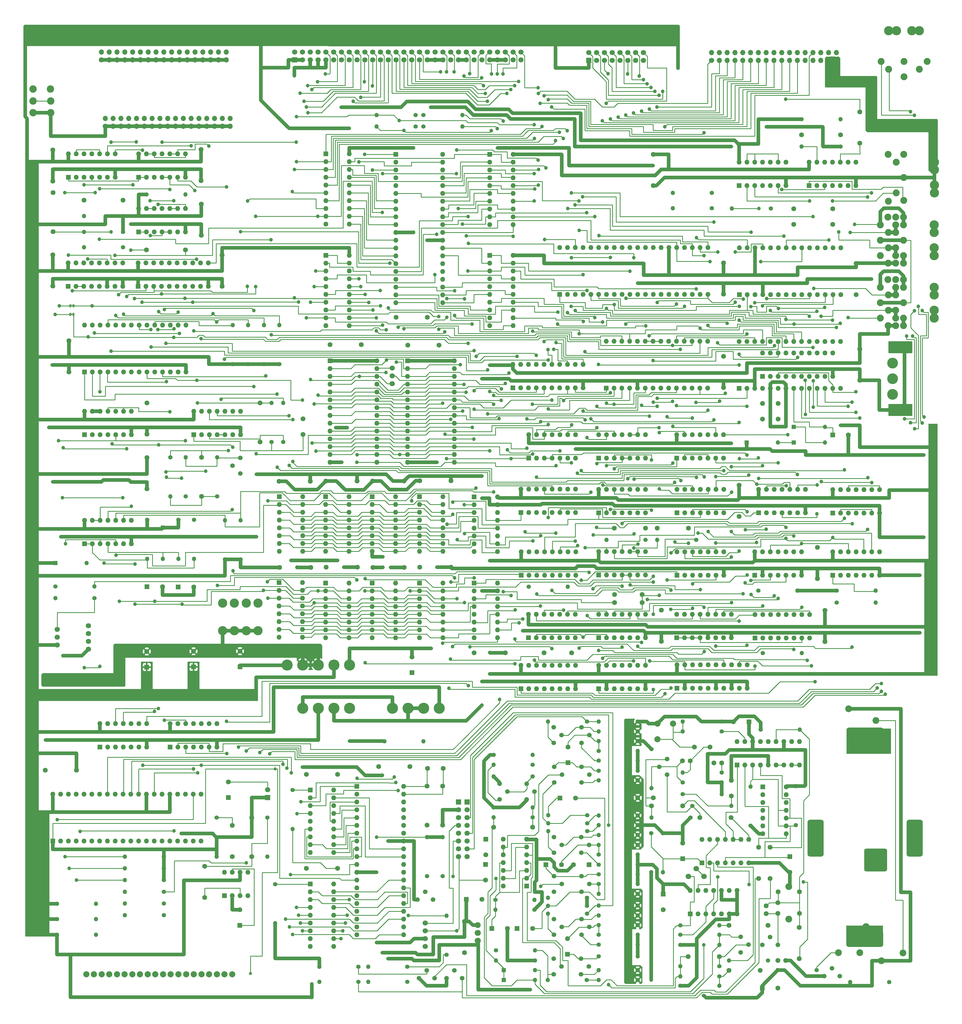
<source format=gbr>
%TF.GenerationSoftware,KiCad,Pcbnew,9.0.6*%
%TF.CreationDate,2025-11-01T23:52:33+00:00*%
%TF.ProjectId,EinsteinTC01,45696e73-7465-4696-9e54-4330312e6b69,rev?*%
%TF.SameCoordinates,Original*%
%TF.FileFunction,Copper,L2,Bot*%
%TF.FilePolarity,Positive*%
%FSLAX46Y46*%
G04 Gerber Fmt 4.6, Leading zero omitted, Abs format (unit mm)*
G04 Created by KiCad (PCBNEW 9.0.6) date 2025-11-01 23:52:33*
%MOMM*%
%LPD*%
G01*
G04 APERTURE LIST*
G04 Aperture macros list*
%AMRoundRect*
0 Rectangle with rounded corners*
0 $1 Rounding radius*
0 $2 $3 $4 $5 $6 $7 $8 $9 X,Y pos of 4 corners*
0 Add a 4 corners polygon primitive as box body*
4,1,4,$2,$3,$4,$5,$6,$7,$8,$9,$2,$3,0*
0 Add four circle primitives for the rounded corners*
1,1,$1+$1,$2,$3*
1,1,$1+$1,$4,$5*
1,1,$1+$1,$6,$7*
1,1,$1+$1,$8,$9*
0 Add four rect primitives between the rounded corners*
20,1,$1+$1,$2,$3,$4,$5,0*
20,1,$1+$1,$4,$5,$6,$7,0*
20,1,$1+$1,$6,$7,$8,$9,0*
20,1,$1+$1,$8,$9,$2,$3,0*%
G04 Aperture macros list end*
%TA.AperFunction,EtchedComponent*%
%ADD10C,0.000000*%
%TD*%
%TA.AperFunction,ComponentPad*%
%ADD11C,1.600000*%
%TD*%
%TA.AperFunction,ComponentPad*%
%ADD12C,1.700000*%
%TD*%
%TA.AperFunction,ComponentPad*%
%ADD13O,1.700000X1.700000*%
%TD*%
%TA.AperFunction,ComponentPad*%
%ADD14R,1.600000X1.600000*%
%TD*%
%TA.AperFunction,ComponentPad*%
%ADD15O,1.600000X1.600000*%
%TD*%
%TA.AperFunction,ComponentPad*%
%ADD16R,1.700000X1.700000*%
%TD*%
%TA.AperFunction,ComponentPad*%
%ADD17C,1.400000*%
%TD*%
%TA.AperFunction,ComponentPad*%
%ADD18O,1.400000X1.400000*%
%TD*%
%TA.AperFunction,ComponentPad*%
%ADD19C,1.500000*%
%TD*%
%TA.AperFunction,ComponentPad*%
%ADD20C,1.000000*%
%TD*%
%TA.AperFunction,ComponentPad*%
%ADD21R,1.400000X1.400000*%
%TD*%
%TA.AperFunction,ComponentPad*%
%ADD22C,3.600000*%
%TD*%
%TA.AperFunction,ComponentPad*%
%ADD23C,2.250000*%
%TD*%
%TA.AperFunction,ComponentPad*%
%ADD24C,3.000000*%
%TD*%
%TA.AperFunction,ComponentPad*%
%ADD25C,2.200000*%
%TD*%
%TA.AperFunction,ComponentPad*%
%ADD26C,1.800000*%
%TD*%
%TA.AperFunction,ComponentPad*%
%ADD27C,1.905000*%
%TD*%
%TA.AperFunction,ComponentPad*%
%ADD28O,2.000000X1.905000*%
%TD*%
%TA.AperFunction,ComponentPad*%
%ADD29C,2.400000*%
%TD*%
%TA.AperFunction,ComponentPad*%
%ADD30RoundRect,0.787500X5.212500X1.837500X-5.212500X1.837500X-5.212500X-1.837500X5.212500X-1.837500X0*%
%TD*%
%TA.AperFunction,ComponentPad*%
%ADD31RoundRect,0.781250X2.968750X2.968750X-2.968750X2.968750X-2.968750X-2.968750X2.968750X-2.968750X0*%
%TD*%
%TA.AperFunction,ComponentPad*%
%ADD32RoundRect,0.787500X1.837500X-5.212500X1.837500X5.212500X-1.837500X5.212500X-1.837500X-5.212500X0*%
%TD*%
%TA.AperFunction,ComponentPad*%
%ADD33C,4.000000*%
%TD*%
%TA.AperFunction,ComponentPad*%
%ADD34C,2.000000*%
%TD*%
%TA.AperFunction,ComponentPad*%
%ADD35C,3.500000*%
%TD*%
%TA.AperFunction,ComponentPad*%
%ADD36RoundRect,0.275000X-3.650000X1.650000X-3.650000X-1.650000X3.650000X-1.650000X3.650000X1.650000X0*%
%TD*%
%TA.AperFunction,SMDPad,CuDef*%
%ADD37R,0.600000X1.000000*%
%TD*%
%TA.AperFunction,ViaPad*%
%ADD38C,1.200000*%
%TD*%
%TA.AperFunction,ViaPad*%
%ADD39C,1.000000*%
%TD*%
%TA.AperFunction,Conductor*%
%ADD40C,1.200000*%
%TD*%
%TA.AperFunction,Conductor*%
%ADD41C,0.254000*%
%TD*%
G04 APERTURE END LIST*
D10*
%TA.AperFunction,EtchedComponent*%
%TO.C,JP4*%
G36*
X107000000Y-113200000D02*
G01*
X106500000Y-113200000D01*
X106500000Y-112600000D01*
X107000000Y-112600000D01*
X107000000Y-113200000D01*
G37*
%TD.AperFunction*%
%TA.AperFunction,EtchedComponent*%
%TO.C,JP5*%
G36*
X107000000Y-115975000D02*
G01*
X106500000Y-115975000D01*
X106500000Y-115375000D01*
X107000000Y-115375000D01*
X107000000Y-115975000D01*
G37*
%TD.AperFunction*%
%TD*%
D11*
%TO.P,C5,1*%
%TO.N,Net-(C5-Pad1)*%
X158930000Y-292070000D03*
%TO.P,C5,2*%
%TO.N,Net-(C5-Pad2)*%
X158930000Y-281910000D03*
%TD*%
D12*
%TO.P,M1,1,Pin_1*%
%TO.N,Net-(I53B-~{Q})*%
X314980000Y-33080000D03*
D13*
%TO.P,M1,2,Pin_2*%
%TO.N,GND*%
X314980000Y-30540000D03*
%TO.P,M1,3,Pin_3*%
%TO.N,Net-(I63-PA0)*%
X317520000Y-33080000D03*
%TO.P,M1,4,Pin_4*%
%TO.N,GND*%
X317520000Y-30540000D03*
%TO.P,M1,5,Pin_5*%
%TO.N,Net-(I63-PA1)*%
X320060000Y-33080000D03*
%TO.P,M1,6,Pin_6*%
%TO.N,GND*%
X320060000Y-30540000D03*
%TO.P,M1,7,Pin_7*%
%TO.N,Net-(I63-PA2)*%
X322600000Y-33080000D03*
%TO.P,M1,8,Pin_8*%
%TO.N,GND*%
X322600000Y-30540000D03*
%TO.P,M1,9,Pin_9*%
%TO.N,Net-(I63-PA3)*%
X325140000Y-33080000D03*
%TO.P,M1,10,Pin_10*%
%TO.N,GND*%
X325140000Y-30540000D03*
%TO.P,M1,11,Pin_11*%
%TO.N,Net-(I63-PA4)*%
X327680000Y-33080000D03*
%TO.P,M1,12,Pin_12*%
%TO.N,GND*%
X327680000Y-30540000D03*
%TO.P,M1,13,Pin_13*%
%TO.N,Net-(I63-PA5)*%
X330220000Y-33080000D03*
%TO.P,M1,14,Pin_14*%
%TO.N,GND*%
X330220000Y-30540000D03*
%TO.P,M1,15,Pin_15*%
%TO.N,Net-(I63-PA6)*%
X332760000Y-33080000D03*
%TO.P,M1,16,Pin_16*%
%TO.N,GND*%
X332760000Y-30540000D03*
%TO.P,M1,17,Pin_17*%
%TO.N,Net-(I63-PA7)*%
X335300000Y-33080000D03*
%TO.P,M1,18,Pin_18*%
%TO.N,GND*%
X335300000Y-30540000D03*
%TO.P,M1,19,Pin_19*%
%TO.N,Net-(I63-~{ASTB})*%
X337840000Y-33080000D03*
%TO.P,M1,20,Pin_20*%
%TO.N,GND*%
X337840000Y-30540000D03*
%TO.P,M1,21,Pin_21*%
%TO.N,BUSY*%
X340380000Y-33080000D03*
%TO.P,M1,22,Pin_22*%
%TO.N,GND*%
X340380000Y-30540000D03*
%TO.P,M1,23,Pin_23*%
%TO.N,PE*%
X342920000Y-33080000D03*
%TO.P,M1,24,Pin_24*%
%TO.N,GND*%
X342920000Y-30540000D03*
%TO.P,M1,25,Pin_25*%
%TO.N,unconnected-(M1-Pin_25-Pad25)*%
X345460000Y-33080000D03*
%TO.P,M1,26,Pin_26*%
%TO.N,unconnected-(M1-Pin_26-Pad26)*%
X345460000Y-30540000D03*
%TO.P,M1,27,Pin_27*%
%TO.N,unconnected-(M1-Pin_27-Pad27)*%
X348000000Y-33080000D03*
%TO.P,M1,28,Pin_28*%
%TO.N,~{ERR}*%
X348000000Y-30540000D03*
%TO.P,M1,29,Pin_29*%
%TO.N,unconnected-(M1-Pin_29-Pad29)*%
X350540000Y-33080000D03*
%TO.P,M1,30,Pin_30*%
%TO.N,unconnected-(M1-Pin_30-Pad30)*%
X350540000Y-30540000D03*
%TO.P,M1,31,Pin_31*%
%TO.N,GND*%
X353080000Y-33080000D03*
%TO.P,M1,32,Pin_32*%
%TO.N,unconnected-(M1-Pin_32-Pad32)*%
X353080000Y-30540000D03*
%TO.P,M1,33,Pin_33*%
%TO.N,GND*%
X355620000Y-33080000D03*
%TO.P,M1,34,Pin_34*%
%TO.N,unconnected-(M1-Pin_34-Pad34)*%
X355620000Y-30540000D03*
%TD*%
D14*
%TO.P,I26,1,A0*%
%TO.N,/Addressing/A3*%
X252920000Y-180170000D03*
D15*
%TO.P,I26,2,A1*%
%TO.N,/Addressing/A4*%
X255460000Y-180170000D03*
%TO.P,I26,3,A2*%
%TO.N,/Addressing/A5*%
X258000000Y-180170000D03*
%TO.P,I26,4,E1*%
%TO.N,/Addressing/A6*%
X260540000Y-180170000D03*
%TO.P,I26,5,E2*%
%TO.N,/Addressing/A7*%
X263080000Y-180170000D03*
%TO.P,I26,6,E3*%
%TO.N,Net-(I26-E3)*%
X265620000Y-180170000D03*
%TO.P,I26,7,O7*%
%TO.N,~{ADC}*%
X268160000Y-180170000D03*
%TO.P,I26,8,GND*%
%TO.N,GND*%
X270700000Y-180170000D03*
%TO.P,I26,9,O6*%
%TO.N,~{PIO}*%
X270700000Y-172550000D03*
%TO.P,I26,10,O5*%
%TO.N,~{CTC}*%
X268160000Y-172550000D03*
%TO.P,I26,11,O4*%
%TO.N,Net-(I26-O4)*%
X265620000Y-172550000D03*
%TO.P,I26,12,O3*%
%TO.N,~{FDC}*%
X263080000Y-172550000D03*
%TO.P,I26,13,O2*%
%TO.N,~{PCI}*%
X260540000Y-172550000D03*
%TO.P,I26,14,O1*%
%TO.N,~{VDP}*%
X258000000Y-172550000D03*
%TO.P,I26,15,O0*%
%TO.N,~{PSG}*%
X255460000Y-172550000D03*
%TO.P,I26,16,VCC*%
%TO.N,+5V*%
X252920000Y-172550000D03*
%TD*%
D16*
%TO.P,M101,1,Pin_1*%
%TO.N,SYNC*%
X235360000Y-274297500D03*
D12*
%TO.P,M101,2,Pin_2*%
%TO.N,unconnected-(M101-Pin_2-Pad2)*%
X235360000Y-276837500D03*
%TO.P,M101,3,Pin_3*%
%TO.N,R*%
X235360000Y-279377500D03*
%TO.P,M101,4,Pin_4*%
%TO.N,unconnected-(M101-Pin_4-Pad4)*%
X235360000Y-281917500D03*
%TO.P,M101,5,Pin_5*%
%TO.N,G*%
X235360000Y-284457500D03*
%TO.P,M101,6,Pin_6*%
%TO.N,unconnected-(M101-Pin_6-Pad6)*%
X235360000Y-286997500D03*
%TO.P,M101,7,Pin_7*%
%TO.N,B*%
X235360000Y-289537500D03*
%TO.P,M101,8,Pin_8*%
%TO.N,unconnected-(M101-Pin_8-Pad8)*%
X235360000Y-292077500D03*
%TD*%
D17*
%TO.P,R61,1*%
%TO.N,Net-(I41-~{G})*%
X172900000Y-301000000D03*
D18*
%TO.P,R61,2*%
%TO.N,GND*%
X172900000Y-313700000D03*
%TD*%
D14*
%TO.P,I66,1,~{R}*%
%TO.N,Net-(I66A-~{R})*%
X255390000Y-220870000D03*
D15*
%TO.P,I66,2,D*%
%TO.N,~{M1}*%
X257930000Y-220870000D03*
%TO.P,I66,3,C*%
%TO.N,SYSCLK*%
X260470000Y-220870000D03*
%TO.P,I66,4,~{S}*%
%TO.N,Net-(I66A-~{S})*%
X263010000Y-220870000D03*
%TO.P,I66,5,Q*%
%TO.N,Net-(I66A-Q)*%
X265550000Y-220870000D03*
%TO.P,I66,6,~{Q}*%
%TO.N,unconnected-(I66A-~{Q}-Pad6)*%
X268090000Y-220870000D03*
%TO.P,I66,7,GND*%
%TO.N,GND*%
X270630000Y-220870000D03*
%TO.P,I66,8,~{Q}*%
%TO.N,unconnected-(I66B-~{Q}-Pad8)*%
X270630000Y-213250000D03*
%TO.P,I66,9,Q*%
%TO.N,Net-(I66B-Q)*%
X268090000Y-213250000D03*
%TO.P,I66,10,~{S}*%
%TO.N,Net-(I66A-~{S})*%
X265550000Y-213250000D03*
%TO.P,I66,11,C*%
%TO.N,SYSCLK*%
X263010000Y-213250000D03*
%TO.P,I66,12,D*%
%TO.N,Net-(I66A-Q)*%
X260470000Y-213250000D03*
%TO.P,I66,13,~{R}*%
%TO.N,Net-(I66A-~{R})*%
X257930000Y-213250000D03*
%TO.P,I66,14,VCC*%
%TO.N,+5V*%
X255390000Y-213250000D03*
%TD*%
D19*
%TO.P,Q116,1,C*%
%TO.N,Net-(Q116-C)*%
X272615000Y-312370000D03*
%TO.P,Q116,2,B*%
%TO.N,Net-(Q116-B)*%
X275155000Y-314910000D03*
%TO.P,Q116,3,E*%
%TO.N,Net-(Q116-E)*%
X272615000Y-317450000D03*
%TD*%
D17*
%TO.P,R24,1*%
%TO.N,V*%
X215930000Y-332770000D03*
D18*
%TO.P,R24,2*%
%TO.N,GND*%
X203230000Y-332770000D03*
%TD*%
D17*
%TO.P,R175,1*%
%TO.N,Net-(I105-OUT)*%
X318280000Y-251370000D03*
D18*
%TO.P,R175,2*%
%TO.N,Net-(C131-Pad1)*%
X305580000Y-251370000D03*
%TD*%
D14*
%TO.P,I6,1,S*%
%TO.N,~{MPX}*%
X237700000Y-203070000D03*
D15*
%TO.P,I6,2,I0a*%
%TO.N,/Addressing/A12*%
X237700000Y-205610000D03*
%TO.P,I6,3,I1a*%
%TO.N,/Addressing/A4*%
X237700000Y-208150000D03*
%TO.P,I6,4,Za*%
%TO.N,/System RAM and ROM/MA4*%
X237700000Y-210690000D03*
%TO.P,I6,5,I0b*%
%TO.N,/Addressing/A13*%
X237700000Y-213230000D03*
%TO.P,I6,6,I1b*%
%TO.N,/Addressing/A5*%
X237700000Y-215770000D03*
%TO.P,I6,7,Zb*%
%TO.N,/System RAM and ROM/MA5*%
X237700000Y-218310000D03*
%TO.P,I6,8,GND*%
%TO.N,GND*%
X237700000Y-220850000D03*
%TO.P,I6,9,Zc*%
%TO.N,/System RAM and ROM/MA6*%
X245320000Y-220850000D03*
%TO.P,I6,10,I1c*%
%TO.N,/Addressing/A6*%
X245320000Y-218310000D03*
%TO.P,I6,11,I0c*%
%TO.N,/Addressing/A14*%
X245320000Y-215770000D03*
%TO.P,I6,12,Zd*%
%TO.N,/System RAM and ROM/MA7*%
X245320000Y-213230000D03*
%TO.P,I6,13,I1d*%
%TO.N,Net-(I6-I1d)*%
X245320000Y-210690000D03*
%TO.P,I6,14,I0d*%
%TO.N,/Addressing/A15*%
X245320000Y-208150000D03*
%TO.P,I6,15,E*%
%TO.N,GND*%
X245320000Y-205610000D03*
%TO.P,I6,16,VCC*%
%TO.N,+5V*%
X245320000Y-203070000D03*
%TD*%
D11*
%TO.P,C45,1*%
%TO.N,GND*%
X351880000Y-222090000D03*
%TO.P,C45,2*%
%TO.N,+5V*%
X351880000Y-211930000D03*
%TD*%
%TO.P,C3,1*%
%TO.N,Net-(I37-+)*%
X149990000Y-305390000D03*
%TO.P,C3,2*%
%TO.N,Net-(C3-Pad2)*%
X149990000Y-295230000D03*
%TD*%
D14*
%TO.P,I3,1,OEa*%
%TO.N,BUSACK*%
X242730000Y-63590000D03*
D15*
%TO.P,I3,2,I0a*%
%TO.N,Net-(I1-A7)*%
X242730000Y-66130000D03*
%TO.P,I3,3,O3b*%
%TO.N,/Addressing/A6*%
X242730000Y-68670000D03*
%TO.P,I3,4,I1a*%
%TO.N,Net-(I1-A5)*%
X242730000Y-71210000D03*
%TO.P,I3,5,O2b*%
%TO.N,/Addressing/A4*%
X242730000Y-73750000D03*
%TO.P,I3,6,I2a*%
%TO.N,Net-(I1-A3)*%
X242730000Y-76290000D03*
%TO.P,I3,7,O1b*%
%TO.N,/Addressing/A2*%
X242730000Y-78830000D03*
%TO.P,I3,8,I3a*%
%TO.N,Net-(I1-A1)*%
X242730000Y-81370000D03*
%TO.P,I3,9,O0b*%
%TO.N,/Addressing/A0*%
X242730000Y-83910000D03*
%TO.P,I3,10,GND*%
%TO.N,GND*%
X242730000Y-86450000D03*
%TO.P,I3,11,I0b*%
%TO.N,Net-(I1-A0)*%
X250350000Y-86450000D03*
%TO.P,I3,12,O3a*%
%TO.N,/Addressing/A1*%
X250350000Y-83910000D03*
%TO.P,I3,13,I1b*%
%TO.N,Net-(I1-A2)*%
X250350000Y-81370000D03*
%TO.P,I3,14,O2a*%
%TO.N,/Addressing/A3*%
X250350000Y-78830000D03*
%TO.P,I3,15,I2b*%
%TO.N,Net-(I1-A4)*%
X250350000Y-76290000D03*
%TO.P,I3,16,O1a*%
%TO.N,/Addressing/A5*%
X250350000Y-73750000D03*
%TO.P,I3,17,I3b*%
%TO.N,Net-(I1-A6)*%
X250350000Y-71210000D03*
%TO.P,I3,18,O0a*%
%TO.N,/Addressing/A7*%
X250350000Y-68670000D03*
%TO.P,I3,19,OEb*%
%TO.N,BUSACK*%
X250350000Y-66130000D03*
%TO.P,I3,20,VCC*%
%TO.N,+5V*%
X250350000Y-63590000D03*
%TD*%
D11*
%TO.P,C46,1*%
%TO.N,GND*%
X298650000Y-222000000D03*
%TO.P,C46,2*%
%TO.N,+5V*%
X298650000Y-211840000D03*
%TD*%
%TO.P,C52,1*%
%TO.N,GND*%
X318860000Y-139460000D03*
%TO.P,C52,2*%
%TO.N,+5V*%
X318860000Y-129300000D03*
%TD*%
D14*
%TO.P,I32,1*%
%TO.N,~{WR}*%
X330320000Y-180188000D03*
D15*
%TO.P,I32,2*%
%TO.N,~{KYBDINTMSK}*%
X332860000Y-180188000D03*
%TO.P,I32,3*%
%TO.N,Net-(I31B-C)*%
X335400000Y-180188000D03*
%TO.P,I32,4*%
%TO.N,~{VDP}*%
X337940000Y-180188000D03*
%TO.P,I32,5*%
%TO.N,~{RD}*%
X340480000Y-180188000D03*
%TO.P,I32,6*%
%TO.N,Net-(I38-~{CSR})*%
X343020000Y-180188000D03*
%TO.P,I32,7,GND*%
%TO.N,GND*%
X345560000Y-180188000D03*
%TO.P,I32,8*%
%TO.N,Net-(I38-~{CSW})*%
X345560000Y-172568000D03*
%TO.P,I32,9*%
%TO.N,~{VDP}*%
X343020000Y-172568000D03*
%TO.P,I32,10*%
%TO.N,~{WR}*%
X340480000Y-172568000D03*
%TO.P,I32,11*%
%TO.N,~{KION}*%
X337940000Y-172568000D03*
%TO.P,I32,12*%
%TO.N,~{KYBDINTMSK}*%
X335400000Y-172568000D03*
%TO.P,I32,13*%
%TO.N,~{RD}*%
X332860000Y-172568000D03*
%TO.P,I32,14,VCC*%
%TO.N,+5V*%
X330320000Y-172568000D03*
%TD*%
D20*
%TO.P,TP2,1,1*%
%TO.N,GND*%
X172925000Y-263525000D03*
%TD*%
D21*
%TO.P,D2,1,K*%
%TO.N,Net-(D2-K)*%
X341730000Y-157330000D03*
D18*
%TO.P,D2,2,A*%
%TO.N,Net-(D1-K)*%
X351890000Y-157330000D03*
%TD*%
D17*
%TO.P,R13,1*%
%TO.N,GND*%
X136680000Y-299710000D03*
D18*
%TO.P,R13,2*%
%TO.N,Net-(I30-A)*%
X123980000Y-299710000D03*
%TD*%
D14*
%TO.P,I52,1*%
%TO.N,Net-(D5-A)*%
X110870000Y-190250000D03*
D15*
%TO.P,I52,2*%
X113410000Y-190250000D03*
%TO.P,I52,3*%
%TO.N,Net-(JP5-A)*%
X115950000Y-190250000D03*
%TO.P,I52,4*%
%TO.N,Net-(D4-A)*%
X118490000Y-190250000D03*
%TO.P,I52,5*%
%TO.N,Net-(JP5-A)*%
X121030000Y-190250000D03*
%TO.P,I52,6*%
%TO.N,Net-(JP1-A)*%
X123570000Y-190250000D03*
%TO.P,I52,7,GND*%
%TO.N,GND*%
X126110000Y-190250000D03*
%TO.P,I52,8*%
%TO.N,Net-(I52-Pad12)*%
X126110000Y-182630000D03*
%TO.P,I52,9*%
%TO.N,~{FIRE1}*%
X123570000Y-182630000D03*
%TO.P,I52,10*%
%TO.N,~{FIRE2}*%
X121030000Y-182630000D03*
%TO.P,I52,11*%
%TO.N,Net-(I34-Pad12)*%
X118490000Y-182630000D03*
%TO.P,I52,12*%
%TO.N,Net-(I52-Pad12)*%
X115950000Y-182630000D03*
%TO.P,I52,13*%
X113410000Y-182630000D03*
%TO.P,I52,14,VCC*%
%TO.N,+5V*%
X110870000Y-182630000D03*
%TD*%
D17*
%TO.P,R22,1*%
%TO.N,U*%
X200010000Y-332770000D03*
D18*
%TO.P,R22,2*%
%TO.N,GND*%
X187310000Y-332770000D03*
%TD*%
D17*
%TO.P,R19,1*%
%TO.N,B-Y*%
X228720000Y-323980000D03*
D18*
%TO.P,R19,2*%
%TO.N,Net-(I38-B-Y)*%
X228720000Y-311280000D03*
%TD*%
D11*
%TO.P,X100,1,1*%
%TO.N,Net-(C127-Pad2)*%
X314440000Y-256450000D03*
%TO.P,X100,2,2*%
%TO.N,Net-(C131-Pad1)*%
X309360000Y-256450000D03*
%TD*%
D19*
%TO.P,Q111,1,C*%
%TO.N,Net-(Q110-C)*%
X272500000Y-325270000D03*
%TO.P,Q111,2,B*%
%TO.N,Y*%
X275040000Y-327810000D03*
%TO.P,Q111,3,E*%
%TO.N,Net-(Q111-E)*%
X272500000Y-330350000D03*
%TD*%
D11*
%TO.P,C35,1*%
%TO.N,GND*%
X199610000Y-169870000D03*
%TO.P,C35,2*%
%TO.N,+5V*%
X189450000Y-169870000D03*
%TD*%
%TO.P,X2,1,1*%
%TO.N,Net-(I47-Pad1)*%
X181970000Y-154710000D03*
%TO.P,X2,2,2*%
%TO.N,Net-(I47-Pad4)*%
X181970000Y-149630000D03*
%TD*%
D17*
%TO.P,R36,1*%
%TO.N,+5V*%
X143830000Y-174880000D03*
D18*
%TO.P,R36,2*%
%TO.N,Net-(Q4-E)*%
X143830000Y-162180000D03*
%TD*%
D17*
%TO.P,R23,1*%
%TO.N,R-Y*%
X200010000Y-327840000D03*
D18*
%TO.P,R23,2*%
%TO.N,GND*%
X187310000Y-327840000D03*
%TD*%
D14*
%TO.P,I38,1,~{RAS}*%
%TO.N,Net-(I38-~{RAS})*%
X199540000Y-269170000D03*
D15*
%TO.P,I38,2,~{CAS}*%
%TO.N,Net-(I38-~{CAS})*%
X199540000Y-271710000D03*
%TO.P,I38,3,AD7*%
%TO.N,Net-(I38-AD7)*%
X199540000Y-274250000D03*
%TO.P,I38,4,AD6*%
%TO.N,Net-(I38-AD6)*%
X199540000Y-276790000D03*
%TO.P,I38,5,AD5*%
%TO.N,Net-(I38-AD5)*%
X199540000Y-279330000D03*
%TO.P,I38,6,AD4*%
%TO.N,Net-(I38-AD4)*%
X199540000Y-281870000D03*
%TO.P,I38,7,AD3*%
%TO.N,Net-(I38-AD3)*%
X199540000Y-284410000D03*
%TO.P,I38,8,AD2*%
%TO.N,Net-(I38-AD2)*%
X199540000Y-286950000D03*
%TO.P,I38,9,AD1*%
%TO.N,Net-(I38-AD1)*%
X199540000Y-289490000D03*
%TO.P,I38,10,AD0*%
%TO.N,Net-(I38-AD0)*%
X199540000Y-292030000D03*
%TO.P,I38,11,R/~{W}*%
%TO.N,Net-(I38-R{slash}~{W})*%
X199540000Y-294570000D03*
%TO.P,I38,12,VSS*%
%TO.N,GND*%
X199540000Y-297110000D03*
%TO.P,I38,13,MODE*%
%TO.N,/Addressing/A0*%
X199540000Y-299650000D03*
%TO.P,I38,14,~{CSW}*%
%TO.N,Net-(I38-~{CSW})*%
X199540000Y-302190000D03*
%TO.P,I38,15,~{CSR}*%
%TO.N,Net-(I38-~{CSR})*%
X199540000Y-304730000D03*
%TO.P,I38,16,~{INT}*%
%TO.N,unconnected-(I38-~{INT}-Pad16)*%
X199540000Y-307270000D03*
%TO.P,I38,17,CD0*%
%TO.N,/CPU and Buffers/D0*%
X199540000Y-309810000D03*
%TO.P,I38,18,CD1*%
%TO.N,/CPU and Buffers/D1*%
X199540000Y-312350000D03*
%TO.P,I38,19,CD2*%
%TO.N,/CPU and Buffers/D2*%
X199540000Y-314890000D03*
%TO.P,I38,20,CD3*%
%TO.N,/CPU and Buffers/D3*%
X199540000Y-317430000D03*
%TO.P,I38,21,CD4*%
%TO.N,/CPU and Buffers/D4*%
X214780000Y-317430000D03*
%TO.P,I38,22,CD5*%
%TO.N,/CPU and Buffers/D5*%
X214780000Y-314890000D03*
%TO.P,I38,23,CD6*%
%TO.N,/CPU and Buffers/D6*%
X214780000Y-312350000D03*
%TO.P,I38,24,CD7*%
%TO.N,/CPU and Buffers/D7*%
X214780000Y-309810000D03*
%TO.P,I38,25,RD7*%
%TO.N,Net-(I38-RD7)*%
X214780000Y-307270000D03*
%TO.P,I38,26,RD6*%
%TO.N,Net-(I38-RD6)*%
X214780000Y-304730000D03*
%TO.P,I38,27,RD5*%
%TO.N,Net-(I38-RD5)*%
X214780000Y-302190000D03*
%TO.P,I38,28,RD4*%
%TO.N,Net-(I38-RD4)*%
X214780000Y-299650000D03*
%TO.P,I38,29,RD3*%
%TO.N,Net-(I38-RD3)*%
X214780000Y-297110000D03*
%TO.P,I38,30,RD2*%
%TO.N,Net-(I38-RD2)*%
X214780000Y-294570000D03*
%TO.P,I38,31,RD1*%
%TO.N,Net-(I38-RD1)*%
X214780000Y-292030000D03*
%TO.P,I38,32,RD0*%
%TO.N,Net-(I38-RD0)*%
X214780000Y-289490000D03*
%TO.P,I38,33,VCC*%
%TO.N,+5VP*%
X214780000Y-286950000D03*
%TO.P,I38,34,~{RESET}/SYNC*%
%TO.N,~{RESET}*%
X214780000Y-284410000D03*
%TO.P,I38,35,B-Y*%
%TO.N,Net-(I38-B-Y)*%
X214780000Y-281870000D03*
%TO.P,I38,36,Y*%
%TO.N,0-Y*%
X214780000Y-279330000D03*
%TO.P,I38,37,GROMCLK*%
%TO.N,unconnected-(I38-GROMCLK-Pad37)*%
X214780000Y-276790000D03*
%TO.P,I38,38,R-Y*%
%TO.N,R-Y*%
X214780000Y-274250000D03*
%TO.P,I38,39,XTAL2*%
%TO.N,Net-(I38-XTAL2)*%
X214780000Y-271710000D03*
%TO.P,I38,40,XTAL1*%
%TO.N,Net-(I38-XTAL1)*%
X214780000Y-269170000D03*
%TD*%
D17*
%TO.P,R128,1*%
%TO.N,GND*%
X290930000Y-278660000D03*
D18*
%TO.P,R128,2*%
%TO.N,Net-(R127-Pad1)*%
X278230000Y-278660000D03*
%TD*%
D17*
%TO.P,R142,1*%
%TO.N,GND*%
X290930000Y-288280000D03*
D18*
%TO.P,R142,2*%
%TO.N,Net-(Q117-B)*%
X278230000Y-288280000D03*
%TD*%
D14*
%TO.P,C25,1*%
%TO.N,Net-(D4-A)*%
X141370000Y-204330000D03*
D11*
%TO.P,C25,2*%
%TO.N,GND*%
X146450000Y-204330000D03*
%TD*%
D14*
%TO.P,I21,1*%
%TO.N,Net-(I17-Pad13)*%
X303710000Y-200540000D03*
D15*
%TO.P,I21,2*%
%TO.N,Net-(I21-Pad2)*%
X306250000Y-200540000D03*
%TO.P,I21,3*%
%TO.N,Net-(I17-Pad3)*%
X308790000Y-200540000D03*
%TO.P,I21,4*%
%TO.N,Net-(I20-Pad4)*%
X311330000Y-200540000D03*
%TO.P,I21,5*%
%TO.N,Net-(I21-Pad5)*%
X313870000Y-200540000D03*
%TO.P,I21,6*%
%TO.N,Net-(I63-IEI)*%
X316410000Y-200540000D03*
%TO.P,I21,7,GND*%
%TO.N,GND*%
X318950000Y-200540000D03*
%TO.P,I21,8*%
%TO.N,Net-(I21-Pad8)*%
X318950000Y-192920000D03*
%TO.P,I21,9*%
%TO.N,~{ADCINT}*%
X316410000Y-192920000D03*
%TO.P,I21,10*%
%TO.N,Net-(I64A-CP)*%
X313870000Y-192920000D03*
%TO.P,I21,11*%
%TO.N,~{RFSH}*%
X311330000Y-192920000D03*
%TO.P,I21,12*%
%TO.N,Net-(I66A-~{R})*%
X308790000Y-192920000D03*
%TO.P,I21,13*%
%TO.N,~{MREQ}*%
X306250000Y-192920000D03*
%TO.P,I21,14,VCC*%
%TO.N,+5V*%
X303710000Y-192920000D03*
%TD*%
D21*
%TO.P,D3,1,K*%
%TO.N,GND*%
X326460000Y-157330000D03*
D18*
%TO.P,D3,2,A*%
%TO.N,Net-(D2-K)*%
X336620000Y-157330000D03*
%TD*%
D11*
%TO.P,C122,1*%
%TO.N,Net-(I105-SUB)*%
X332800000Y-308050000D03*
%TO.P,C122,2*%
%TO.N,Net-(Q125-E)*%
X332800000Y-310590000D03*
%TD*%
D17*
%TO.P,R40,1*%
%TO.N,+5V*%
X161620000Y-195405000D03*
D18*
%TO.P,R40,2*%
%TO.N,~{FIRE2}*%
X161620000Y-182705000D03*
%TD*%
D19*
%TO.P,Q120,1,C*%
%TO.N,+12V*%
X263690000Y-312370000D03*
%TO.P,Q120,2,B*%
%TO.N,Net-(Q116-C)*%
X266230000Y-314910000D03*
%TO.P,Q120,3,E*%
%TO.N,Net-(Q120-E)*%
X263690000Y-317450000D03*
%TD*%
D22*
%TO.P,M8,1,Pin_1*%
%TO.N,+12V*%
X181870000Y-243770000D03*
%TO.P,M8,2,Pin_2*%
%TO.N,GND*%
X186950000Y-243770000D03*
%TO.P,M8,3,Pin_3*%
X192030000Y-243770000D03*
%TO.P,M8,4,Pin_4*%
%TO.N,+5V*%
X197110000Y-243770000D03*
%TD*%
D17*
%TO.P,R143,1*%
%TO.N,Net-(Q118-B)*%
X278260000Y-257680000D03*
D18*
%TO.P,R143,2*%
%TO.N,+12V*%
X290960000Y-257680000D03*
%TD*%
D14*
%TO.P,I37,1,GAIN*%
%TO.N,unconnected-(I37-GAIN-Pad1)*%
X156400000Y-304790000D03*
D15*
%TO.P,I37,2,-*%
%TO.N,GND*%
X158940000Y-304790000D03*
%TO.P,I37,3,+*%
%TO.N,Net-(I37-+)*%
X161480000Y-304790000D03*
%TO.P,I37,4,GND*%
%TO.N,GND*%
X164020000Y-304790000D03*
%TO.P,I37,5*%
%TO.N,Net-(C5-Pad1)*%
X164020000Y-297170000D03*
%TO.P,I37,6,V+*%
%TO.N,+5V*%
X161480000Y-297170000D03*
%TO.P,I37,7,BYPASS*%
%TO.N,Net-(I37-BYPASS)*%
X158940000Y-297170000D03*
%TO.P,I37,8,GAIN*%
%TO.N,unconnected-(I37-GAIN-Pad8)*%
X156400000Y-297170000D03*
%TD*%
D14*
%TO.P,I17,1*%
%TO.N,/Addressing/A15*%
X255460000Y-162470000D03*
D15*
%TO.P,I17,2*%
%TO.N,~{ROMCE}*%
X258000000Y-162470000D03*
%TO.P,I17,3*%
%TO.N,Net-(I17-Pad3)*%
X260540000Y-162470000D03*
%TO.P,I17,4*%
X263080000Y-162470000D03*
%TO.P,I17,5*%
%TO.N,Net-(I17-Pad5)*%
X265620000Y-162470000D03*
%TO.P,I17,6*%
%TO.N,Net-(I17-Pad13)*%
X268160000Y-162470000D03*
%TO.P,I17,7,GND*%
%TO.N,GND*%
X270700000Y-162470000D03*
%TO.P,I17,8*%
%TO.N,Net-(I17-Pad5)*%
X270700000Y-154850000D03*
%TO.P,I17,9*%
%TO.N,~{RD}*%
X268160000Y-154850000D03*
%TO.P,I17,10*%
%TO.N,~{MREQ}*%
X265620000Y-154850000D03*
%TO.P,I17,11*%
%TO.N,~{ROM1}*%
X263080000Y-154850000D03*
%TO.P,I17,12*%
%TO.N,/Addressing/A14*%
X260540000Y-154850000D03*
%TO.P,I17,13*%
%TO.N,Net-(I17-Pad13)*%
X258000000Y-154850000D03*
%TO.P,I17,14,VCC*%
%TO.N,+5V*%
X255460000Y-154850000D03*
%TD*%
D21*
%TO.P,D4,1,K*%
%TO.N,+5V*%
X136310000Y-185070000D03*
D18*
%TO.P,D4,2,A*%
%TO.N,Net-(D4-A)*%
X136310000Y-195230000D03*
%TD*%
D17*
%TO.P,R10,1*%
%TO.N,+5V*%
X101900000Y-317420000D03*
D18*
%TO.P,R10,2*%
%TO.N,~{CTRL}*%
X114600000Y-317420000D03*
%TD*%
D17*
%TO.P,R2,1*%
%TO.N,+5V*%
X218600000Y-50820000D03*
D18*
%TO.P,R2,2*%
%TO.N,~{INT}*%
X205900000Y-50820000D03*
%TD*%
D17*
%TO.P,R167,1*%
%TO.N,GND*%
X308130000Y-279350000D03*
D18*
%TO.P,R167,2*%
%TO.N,Net-(Q124-E)*%
X295430000Y-279350000D03*
%TD*%
D17*
%TO.P,R30,1*%
%TO.N,+5V*%
X169240000Y-131850000D03*
D18*
%TO.P,R30,2*%
%TO.N,fINDEX*%
X169240000Y-119150000D03*
%TD*%
D11*
%TO.P,C41,1*%
%TO.N,GND*%
X323980000Y-181410000D03*
%TO.P,C41,2*%
%TO.N,+5V*%
X323980000Y-171250000D03*
%TD*%
D14*
%TO.P,I40,1,~{G}*%
%TO.N,Net-(I40-~{G})*%
X184330000Y-270390000D03*
D15*
%TO.P,I40,2,DQ1*%
%TO.N,Net-(I38-RD3)*%
X184330000Y-272930000D03*
%TO.P,I40,3,DQ2*%
%TO.N,Net-(I38-RD2)*%
X184330000Y-275470000D03*
%TO.P,I40,4,~{W}*%
%TO.N,Net-(I38-R{slash}~{W})*%
X184330000Y-278010000D03*
%TO.P,I40,5,~{RAS}*%
%TO.N,Net-(I38-~{RAS})*%
X184330000Y-280550000D03*
%TO.P,I40,6,A6*%
%TO.N,Net-(I38-AD1)*%
X184330000Y-283090000D03*
%TO.P,I40,7,A5*%
%TO.N,Net-(I38-AD2)*%
X184330000Y-285630000D03*
%TO.P,I40,8,A4*%
%TO.N,Net-(I38-AD3)*%
X184330000Y-288170000D03*
%TO.P,I40,9,VDD*%
%TO.N,+5V*%
X184330000Y-290710000D03*
%TO.P,I40,10,A7*%
%TO.N,Net-(I38-AD0)*%
X191950000Y-290710000D03*
%TO.P,I40,11,A3*%
%TO.N,Net-(I38-AD4)*%
X191950000Y-288170000D03*
%TO.P,I40,12,A2*%
%TO.N,Net-(I38-AD5)*%
X191950000Y-285630000D03*
%TO.P,I40,13,A1*%
%TO.N,Net-(I38-AD6)*%
X191950000Y-283090000D03*
%TO.P,I40,14,A0*%
%TO.N,Net-(I38-AD7)*%
X191950000Y-280550000D03*
%TO.P,I40,15,DQ3*%
%TO.N,Net-(I38-RD1)*%
X191950000Y-278010000D03*
%TO.P,I40,16,~{CAS}*%
%TO.N,Net-(I38-~{CAS})*%
X191950000Y-275470000D03*
%TO.P,I40,17,DQ4*%
%TO.N,Net-(I38-RD0)*%
X191950000Y-272930000D03*
%TO.P,I40,18,VSS*%
%TO.N,GND*%
X191950000Y-270390000D03*
%TD*%
D14*
%TO.P,I54,1*%
%TO.N,~{IORQ}*%
X278280000Y-220860000D03*
D15*
%TO.P,I54,2*%
%TO.N,~{M1}*%
X280820000Y-220860000D03*
%TO.P,I54,3*%
%TO.N,~{INA}*%
X283360000Y-220860000D03*
%TO.P,I54,4*%
%TO.N,~{FIREINTMSK}*%
X285900000Y-220860000D03*
%TO.P,I54,5*%
%TO.N,~{WR}*%
X288440000Y-220860000D03*
%TO.P,I54,6*%
%TO.N,Net-(I51B-C)*%
X290980000Y-220860000D03*
%TO.P,I54,7,GND*%
%TO.N,GND*%
X293520000Y-220860000D03*
%TO.P,I54,8*%
%TO.N,Net-(I55-E01)*%
X293520000Y-213240000D03*
%TO.P,I54,9*%
%TO.N,Net-(I56-GS)*%
X290980000Y-213240000D03*
%TO.P,I54,10*%
%TO.N,~{INA}*%
X288440000Y-213240000D03*
%TO.P,I54,11*%
%TO.N,Net-(J50-Pin_1)*%
X285900000Y-213240000D03*
%TO.P,I54,12*%
%TO.N,~{MREQ}*%
X283360000Y-213240000D03*
%TO.P,I54,13*%
%TO.N,Net-(I66B-Q)*%
X280820000Y-213240000D03*
%TO.P,I54,14,VCC*%
%TO.N,+5V*%
X278280000Y-213240000D03*
%TD*%
D11*
%TO.P,C120,1*%
%TO.N,GND*%
X333390000Y-314450000D03*
%TO.P,C120,2*%
%TO.N,Net-(I103A-R)*%
X320690000Y-314450000D03*
%TD*%
D17*
%TO.P,R14,1*%
%TO.N,GND*%
X136680000Y-295850000D03*
D18*
%TO.P,R14,2*%
%TO.N,Net-(I30-B)*%
X123980000Y-295850000D03*
%TD*%
D14*
%TO.P,I15,1,N/C*%
%TO.N,unconnected-(I15-N{slash}C-Pad1)*%
X174270000Y-174970000D03*
D15*
%TO.P,I15,2,Din*%
%TO.N,/CPU and Buffers/D6*%
X174270000Y-177510000D03*
%TO.P,I15,3,~{WRITE}*%
%TO.N,~{WR}*%
X174270000Y-180050000D03*
%TO.P,I15,4,~{RAS}*%
%TO.N,~{RAS}*%
X174270000Y-182590000D03*
%TO.P,I15,5,A0*%
%TO.N,/System RAM and ROM/MA0*%
X174270000Y-185130000D03*
%TO.P,I15,6,A2*%
%TO.N,/System RAM and ROM/MA2*%
X174270000Y-187670000D03*
%TO.P,I15,7,A1*%
%TO.N,/System RAM and ROM/MA1*%
X174270000Y-190210000D03*
%TO.P,I15,8,VCC*%
%TO.N,+5V*%
X174270000Y-192750000D03*
%TO.P,I15,9,A7*%
%TO.N,/System RAM and ROM/MA7*%
X181890000Y-192750000D03*
%TO.P,I15,10,A5*%
%TO.N,/System RAM and ROM/MA5*%
X181890000Y-190210000D03*
%TO.P,I15,11,A4*%
%TO.N,/System RAM and ROM/MA4*%
X181890000Y-187670000D03*
%TO.P,I15,12,A3*%
%TO.N,/System RAM and ROM/MA3*%
X181890000Y-185130000D03*
%TO.P,I15,13,A6*%
%TO.N,/System RAM and ROM/MA6*%
X181890000Y-182590000D03*
%TO.P,I15,14,Dout*%
%TO.N,/CPU and Buffers/D6*%
X181890000Y-180050000D03*
%TO.P,I15,15,~{CAS}*%
%TO.N,~{CAS}*%
X181890000Y-177510000D03*
%TO.P,I15,16,GND*%
%TO.N,GND*%
X181890000Y-174970000D03*
%TD*%
D14*
%TO.P,I5,1,OEa*%
%TO.N,BUSACK*%
X242750000Y-96470000D03*
D15*
%TO.P,I5,2,I0a*%
%TO.N,Net-(I1-~{RFSH})*%
X242750000Y-99010000D03*
%TO.P,I5,3,O3b*%
%TO.N,~{M1}*%
X242750000Y-101550000D03*
%TO.P,I5,4,I1a*%
%TO.N,unconnected-(I5-I1a-Pad4)*%
X242750000Y-104090000D03*
%TO.P,I5,5,O2b*%
%TO.N,~{WR}*%
X242750000Y-106630000D03*
%TO.P,I5,6,I2a*%
%TO.N,Net-(I1-~{RD})*%
X242750000Y-109170000D03*
%TO.P,I5,7,O1b*%
%TO.N,~{IORQ}*%
X242750000Y-111710000D03*
%TO.P,I5,8,I3a*%
%TO.N,Net-(I1-~{MREQ})*%
X242750000Y-114250000D03*
%TO.P,I5,9,O0b*%
%TO.N,~{HALT}*%
X242750000Y-116790000D03*
%TO.P,I5,10,GND*%
%TO.N,GND*%
X242750000Y-119330000D03*
%TO.P,I5,11,I0b*%
%TO.N,Net-(I1-~{HALT})*%
X250370000Y-119330000D03*
%TO.P,I5,12,O3a*%
%TO.N,~{MREQ}*%
X250370000Y-116790000D03*
%TO.P,I5,13,I1b*%
%TO.N,Net-(I1-~{IORQ})*%
X250370000Y-114250000D03*
%TO.P,I5,14,O2a*%
%TO.N,~{RD}*%
X250370000Y-111710000D03*
%TO.P,I5,15,I2b*%
%TO.N,Net-(I1-~{WR})*%
X250370000Y-109170000D03*
%TO.P,I5,16,O1a*%
%TO.N,unconnected-(I5-O1a-Pad16)*%
X250370000Y-106630000D03*
%TO.P,I5,17,I3b*%
%TO.N,Net-(I1-~{M1})*%
X250370000Y-104090000D03*
%TO.P,I5,18,O0a*%
%TO.N,~{RFSH}*%
X250370000Y-101550000D03*
%TO.P,I5,19,OEb*%
%TO.N,BUSACK*%
X250370000Y-99010000D03*
%TO.P,I5,20,VCC*%
%TO.N,+5V*%
X250370000Y-96470000D03*
%TD*%
D11*
%TO.P,C28,1*%
%TO.N,GND*%
X131160000Y-154640000D03*
%TO.P,C28,2*%
%TO.N,+5V*%
X131160000Y-144480000D03*
%TD*%
D19*
%TO.P,Q1,1,C*%
%TO.N,+5VP*%
X228710000Y-331570000D03*
%TO.P,Q1,2,B*%
%TO.N,B-Y*%
X231250000Y-329030000D03*
%TO.P,Q1,3,E*%
%TO.N,U*%
X233790000Y-331570000D03*
%TD*%
D12*
%TO.P,M12,1,Pin_1*%
%TO.N,Net-(M12-Pin_1)*%
X101960000Y-218110000D03*
%TO.P,M12,2,Pin_2*%
%TO.N,Net-(M12-Pin_2)*%
X101960000Y-220650000D03*
%TO.P,M12,3,Pin_3*%
%TO.N,+5V*%
X101960000Y-223190000D03*
%TD*%
D11*
%TO.P,J50,1,Pin_1*%
%TO.N,Net-(J50-Pin_1)*%
X283440000Y-206790000D03*
%TO.P,J50,2,Pin_2*%
%TO.N,~{RAS}*%
X292400000Y-206790000D03*
%TD*%
D14*
%TO.P,C112,1*%
%TO.N,Net-(Q112-C)*%
X261080000Y-294660000D03*
D11*
%TO.P,C112,2*%
%TO.N,Net-(Q117-B)*%
X266160000Y-294660000D03*
%TD*%
%TO.P,C33,1*%
%TO.N,GND*%
X214870000Y-169870000D03*
%TO.P,C33,2*%
%TO.N,+5V*%
X204710000Y-169870000D03*
%TD*%
D21*
%TO.P,D1,1,K*%
%TO.N,Net-(D1-K)*%
X341730000Y-152260000D03*
D18*
%TO.P,D1,2,A*%
%TO.N,Vref*%
X351890000Y-152260000D03*
%TD*%
D17*
%TO.P,R56,1*%
%TO.N,+5V*%
X123360000Y-83700000D03*
D18*
%TO.P,R56,2*%
%TO.N,Net-(I53A-RCext)*%
X110660000Y-83700000D03*
%TD*%
D14*
%TO.P,I58,1,D4*%
%TO.N,/CPU and Buffers/D4*%
X280710000Y-139640000D03*
D15*
%TO.P,I58,2,D5*%
%TO.N,/CPU and Buffers/D5*%
X283250000Y-139640000D03*
%TO.P,I58,3,D6*%
%TO.N,/CPU and Buffers/D6*%
X285790000Y-139640000D03*
%TO.P,I58,4,D7*%
%TO.N,/CPU and Buffers/D7*%
X288330000Y-139640000D03*
%TO.P,I58,5,GND*%
%TO.N,GND*%
X290870000Y-139640000D03*
%TO.P,I58,6,~{RD}*%
%TO.N,~{RD}*%
X293410000Y-139640000D03*
%TO.P,I58,7,TO0*%
%TO.N,Net-(I58-TO0)*%
X295950000Y-139640000D03*
%TO.P,I58,8,TO1*%
%TO.N,Net-(I58-TO1)*%
X298490000Y-139640000D03*
%TO.P,I58,9,TO2*%
%TO.N,Net-(I58-TO2)*%
X301030000Y-139640000D03*
%TO.P,I58,10,~{IORQ}*%
%TO.N,~{IORQ}*%
X303570000Y-139640000D03*
%TO.P,I58,11,IEO*%
%TO.N,Net-(I58-IEO)*%
X306110000Y-139640000D03*
%TO.P,I58,12,~{INT}*%
%TO.N,~{INT}*%
X308650000Y-139640000D03*
%TO.P,I58,13,IEI*%
%TO.N,~{KYBDINT}*%
X311190000Y-139640000D03*
%TO.P,I58,14,~{M1}*%
%TO.N,~{M1}*%
X313730000Y-139640000D03*
%TO.P,I58,15,CLK*%
%TO.N,SYSCLK*%
X313730000Y-124400000D03*
%TO.P,I58,16,~{CE}*%
%TO.N,~{CTC}*%
X311190000Y-124400000D03*
%TO.P,I58,17,~{RESET}*%
%TO.N,~{RESET}*%
X308650000Y-124400000D03*
%TO.P,I58,18,CS0*%
%TO.N,/Addressing/A0*%
X306110000Y-124400000D03*
%TO.P,I58,19,CS1*%
%TO.N,/Addressing/A1*%
X303570000Y-124400000D03*
%TO.P,I58,20,TRG3*%
%TO.N,Net-(I58-TO2)*%
X301030000Y-124400000D03*
%TO.P,I58,21,TRG2*%
%TO.N,2MHZ*%
X298490000Y-124400000D03*
%TO.P,I58,22,TRG1*%
X295950000Y-124400000D03*
%TO.P,I58,23,TRG0*%
X293410000Y-124400000D03*
%TO.P,I58,24,5V*%
%TO.N,+5V*%
X290870000Y-124400000D03*
%TO.P,I58,25,D0*%
%TO.N,/CPU and Buffers/D0*%
X288330000Y-124400000D03*
%TO.P,I58,26,D1*%
%TO.N,/CPU and Buffers/D1*%
X285790000Y-124400000D03*
%TO.P,I58,27,D2*%
%TO.N,/CPU and Buffers/D2*%
X283250000Y-124400000D03*
%TO.P,I58,28,D3*%
%TO.N,/CPU and Buffers/D3*%
X280710000Y-124400000D03*
%TD*%
D17*
%TO.P,R101,1*%
%TO.N,GND*%
X257510000Y-325800000D03*
D18*
%TO.P,R101,2*%
%TO.N,Net-(D100-K)*%
X244810000Y-325800000D03*
%TD*%
D11*
%TO.P,C40,1*%
%TO.N,GND*%
X295990000Y-73800000D03*
%TO.P,C40,2*%
%TO.N,+5V*%
X295990000Y-63640000D03*
%TD*%
D17*
%TO.P,R168,1*%
%TO.N,GND*%
X330970000Y-250720000D03*
D18*
%TO.P,R168,2*%
%TO.N,Net-(I105-SUB)*%
X343670000Y-250720000D03*
%TD*%
D11*
%TO.P,C106,1*%
%TO.N,Net-(D100-A)*%
X244040000Y-282510000D03*
%TO.P,C106,2*%
%TO.N,Net-(Q109-B)*%
X256740000Y-282510000D03*
%TD*%
D23*
%TO.P,M16,1,Pin_1*%
%TO.N,Net-(M100-Pin_3)*%
X370170000Y-33435000D03*
%TO.P,M16,2,Pin_2*%
%TO.N,Net-(M100-Pin_5)*%
X372670000Y-35935000D03*
%TO.P,M16,3,Pin_3*%
%TO.N,Net-(M100-Pin_7)*%
X377670000Y-33435000D03*
%TO.P,M16,4,Pin_4*%
%TO.N,Net-(M100-Pin_1)*%
X382670000Y-35935000D03*
%TO.P,M16,5,Pin_5*%
%TO.N,GND*%
X385170000Y-33435000D03*
%TO.P,M16,6,Pin_6*%
%TO.N,Net-(JP6-B)*%
X377670000Y-38435000D03*
D24*
%TO.P,M16,S,Shield*%
%TO.N,unconnected-(M16-Shield-PadS)_2*%
X372670000Y-23435000D03*
%TO.N,unconnected-(M16-Shield-PadS)_1*%
X375170000Y-23435000D03*
%TO.N,unconnected-(M16-Shield-PadS)*%
X380170000Y-23435000D03*
%TO.N,unconnected-(M16-Shield-PadS)_3*%
X382670000Y-23435000D03*
%TD*%
D23*
%TO.P,M15,1,Pin_1*%
%TO.N,Net-(I50-CH3)*%
X377450000Y-84035000D03*
X377450000Y-86535000D03*
X369950000Y-86535000D03*
%TO.P,M15,2,Pin_2*%
%TO.N,Net-(I50-AGND)*%
X377450000Y-91535000D03*
X369950000Y-91535000D03*
%TO.P,M15,3,Pin_3*%
%TO.N,Net-(I50-CH4)*%
X377450000Y-96535000D03*
X369950000Y-96535000D03*
X377450000Y-99035000D03*
%TO.P,M15,4,Pin_4*%
%TO.N,~{FIRE2}*%
X374950000Y-86535000D03*
X374950000Y-89035000D03*
X372570000Y-89035000D03*
%TO.P,M15,5,Pin_5*%
%TO.N,Vref*%
X374950000Y-94035000D03*
X372570000Y-94055000D03*
X374950000Y-96535000D03*
%TO.P,M15,6,Pin_6*%
%TO.N,GND*%
X374950000Y-84035000D03*
X372430000Y-84035000D03*
%TO.P,M15,7,Pin_7*%
%TO.N,+5V*%
X374950000Y-99035000D03*
X372450000Y-99035000D03*
D24*
%TO.P,M15,S,Shield*%
%TO.N,GND*%
X387450000Y-86535000D03*
X387450000Y-89035000D03*
X387450000Y-94035000D03*
X387450000Y-96535000D03*
%TD*%
D17*
%TO.P,R123,1*%
%TO.N,GND*%
X290930000Y-332180000D03*
D18*
%TO.P,R123,2*%
%TO.N,Net-(R122-Pad1)*%
X278230000Y-332180000D03*
%TD*%
D17*
%TO.P,R161,1*%
%TO.N,Net-(Q123-B)*%
X317520000Y-327720000D03*
D18*
%TO.P,R161,2*%
%TO.N,Y*%
X304820000Y-327720000D03*
%TD*%
D11*
%TO.P,C70,1*%
%TO.N,Net-(I53B-B)*%
X143675000Y-94725000D03*
%TO.P,C70,2*%
%TO.N,GND*%
X130975000Y-94725000D03*
%TD*%
D21*
%TO.P,D101,1,K*%
%TO.N,Net-(D100-K)*%
X247350000Y-329000000D03*
D18*
%TO.P,D101,2,A*%
%TO.N,Net-(D101-A)*%
X257510000Y-329000000D03*
%TD*%
D14*
%TO.P,I103,1,Q*%
%TO.N,Net-(I103A-Q)*%
X308010000Y-310660000D03*
D15*
%TO.P,I103,2,~{Q}*%
%TO.N,Net-(D101-A)*%
X310550000Y-310660000D03*
%TO.P,I103,3,C*%
%TO.N,Net-(I103A-C)*%
X313090000Y-310660000D03*
%TO.P,I103,4,R*%
%TO.N,Net-(I103A-R)*%
X315630000Y-310660000D03*
%TO.P,I103,5,D*%
%TO.N,+12V*%
X318170000Y-310660000D03*
%TO.P,I103,6,S*%
%TO.N,GND*%
X320710000Y-310660000D03*
%TO.P,I103,7,VSS*%
X323250000Y-310660000D03*
%TO.P,I103,8,S*%
X323250000Y-303040000D03*
%TO.P,I103,9,D*%
%TO.N,Net-(I103B-D)*%
X320710000Y-303040000D03*
%TO.P,I103,10,R*%
%TO.N,GND*%
X318170000Y-303040000D03*
%TO.P,I103,11,C*%
%TO.N,Net-(I103A-C)*%
X315630000Y-303040000D03*
%TO.P,I103,12,~{Q}*%
%TO.N,Net-(I103B-D)*%
X313090000Y-303040000D03*
%TO.P,I103,13,Q*%
%TO.N,Net-(I103B-Q)*%
X310550000Y-303040000D03*
%TO.P,I103,14,VDD*%
%TO.N,+12V*%
X308010000Y-303040000D03*
%TD*%
D14*
%TO.P,I14,1,N/C*%
%TO.N,unconnected-(I14-N{slash}C-Pad1)*%
X189350000Y-203110000D03*
D15*
%TO.P,I14,2,Din*%
%TO.N,/CPU and Buffers/D5*%
X189350000Y-205650000D03*
%TO.P,I14,3,~{WRITE}*%
%TO.N,~{WR}*%
X189350000Y-208190000D03*
%TO.P,I14,4,~{RAS}*%
%TO.N,~{RAS}*%
X189350000Y-210730000D03*
%TO.P,I14,5,A0*%
%TO.N,/System RAM and ROM/MA0*%
X189350000Y-213270000D03*
%TO.P,I14,6,A2*%
%TO.N,/System RAM and ROM/MA2*%
X189350000Y-215810000D03*
%TO.P,I14,7,A1*%
%TO.N,/System RAM and ROM/MA1*%
X189350000Y-218350000D03*
%TO.P,I14,8,VCC*%
%TO.N,+5V*%
X189350000Y-220890000D03*
%TO.P,I14,9,A7*%
%TO.N,/System RAM and ROM/MA7*%
X196970000Y-220890000D03*
%TO.P,I14,10,A5*%
%TO.N,/System RAM and ROM/MA5*%
X196970000Y-218350000D03*
%TO.P,I14,11,A4*%
%TO.N,/System RAM and ROM/MA4*%
X196970000Y-215810000D03*
%TO.P,I14,12,A3*%
%TO.N,/System RAM and ROM/MA3*%
X196970000Y-213270000D03*
%TO.P,I14,13,A6*%
%TO.N,/System RAM and ROM/MA6*%
X196970000Y-210730000D03*
%TO.P,I14,14,Dout*%
%TO.N,/CPU and Buffers/D5*%
X196970000Y-208190000D03*
%TO.P,I14,15,~{CAS}*%
%TO.N,~{CAS}*%
X196970000Y-205650000D03*
%TO.P,I14,16,GND*%
%TO.N,GND*%
X196970000Y-203110000D03*
%TD*%
D19*
%TO.P,Q109,1,C*%
%TO.N,Net-(Q108-B)*%
X254795000Y-268390000D03*
%TO.P,Q109,2,B*%
%TO.N,Net-(Q109-B)*%
X257335000Y-270930000D03*
%TO.P,Q109,3,E*%
%TO.N,GND*%
X254795000Y-273470000D03*
%TD*%
D11*
%TO.P,J52,1,Pin_1*%
%TO.N,/Addressing/A7*%
X269440000Y-225800000D03*
%TO.P,J52,2,Pin_2*%
%TO.N,Net-(I6-I1d)*%
X260480000Y-225800000D03*
%TD*%
D19*
%TO.P,Q113,1,C*%
%TO.N,Net-(Q112-C)*%
X263685000Y-298420000D03*
%TO.P,Q113,2,B*%
%TO.N,Y*%
X266225000Y-300960000D03*
%TO.P,Q113,3,E*%
%TO.N,Net-(Q113-E)*%
X263685000Y-303500000D03*
%TD*%
D17*
%TO.P,R157,1*%
%TO.N,GND*%
X290960000Y-248140000D03*
D18*
%TO.P,R157,2*%
%TO.N,B*%
X278260000Y-248140000D03*
%TD*%
D17*
%TO.P,R52,1*%
%TO.N,Net-(M12-Pin_1)*%
X114060000Y-207950000D03*
D18*
%TO.P,R52,2*%
%TO.N,GND*%
X101360000Y-207950000D03*
%TD*%
D12*
%TO.P,M17,1,Pin_1*%
%TO.N,Net-(I30-A)*%
X112100000Y-216930000D03*
%TO.P,M17,2,Pin_2*%
%TO.N,Net-(I30-B)*%
X112100000Y-219470000D03*
%TO.P,M17,3,Pin_3*%
%TO.N,Net-(I30-C)*%
X112100000Y-222010000D03*
%TO.P,M17,4,Pin_4*%
%TO.N,GND*%
X112100000Y-224550000D03*
%TD*%
D14*
%TO.P,I102,1*%
%TO.N,unconnected-(I102-Pad1)*%
X331630000Y-269380000D03*
D15*
%TO.P,I102,2*%
%TO.N,unconnected-(I102-Pad2)*%
X331630000Y-271920000D03*
%TO.P,I102,3*%
%TO.N,unconnected-(I102-Pad3)*%
X331630000Y-274460000D03*
%TO.P,I102,4*%
%TO.N,unconnected-(I102-Pad4)*%
X331630000Y-277000000D03*
%TO.P,I102,5*%
%TO.N,unconnected-(I102-Pad5)*%
X331630000Y-279540000D03*
%TO.P,I102,6*%
%TO.N,Net-(D100-A)*%
X331630000Y-282080000D03*
%TO.P,I102,7,VSS*%
%TO.N,GND*%
X331630000Y-284620000D03*
%TO.P,I102,8*%
%TO.N,Net-(I105-R-Y)*%
X339250000Y-284620000D03*
%TO.P,I102,9*%
%TO.N,Net-(I105-BIAS)*%
X339250000Y-282080000D03*
%TO.P,I102,10*%
%TO.N,Net-(I105-B-Y)*%
X339250000Y-279540000D03*
%TO.P,I102,11*%
%TO.N,Net-(I105-BIAS)*%
X339250000Y-277000000D03*
%TO.P,I102,12*%
%TO.N,Net-(D100-A)*%
X339250000Y-274460000D03*
%TO.P,I102,13*%
%TO.N,unconnected-(I102-Pad13)*%
X339250000Y-271920000D03*
%TO.P,I102,14,VDD*%
%TO.N,+12V*%
X339250000Y-269380000D03*
%TD*%
D11*
%TO.P,C128,1*%
%TO.N,Net-(I105-SUB)*%
X343560000Y-315090000D03*
%TO.P,C128,2*%
%TO.N,Net-(Q126-B)*%
X343560000Y-325250000D03*
%TD*%
D14*
%TO.P,C121,1*%
%TO.N,+12V*%
X327160000Y-248180000D03*
D11*
%TO.P,C121,2*%
%TO.N,GND*%
X322080000Y-248180000D03*
%TD*%
D14*
%TO.P,I7,1,S*%
%TO.N,~{MPX}*%
X237710000Y-175050000D03*
D15*
%TO.P,I7,2,I0a*%
%TO.N,/Addressing/A8*%
X237710000Y-177590000D03*
%TO.P,I7,3,I1a*%
%TO.N,/Addressing/A0*%
X237710000Y-180130000D03*
%TO.P,I7,4,Za*%
%TO.N,/System RAM and ROM/MA0*%
X237710000Y-182670000D03*
%TO.P,I7,5,I0b*%
%TO.N,/Addressing/A9*%
X237710000Y-185210000D03*
%TO.P,I7,6,I1b*%
%TO.N,/Addressing/A1*%
X237710000Y-187750000D03*
%TO.P,I7,7,Zb*%
%TO.N,/System RAM and ROM/MA1*%
X237710000Y-190290000D03*
%TO.P,I7,8,GND*%
%TO.N,GND*%
X237710000Y-192830000D03*
%TO.P,I7,9,Zc*%
%TO.N,/System RAM and ROM/MA2*%
X245330000Y-192830000D03*
%TO.P,I7,10,I1c*%
%TO.N,/Addressing/A2*%
X245330000Y-190290000D03*
%TO.P,I7,11,I0c*%
%TO.N,/Addressing/A10*%
X245330000Y-187750000D03*
%TO.P,I7,12,Zd*%
%TO.N,/System RAM and ROM/MA3*%
X245330000Y-185210000D03*
%TO.P,I7,13,I1d*%
%TO.N,/Addressing/A3*%
X245330000Y-182670000D03*
%TO.P,I7,14,I0d*%
%TO.N,/Addressing/A11*%
X245330000Y-180130000D03*
%TO.P,I7,15,E*%
%TO.N,GND*%
X245330000Y-177590000D03*
%TO.P,I7,16,VCC*%
%TO.N,+5V*%
X245330000Y-175050000D03*
%TD*%
D17*
%TO.P,R172,1*%
%TO.N,GND*%
X299160000Y-284440000D03*
D18*
%TO.P,R172,2*%
%TO.N,Net-(C126-Pad1)*%
X299160000Y-297140000D03*
%TD*%
D14*
%TO.P,C6,1*%
%TO.N,Net-(C5-Pad1)*%
X157670000Y-272840000D03*
D11*
%TO.P,C6,2*%
%TO.N,Net-(M11-Pin_2)*%
X157670000Y-267760000D03*
%TD*%
D16*
%TO.P,M100,1,Pin_1*%
%TO.N,Net-(M100-Pin_1)*%
X232600000Y-274297500D03*
D12*
%TO.P,M100,2,Pin_2*%
%TO.N,GND*%
X232600000Y-276837500D03*
%TO.P,M100,3,Pin_3*%
%TO.N,Net-(M100-Pin_3)*%
X232600000Y-279377500D03*
%TO.P,M100,4,Pin_4*%
%TO.N,V*%
X232600000Y-281917500D03*
%TO.P,M100,5,Pin_5*%
%TO.N,Net-(M100-Pin_5)*%
X232600000Y-284457500D03*
%TO.P,M100,6,Pin_6*%
%TO.N,Y*%
X232600000Y-286997500D03*
%TO.P,M100,7,Pin_7*%
%TO.N,Net-(M100-Pin_7)*%
X232600000Y-289537500D03*
%TO.P,M100,8,Pin_8*%
%TO.N,U*%
X232600000Y-292077500D03*
%TD*%
D11*
%TO.P,C130,1*%
%TO.N,GND*%
X315740000Y-261580000D03*
%TO.P,C130,2*%
%TO.N,Net-(I105-LAG)*%
X318280000Y-261580000D03*
%TD*%
%TO.P,C1,1*%
%TO.N,+5V*%
X283330000Y-185210000D03*
%TO.P,C1,2*%
%TO.N,Net-(C1-Pad2)*%
X293490000Y-185210000D03*
%TD*%
D17*
%TO.P,R60,1*%
%TO.N,Net-(I40-~{G})*%
X178620000Y-270400000D03*
D18*
%TO.P,R60,2*%
%TO.N,GND*%
X178620000Y-283100000D03*
%TD*%
D11*
%TO.P,C60,1*%
%TO.N,GND*%
X148830000Y-72220000D03*
%TO.P,C60,2*%
%TO.N,+5V*%
X148830000Y-62060000D03*
%TD*%
%TO.P,C54,1*%
%TO.N,GND*%
X363240000Y-137150000D03*
%TO.P,C54,2*%
%TO.N,+5V*%
X363240000Y-126990000D03*
%TD*%
%TO.P,C15,1*%
%TO.N,Net-(I62-RC_C)*%
X356960000Y-57290000D03*
%TO.P,C15,2*%
%TO.N,GND*%
X344260000Y-57290000D03*
%TD*%
%TO.P,L101,1,1*%
%TO.N,Net-(I105-SUB)*%
X343600000Y-310520000D03*
X336575000Y-307020000D03*
X336625000Y-303520000D03*
X343600000Y-303520000D03*
%TO.P,L101,2,2*%
%TO.N,Net-(Q125-E)*%
X336600000Y-310520000D03*
D25*
%TO.P,L101,S,S*%
%TO.N,GND*%
X340100000Y-312370000D03*
X340100000Y-301770000D03*
%TD*%
D17*
%TO.P,R138,1*%
%TO.N,Net-(Q116-B)*%
X278230000Y-317500000D03*
D18*
%TO.P,R138,2*%
%TO.N,+12V*%
X290930000Y-317500000D03*
%TD*%
D17*
%TO.P,R166,1*%
%TO.N,Net-(Q124-C)*%
X308750000Y-275550000D03*
D18*
%TO.P,R166,2*%
%TO.N,Net-(C134-Pad2)*%
X321450000Y-275550000D03*
%TD*%
D11*
%TO.P,X1,1,1*%
%TO.N,Net-(I38-XTAL1)*%
X222510000Y-263360000D03*
%TO.P,X1,2,2*%
%TO.N,Net-(I38-XTAL2)*%
X227590000Y-263360000D03*
%TD*%
%TO.P,C17,1*%
%TO.N,Net-(I62-RC_A)*%
X354440000Y-86390000D03*
%TO.P,C17,2*%
%TO.N,GND*%
X341740000Y-86390000D03*
%TD*%
D19*
%TO.P,Q114,1,C*%
%TO.N,Net-(Q114-C)*%
X263760000Y-262890000D03*
%TO.P,Q114,2,B*%
%TO.N,Net-(Q114-B)*%
X266300000Y-265430000D03*
%TO.P,Q114,3,E*%
%TO.N,Net-(Q114-E)*%
X263760000Y-267970000D03*
%TD*%
D14*
%TO.P,C108,1*%
%TO.N,Net-(C108-Pad1)*%
X251620000Y-315410000D03*
D11*
%TO.P,C108,2*%
%TO.N,Net-(Q112-E)*%
X256700000Y-315410000D03*
%TD*%
%TO.P,C56,1*%
%TO.N,GND*%
X193240000Y-265320000D03*
%TO.P,C56,2*%
%TO.N,+5V*%
X183080000Y-265320000D03*
%TD*%
D19*
%TO.P,Q123,1,C*%
%TO.N,Net-(D100-A)*%
X324460000Y-318160000D03*
%TO.P,Q123,2,B*%
%TO.N,Net-(Q123-B)*%
X327000000Y-320700000D03*
%TO.P,Q123,3,E*%
%TO.N,+12V*%
X324460000Y-323240000D03*
%TD*%
D17*
%TO.P,R26,1*%
%TO.N,Y*%
X227440000Y-298410000D03*
D18*
%TO.P,R26,2*%
%TO.N,GND*%
X227440000Y-285710000D03*
%TD*%
D14*
%TO.P,I22,1*%
%TO.N,/Addressing/A14*%
X278250000Y-162470000D03*
D15*
%TO.P,I22,2*%
%TO.N,Net-(I21-Pad2)*%
X280790000Y-162470000D03*
%TO.P,I22,3*%
%TO.N,~{ROM2}*%
X283330000Y-162470000D03*
%TO.P,I22,4*%
%TO.N,~{BUSACK}*%
X285870000Y-162470000D03*
%TO.P,I22,5*%
X288410000Y-162470000D03*
%TO.P,I22,6*%
%TO.N,BUSACK*%
X290950000Y-162470000D03*
%TO.P,I22,7,GND*%
%TO.N,GND*%
X293490000Y-162470000D03*
%TO.P,I22,8*%
%TO.N,Net-(I60-~{RxC})*%
X293490000Y-154850000D03*
%TO.P,I22,9*%
%TO.N,Net-(I58-TO1)*%
X290950000Y-154850000D03*
%TO.P,I22,10*%
X288410000Y-154850000D03*
%TO.P,I22,11*%
%TO.N,~{BUS}*%
X285870000Y-154850000D03*
%TO.P,I22,12*%
%TO.N,~{RD}*%
X283330000Y-154850000D03*
%TO.P,I22,13*%
%TO.N,~{INA}*%
X280790000Y-154850000D03*
%TO.P,I22,14,VCC*%
%TO.N,+5V*%
X278250000Y-154850000D03*
%TD*%
D23*
%TO.P,M13,*%
%TO.N,*%
X372490000Y-63650000D03*
X372570000Y-78890000D03*
%TO.P,M13,1,Pin_1*%
%TO.N,GND*%
X377570000Y-71150000D03*
%TO.P,M13,2,Pin_2*%
%TO.N,Net-(I62-IN_B)*%
X375070000Y-76150000D03*
%TO.P,M13,3,Pin_3*%
%TO.N,Net-(I61-1Y)*%
X375070000Y-66150000D03*
%TO.P,M13,4,Pin_4*%
%TO.N,Net-(I61-2Y)*%
X377570000Y-63650000D03*
%TO.P,M13,5,Pin_5*%
%TO.N,Net-(I62-IN_A)*%
X377570000Y-78650000D03*
D24*
%TO.P,M13,S,Shield*%
%TO.N,GND*%
X387570000Y-66150000D03*
X387570000Y-68650000D03*
X387570000Y-73650000D03*
X387570000Y-76150000D03*
%TD*%
D17*
%TO.P,R15,1*%
%TO.N,GND*%
X136680000Y-292050000D03*
D18*
%TO.P,R15,2*%
%TO.N,Net-(I30-C)*%
X123980000Y-292050000D03*
%TD*%
D14*
%TO.P,I16,1,N/C*%
%TO.N,unconnected-(I16-N{slash}C-Pad1)*%
X174220000Y-202900000D03*
D15*
%TO.P,I16,2,Din*%
%TO.N,/CPU and Buffers/D7*%
X174220000Y-205440000D03*
%TO.P,I16,3,~{WRITE}*%
%TO.N,~{WR}*%
X174220000Y-207980000D03*
%TO.P,I16,4,~{RAS}*%
%TO.N,~{RAS}*%
X174220000Y-210520000D03*
%TO.P,I16,5,A0*%
%TO.N,/System RAM and ROM/MA0*%
X174220000Y-213060000D03*
%TO.P,I16,6,A2*%
%TO.N,/System RAM and ROM/MA2*%
X174220000Y-215600000D03*
%TO.P,I16,7,A1*%
%TO.N,/System RAM and ROM/MA1*%
X174220000Y-218140000D03*
%TO.P,I16,8,VCC*%
%TO.N,+5V*%
X174220000Y-220680000D03*
%TO.P,I16,9,A7*%
%TO.N,/System RAM and ROM/MA7*%
X181840000Y-220680000D03*
%TO.P,I16,10,A5*%
%TO.N,/System RAM and ROM/MA5*%
X181840000Y-218140000D03*
%TO.P,I16,11,A4*%
%TO.N,/System RAM and ROM/MA4*%
X181840000Y-215600000D03*
%TO.P,I16,12,A3*%
%TO.N,/System RAM and ROM/MA3*%
X181840000Y-213060000D03*
%TO.P,I16,13,A6*%
%TO.N,/System RAM and ROM/MA6*%
X181840000Y-210520000D03*
%TO.P,I16,14,Dout*%
%TO.N,/CPU and Buffers/D7*%
X181840000Y-207980000D03*
%TO.P,I16,15,~{CAS}*%
%TO.N,~{CAS}*%
X181840000Y-205440000D03*
%TO.P,I16,16,GND*%
%TO.N,GND*%
X181840000Y-202900000D03*
%TD*%
D11*
%TO.P,M50,1,Pin_1*%
%TO.N,DSR*%
X363210000Y-59960000D03*
%TO.P,M50,2,Pin_2*%
%TO.N,DTR*%
X363210000Y-49800000D03*
%TD*%
D19*
%TO.P,Q2,1,C*%
%TO.N,+5VP*%
X219760000Y-331570000D03*
%TO.P,Q2,2,B*%
%TO.N,R-Y*%
X222300000Y-329030000D03*
%TO.P,Q2,3,E*%
%TO.N,V*%
X224840000Y-331570000D03*
%TD*%
D14*
%TO.P,I57,1,OEa*%
%TO.N,Net-(I55-E01)*%
X303700000Y-237300000D03*
D15*
%TO.P,I57,2,I0a*%
%TO.N,GND*%
X306240000Y-237300000D03*
%TO.P,I57,3,O3b*%
%TO.N,/CPU and Buffers/D0*%
X308780000Y-237300000D03*
%TO.P,I57,4,I1a*%
%TO.N,GND*%
X311320000Y-237300000D03*
%TO.P,I57,5,O2b*%
%TO.N,/CPU and Buffers/D1*%
X313860000Y-237300000D03*
%TO.P,I57,6,I2a*%
%TO.N,GND*%
X316400000Y-237300000D03*
%TO.P,I57,7,O1b*%
%TO.N,/CPU and Buffers/D2*%
X318940000Y-237300000D03*
%TO.P,I57,8,I3a*%
%TO.N,GND*%
X321480000Y-237300000D03*
%TO.P,I57,9,O0b*%
%TO.N,/CPU and Buffers/D3*%
X324020000Y-237300000D03*
%TO.P,I57,10,GND*%
%TO.N,GND*%
X326560000Y-237300000D03*
%TO.P,I57,11,I0b*%
%TO.N,Net-(I56-S2)*%
X326560000Y-229680000D03*
%TO.P,I57,12,O3a*%
%TO.N,/CPU and Buffers/D4*%
X324020000Y-229680000D03*
%TO.P,I57,13,I1b*%
%TO.N,Net-(I56-S1)*%
X321480000Y-229680000D03*
%TO.P,I57,14,O2a*%
%TO.N,/CPU and Buffers/D5*%
X318940000Y-229680000D03*
%TO.P,I57,15,I2b*%
%TO.N,Net-(I56-S0)*%
X316400000Y-229680000D03*
%TO.P,I57,16,O1a*%
%TO.N,/CPU and Buffers/D6*%
X313860000Y-229680000D03*
%TO.P,I57,17,I3b*%
%TO.N,GND*%
X311320000Y-229680000D03*
%TO.P,I57,18,O0a*%
%TO.N,/CPU and Buffers/D7*%
X308780000Y-229680000D03*
%TO.P,I57,19,OEb*%
%TO.N,Net-(I55-E01)*%
X306240000Y-229680000D03*
%TO.P,I57,20,VCC*%
%TO.N,+5V*%
X303700000Y-229680000D03*
%TD*%
D14*
%TO.P,I48,1,Ms1*%
%TO.N,unconnected-(I48-Ms1-Pad1)*%
X110870000Y-154780000D03*
D15*
%TO.P,I48,2*%
%TO.N,N/C*%
X113410000Y-154780000D03*
%TO.P,I48,3,Ms2*%
%TO.N,unconnected-(I48-Ms2-Pad3)*%
X115950000Y-154780000D03*
%TO.P,I48,4,Q2*%
%TO.N,unconnected-(I48-Q2-Pad4)*%
X118490000Y-154780000D03*
%TO.P,I48,5,Q1*%
%TO.N,2MHZ*%
X121030000Y-154780000D03*
%TO.P,I48,6*%
%TO.N,N/C*%
X123570000Y-154780000D03*
%TO.P,I48,7,GND*%
%TO.N,GND*%
X126110000Y-154780000D03*
%TO.P,I48,8,Q3*%
%TO.N,unconnected-(I48-Q3-Pad8)*%
X126110000Y-147160000D03*
%TO.P,I48,9,Q0*%
%TO.N,Net-(I48-Cp1)*%
X123570000Y-147160000D03*
%TO.P,I48,10,Cp0*%
%TO.N,8MHZ*%
X121030000Y-147160000D03*
%TO.P,I48,11,Cp1*%
%TO.N,Net-(I48-Cp1)*%
X118490000Y-147160000D03*
%TO.P,I48,12,Mr1*%
%TO.N,GND*%
X115950000Y-147160000D03*
%TO.P,I48,13,Mr2*%
X113410000Y-147160000D03*
%TO.P,I48,14,VCC*%
%TO.N,+5V*%
X110870000Y-147160000D03*
%TD*%
D14*
%TO.P,C23,1*%
%TO.N,+5V*%
X146350000Y-230350000D03*
D11*
%TO.P,C23,2*%
%TO.N,GND*%
X146350000Y-225270000D03*
%TD*%
D14*
%TO.P,I41,1,~{G}*%
%TO.N,Net-(I41-~{G})*%
X184330000Y-300950000D03*
D15*
%TO.P,I41,2,DQ1*%
%TO.N,Net-(I38-RD7)*%
X184330000Y-303490000D03*
%TO.P,I41,3,DQ2*%
%TO.N,Net-(I38-RD6)*%
X184330000Y-306030000D03*
%TO.P,I41,4,~{W}*%
%TO.N,Net-(I38-R{slash}~{W})*%
X184330000Y-308570000D03*
%TO.P,I41,5,~{RAS}*%
%TO.N,Net-(I38-~{RAS})*%
X184330000Y-311110000D03*
%TO.P,I41,6,A6*%
%TO.N,Net-(I38-AD1)*%
X184330000Y-313650000D03*
%TO.P,I41,7,A5*%
%TO.N,Net-(I38-AD2)*%
X184330000Y-316190000D03*
%TO.P,I41,8,A4*%
%TO.N,Net-(I38-AD3)*%
X184330000Y-318730000D03*
%TO.P,I41,9,VDD*%
%TO.N,+5V*%
X184330000Y-321270000D03*
%TO.P,I41,10,A7*%
%TO.N,Net-(I38-AD0)*%
X191950000Y-321270000D03*
%TO.P,I41,11,A3*%
%TO.N,Net-(I38-AD4)*%
X191950000Y-318730000D03*
%TO.P,I41,12,A2*%
%TO.N,Net-(I38-AD5)*%
X191950000Y-316190000D03*
%TO.P,I41,13,A1*%
%TO.N,Net-(I38-AD6)*%
X191950000Y-313650000D03*
%TO.P,I41,14,A0*%
%TO.N,Net-(I38-AD7)*%
X191950000Y-311110000D03*
%TO.P,I41,15,DQ3*%
%TO.N,Net-(I38-RD5)*%
X191950000Y-308570000D03*
%TO.P,I41,16,~{CAS}*%
%TO.N,Net-(I38-~{CAS})*%
X191950000Y-306030000D03*
%TO.P,I41,17,DQ4*%
%TO.N,Net-(I38-RD4)*%
X191950000Y-303490000D03*
%TO.P,I41,18,VSS*%
%TO.N,GND*%
X191950000Y-300950000D03*
%TD*%
D11*
%TO.P,C48,1*%
%TO.N,GND*%
X100490000Y-106470000D03*
%TO.P,C48,2*%
%TO.N,+5V*%
X100490000Y-96310000D03*
%TD*%
D14*
%TO.P,I8,1,N/C*%
%TO.N,unconnected-(I8-N{slash}C-Pad1)*%
X219900000Y-174970000D03*
D15*
%TO.P,I8,2,Din*%
%TO.N,/CPU and Buffers/D0*%
X219900000Y-177510000D03*
%TO.P,I8,3,~{WRITE}*%
%TO.N,~{WR}*%
X219900000Y-180050000D03*
%TO.P,I8,4,~{RAS}*%
%TO.N,~{RAS}*%
X219900000Y-182590000D03*
%TO.P,I8,5,A0*%
%TO.N,/System RAM and ROM/MA0*%
X219900000Y-185130000D03*
%TO.P,I8,6,A2*%
%TO.N,/System RAM and ROM/MA2*%
X219900000Y-187670000D03*
%TO.P,I8,7,A1*%
%TO.N,/System RAM and ROM/MA1*%
X219900000Y-190210000D03*
%TO.P,I8,8,VCC*%
%TO.N,+5V*%
X219900000Y-192750000D03*
%TO.P,I8,9,A7*%
%TO.N,/System RAM and ROM/MA7*%
X227520000Y-192750000D03*
%TO.P,I8,10,A5*%
%TO.N,/System RAM and ROM/MA5*%
X227520000Y-190210000D03*
%TO.P,I8,11,A4*%
%TO.N,/System RAM and ROM/MA4*%
X227520000Y-187670000D03*
%TO.P,I8,12,A3*%
%TO.N,/System RAM and ROM/MA3*%
X227520000Y-185130000D03*
%TO.P,I8,13,A6*%
%TO.N,/System RAM and ROM/MA6*%
X227520000Y-182590000D03*
%TO.P,I8,14,Dout*%
%TO.N,/CPU and Buffers/D0*%
X227520000Y-180050000D03*
%TO.P,I8,15,~{CAS}*%
%TO.N,~{CAS}*%
X227520000Y-177510000D03*
%TO.P,I8,16,GND*%
%TO.N,GND*%
X227520000Y-174970000D03*
%TD*%
D17*
%TO.P,R177,1*%
%TO.N,Net-(U100-AUDIO)*%
X349200000Y-328990000D03*
D18*
%TO.P,R177,2*%
%TO.N,+5VP*%
X336500000Y-328990000D03*
%TD*%
D17*
%TO.P,R144,1*%
%TO.N,GND*%
X290960000Y-254500000D03*
D18*
%TO.P,R144,2*%
%TO.N,Net-(Q118-B)*%
X278260000Y-254500000D03*
%TD*%
D19*
%TO.P,Q108,1,C*%
%TO.N,+12V*%
X245985000Y-268390000D03*
%TO.P,Q108,2,B*%
%TO.N,Net-(Q108-B)*%
X248525000Y-270930000D03*
%TO.P,Q108,3,E*%
%TO.N,Net-(Q108-E)*%
X245985000Y-273470000D03*
%TD*%
D17*
%TO.P,R160,1*%
%TO.N,GND*%
X327730000Y-281990000D03*
D18*
%TO.P,R160,2*%
%TO.N,Net-(I105-BIAS)*%
X327730000Y-269290000D03*
%TD*%
D11*
%TO.P,C50,1*%
%TO.N,GND*%
X155650000Y-106520000D03*
%TO.P,C50,2*%
%TO.N,+5V*%
X155650000Y-96360000D03*
%TD*%
D24*
%TO.P,M51,1,Pin_1*%
%TO.N,GND*%
X155810000Y-218530000D03*
%TO.P,M51,2,Pin_2*%
X159620000Y-218530000D03*
%TO.P,M51,3,Pin_3*%
X163480000Y-218530000D03*
%TO.P,M51,4,Pin_4*%
X167340000Y-218530000D03*
%TO.P,M51,5,Pin_5*%
%TO.N,unconnected-(M51-Pin_5-Pad5)*%
X167340000Y-209570000D03*
%TO.P,M51,6,Pin_6*%
%TO.N,unconnected-(M51-Pin_6-Pad6)*%
X163480000Y-209570000D03*
%TO.P,M51,7,Pin_7*%
%TO.N,unconnected-(M51-Pin_7-Pad7)*%
X159620000Y-209570000D03*
%TO.P,M51,8,Pin_8*%
%TO.N,unconnected-(M51-Pin_8-Pad8)*%
X155810000Y-209570000D03*
%TD*%
D14*
%TO.P,I10,1,N/C*%
%TO.N,unconnected-(I10-N{slash}C-Pad1)*%
X219900000Y-203110000D03*
D15*
%TO.P,I10,2,Din*%
%TO.N,/CPU and Buffers/D1*%
X219900000Y-205650000D03*
%TO.P,I10,3,~{WRITE}*%
%TO.N,~{WR}*%
X219900000Y-208190000D03*
%TO.P,I10,4,~{RAS}*%
%TO.N,~{RAS}*%
X219900000Y-210730000D03*
%TO.P,I10,5,A0*%
%TO.N,/System RAM and ROM/MA0*%
X219900000Y-213270000D03*
%TO.P,I10,6,A2*%
%TO.N,/System RAM and ROM/MA2*%
X219900000Y-215810000D03*
%TO.P,I10,7,A1*%
%TO.N,/System RAM and ROM/MA1*%
X219900000Y-218350000D03*
%TO.P,I10,8,VCC*%
%TO.N,+5V*%
X219900000Y-220890000D03*
%TO.P,I10,9,A7*%
%TO.N,/System RAM and ROM/MA7*%
X227520000Y-220890000D03*
%TO.P,I10,10,A5*%
%TO.N,/System RAM and ROM/MA5*%
X227520000Y-218350000D03*
%TO.P,I10,11,A4*%
%TO.N,/System RAM and ROM/MA4*%
X227520000Y-215810000D03*
%TO.P,I10,12,A3*%
%TO.N,/System RAM and ROM/MA3*%
X227520000Y-213270000D03*
%TO.P,I10,13,A6*%
%TO.N,/System RAM and ROM/MA6*%
X227520000Y-210730000D03*
%TO.P,I10,14,Dout*%
%TO.N,/CPU and Buffers/D1*%
X227520000Y-208190000D03*
%TO.P,I10,15,~{CAS}*%
%TO.N,~{CAS}*%
X227520000Y-205650000D03*
%TO.P,I10,16,GND*%
%TO.N,GND*%
X227520000Y-203110000D03*
%TD*%
D17*
%TO.P,R7,1*%
%TO.N,+5V*%
X255510000Y-204280000D03*
D18*
%TO.P,R7,2*%
%TO.N,Net-(I27-E3)*%
X268210000Y-204280000D03*
%TD*%
D17*
%TO.P,R162,1*%
%TO.N,GND*%
X304820000Y-320720000D03*
D18*
%TO.P,R162,2*%
%TO.N,Net-(D100-A)*%
X317520000Y-320720000D03*
%TD*%
D11*
%TO.P,C114,1*%
%TO.N,U*%
X334060000Y-299130000D03*
%TO.P,C114,2*%
%TO.N,Net-(I105-B-Y)*%
X334060000Y-288970000D03*
%TD*%
D17*
%TO.P,R53,1*%
%TO.N,Net-(R53-Pad1)*%
X146500000Y-182530000D03*
D18*
%TO.P,R53,2*%
%TO.N,Net-(D5-A)*%
X146500000Y-195230000D03*
%TD*%
D14*
%TO.P,I13,1,N/C*%
%TO.N,unconnected-(I13-N{slash}C-Pad1)*%
X189350000Y-174970000D03*
D15*
%TO.P,I13,2,Din*%
%TO.N,/CPU and Buffers/D4*%
X189350000Y-177510000D03*
%TO.P,I13,3,~{WRITE}*%
%TO.N,~{WR}*%
X189350000Y-180050000D03*
%TO.P,I13,4,~{RAS}*%
%TO.N,~{RAS}*%
X189350000Y-182590000D03*
%TO.P,I13,5,A0*%
%TO.N,/System RAM and ROM/MA0*%
X189350000Y-185130000D03*
%TO.P,I13,6,A2*%
%TO.N,/System RAM and ROM/MA2*%
X189350000Y-187670000D03*
%TO.P,I13,7,A1*%
%TO.N,/System RAM and ROM/MA1*%
X189350000Y-190210000D03*
%TO.P,I13,8,VCC*%
%TO.N,+5V*%
X189350000Y-192750000D03*
%TO.P,I13,9,A7*%
%TO.N,/System RAM and ROM/MA7*%
X196970000Y-192750000D03*
%TO.P,I13,10,A5*%
%TO.N,/System RAM and ROM/MA5*%
X196970000Y-190210000D03*
%TO.P,I13,11,A4*%
%TO.N,/System RAM and ROM/MA4*%
X196970000Y-187670000D03*
%TO.P,I13,12,A3*%
%TO.N,/System RAM and ROM/MA3*%
X196970000Y-185130000D03*
%TO.P,I13,13,A6*%
%TO.N,/System RAM and ROM/MA6*%
X196970000Y-182590000D03*
%TO.P,I13,14,Dout*%
%TO.N,/CPU and Buffers/D4*%
X196970000Y-180050000D03*
%TO.P,I13,15,~{CAS}*%
%TO.N,~{CAS}*%
X196970000Y-177510000D03*
%TO.P,I13,16,GND*%
%TO.N,GND*%
X196970000Y-174970000D03*
%TD*%
D14*
%TO.P,I104,1*%
%TO.N,Net-(C126-Pad1)*%
X311870000Y-294100000D03*
D15*
%TO.P,I104,2*%
%TO.N,Net-(Q126-B)*%
X314410000Y-294100000D03*
%TO.P,I104,3*%
%TO.N,Net-(C118-Pad2)*%
X316950000Y-294100000D03*
%TO.P,I104,4*%
%TO.N,Net-(I105-BIAS)*%
X319490000Y-294100000D03*
%TO.P,I104,5*%
%TO.N,Net-(D100-A)*%
X322030000Y-294100000D03*
%TO.P,I104,6*%
%TO.N,Net-(I103B-D)*%
X324570000Y-294100000D03*
%TO.P,I104,7,VSS*%
%TO.N,GND*%
X327110000Y-294100000D03*
%TO.P,I104,8*%
%TO.N,Net-(C124-Pad1)*%
X327110000Y-286480000D03*
%TO.P,I104,9*%
%TO.N,Net-(I105-LEAD)*%
X324570000Y-286480000D03*
%TO.P,I104,10*%
X322030000Y-286480000D03*
%TO.P,I104,11*%
%TO.N,Net-(C125-Pad1)*%
X319490000Y-286480000D03*
%TO.P,I104,12*%
%TO.N,Net-(I103B-Q)*%
X316950000Y-286480000D03*
%TO.P,I104,13*%
%TO.N,Net-(D100-A)*%
X314410000Y-286480000D03*
%TO.P,I104,14,VDD*%
%TO.N,+12V*%
X311870000Y-286480000D03*
%TD*%
D17*
%TO.P,R148,1*%
%TO.N,GND*%
X290930000Y-285020000D03*
D18*
%TO.P,R148,2*%
%TO.N,Net-(Q117-C)*%
X278230000Y-285020000D03*
%TD*%
D17*
%TO.P,R43,1*%
%TO.N,+5V*%
X131020000Y-76630000D03*
D18*
%TO.P,R43,2*%
%TO.N,Net-(I46-Pad12)*%
X143720000Y-76630000D03*
%TD*%
D17*
%TO.P,R133,1*%
%TO.N,GND*%
X274440000Y-305460000D03*
D18*
%TO.P,R133,2*%
%TO.N,Net-(Q113-E)*%
X261740000Y-305460000D03*
%TD*%
D11*
%TO.P,C61,1*%
%TO.N,GND*%
X100570000Y-72320000D03*
%TO.P,C61,2*%
%TO.N,+5V*%
X100570000Y-62160000D03*
%TD*%
D17*
%TO.P,R170,1*%
%TO.N,Net-(Q124-B)*%
X305580000Y-267910000D03*
D18*
%TO.P,R170,2*%
%TO.N,+12V*%
X318280000Y-267910000D03*
%TD*%
D11*
%TO.P,C37,1*%
%TO.N,GND*%
X184380000Y-169940000D03*
%TO.P,C37,2*%
%TO.N,+5V*%
X174220000Y-169940000D03*
%TD*%
D17*
%TO.P,R173,1*%
%TO.N,Net-(I105-LAG)*%
X318280000Y-264750000D03*
D18*
%TO.P,R173,2*%
%TO.N,Net-(C127-Pad2)*%
X305580000Y-264750000D03*
%TD*%
D17*
%TO.P,R153,1*%
%TO.N,GND*%
X290930000Y-307950000D03*
D18*
%TO.P,R153,2*%
%TO.N,R*%
X278230000Y-307950000D03*
%TD*%
D14*
%TO.P,I42,1,~{CS}*%
%TO.N,~{FDC}*%
X110880000Y-134410000D03*
D15*
%TO.P,I42,2,R~{W}*%
%TO.N,~{WR}*%
X113420000Y-134410000D03*
%TO.P,I42,3,A0*%
%TO.N,/Addressing/A0*%
X115960000Y-134410000D03*
%TO.P,I42,4,A1*%
%TO.N,/Addressing/A1*%
X118500000Y-134410000D03*
%TO.P,I42,5,DAL0*%
%TO.N,/CPU and Buffers/D0*%
X121040000Y-134410000D03*
%TO.P,I42,6,DAL1*%
%TO.N,/CPU and Buffers/D1*%
X123580000Y-134410000D03*
%TO.P,I42,7,DAL2*%
%TO.N,/CPU and Buffers/D2*%
X126120000Y-134410000D03*
%TO.P,I42,8,DAL3*%
%TO.N,/CPU and Buffers/D3*%
X128660000Y-134410000D03*
%TO.P,I42,9,DAL4*%
%TO.N,/CPU and Buffers/D4*%
X131200000Y-134410000D03*
%TO.P,I42,10,DAL5*%
%TO.N,/CPU and Buffers/D5*%
X133740000Y-134410000D03*
%TO.P,I42,11,DAL6*%
%TO.N,/CPU and Buffers/D6*%
X136280000Y-134410000D03*
%TO.P,I42,12,DAL7*%
%TO.N,/CPU and Buffers/D7*%
X138820000Y-134410000D03*
%TO.P,I42,13,~{MR}*%
%TO.N,~{SFTRST}*%
X141360000Y-134410000D03*
%TO.P,I42,14,GND*%
%TO.N,GND*%
X143900000Y-134410000D03*
%TO.P,I42,15,VCC*%
%TO.N,+5V*%
X143900000Y-119170000D03*
%TO.P,I42,16,STEP*%
%TO.N,Net-(I42-STEP)*%
X141360000Y-119170000D03*
%TO.P,I42,17,DIRC*%
%TO.N,Net-(I42-DIRC)*%
X138820000Y-119170000D03*
%TO.P,I42,18,CLK*%
%TO.N,8MHZ*%
X136280000Y-119170000D03*
%TO.P,I42,19,~{RD}*%
%TO.N,fREAD*%
X133740000Y-119170000D03*
%TO.P,I42,20,MO*%
%TO.N,Net-(I42-MO)*%
X131200000Y-119170000D03*
%TO.P,I42,21,WG*%
%TO.N,Net-(I42-WG)*%
X128660000Y-119170000D03*
%TO.P,I42,22,WD*%
%TO.N,Net-(I42-WD)*%
X126120000Y-119170000D03*
%TO.P,I42,23,~{TR00}*%
%TO.N,fTRACK0*%
X123580000Y-119170000D03*
%TO.P,I42,24,~{IP}*%
%TO.N,fINDEX*%
X121040000Y-119170000D03*
%TO.P,I42,25,~{WPRT}*%
%TO.N,fWRITEPROT*%
X118500000Y-119170000D03*
%TO.P,I42,26,~{DDEN}*%
%TO.N,GND*%
X115960000Y-119170000D03*
%TO.P,I42,27,DRQ*%
%TO.N,unconnected-(I42-DRQ-Pad27)*%
X113420000Y-119170000D03*
%TO.P,I42,28,INTRQ*%
%TO.N,unconnected-(I42-INTRQ-Pad28)*%
X110880000Y-119170000D03*
%TD*%
D26*
%TO.P,R179,1*%
%TO.N,Net-(I103A-Q)*%
X307430000Y-298490000D03*
%TO.P,R179,2*%
%TO.N,Net-(I103A-R)*%
X309970000Y-295950000D03*
X312510000Y-298490000D03*
%TD*%
D19*
%TO.P,Q110,1,C*%
%TO.N,Net-(Q110-C)*%
X263595000Y-325270000D03*
%TO.P,Q110,2,B*%
%TO.N,Net-(Q110-B)*%
X266135000Y-327810000D03*
%TO.P,Q110,3,E*%
%TO.N,Net-(Q110-E)*%
X263595000Y-330350000D03*
%TD*%
D14*
%TO.P,C132,1*%
%TO.N,+5VP*%
X331470000Y-334780000D03*
D11*
%TO.P,C132,2*%
%TO.N,GND*%
X336550000Y-334780000D03*
%TD*%
D17*
%TO.P,R8,1*%
%TO.N,+5V*%
X101900000Y-312420000D03*
D18*
%TO.P,R8,2*%
%TO.N,~{SHFT}*%
X114600000Y-312420000D03*
%TD*%
D14*
%TO.P,I51,1,~{R}*%
%TO.N,Net-(I51A-~{R})*%
X354410000Y-200570000D03*
D15*
%TO.P,I51,2,D*%
%TO.N,/CPU and Buffers/D0*%
X356950000Y-200570000D03*
%TO.P,I51,3,C*%
%TO.N,Net-(I51A-C)*%
X359490000Y-200570000D03*
%TO.P,I51,4,~{S}*%
%TO.N,~{RESET}*%
X362030000Y-200570000D03*
%TO.P,I51,5,Q*%
%TO.N,Net-(I51A-Q)*%
X364570000Y-200570000D03*
%TO.P,I51,6,~{Q}*%
%TO.N,unconnected-(I51A-~{Q}-Pad6)*%
X367110000Y-200570000D03*
%TO.P,I51,7,GND*%
%TO.N,GND*%
X369650000Y-200570000D03*
%TO.P,I51,8,~{Q}*%
%TO.N,unconnected-(I51B-~{Q}-Pad8)*%
X369650000Y-192950000D03*
%TO.P,I51,9,Q*%
%TO.N,Net-(I51B-Q)*%
X367110000Y-192950000D03*
%TO.P,I51,10,~{S}*%
%TO.N,~{RESET}*%
X364570000Y-192950000D03*
%TO.P,I51,11,C*%
%TO.N,Net-(I51B-C)*%
X362030000Y-192950000D03*
%TO.P,I51,12,D*%
%TO.N,/CPU and Buffers/D0*%
X359490000Y-192950000D03*
%TO.P,I51,13,~{R}*%
%TO.N,Net-(I51A-~{R})*%
X356950000Y-192950000D03*
%TO.P,I51,14,VCC*%
%TO.N,+5V*%
X354410000Y-192950000D03*
%TD*%
D16*
%TO.P,M2,1,Pin_1*%
%TO.N,+5V*%
X275050000Y-33080000D03*
D12*
%TO.P,M2,2,Pin_2*%
%TO.N,Net-(I63-PB0)*%
X275050000Y-30540000D03*
%TO.P,M2,3,Pin_3*%
%TO.N,GND*%
X277590000Y-33080000D03*
%TO.P,M2,4,Pin_4*%
%TO.N,Net-(I63-PB1)*%
X277590000Y-30540000D03*
%TO.P,M2,5,Pin_5*%
%TO.N,Net-(I63-BRDY)*%
X280130000Y-33080000D03*
%TO.P,M2,6,Pin_6*%
%TO.N,Net-(I63-PB2)*%
X280130000Y-30540000D03*
%TO.P,M2,7,Pin_7*%
%TO.N,GND*%
X282670000Y-33080000D03*
%TO.P,M2,8,Pin_8*%
%TO.N,Net-(I63-PB3)*%
X282670000Y-30540000D03*
%TO.P,M2,9,Pin_9*%
%TO.N,GND*%
X285210000Y-33080000D03*
%TO.P,M2,10,Pin_10*%
%TO.N,Net-(I63-PB4)*%
X285210000Y-30540000D03*
%TO.P,M2,11,Pin_11*%
%TO.N,Net-(I63-~{BSTB})*%
X287750000Y-33080000D03*
%TO.P,M2,12,Pin_12*%
%TO.N,Net-(I63-PB5)*%
X287750000Y-30540000D03*
%TO.P,M2,13,Pin_13*%
%TO.N,GND*%
X290290000Y-33080000D03*
%TO.P,M2,14,Pin_14*%
%TO.N,Net-(I63-PB6)*%
X290290000Y-30540000D03*
%TO.P,M2,15,Pin_15*%
%TO.N,+5V*%
X292830000Y-33080000D03*
%TO.P,M2,16,Pin_16*%
%TO.N,Net-(I63-PB7)*%
X292830000Y-30540000D03*
%TD*%
D11*
%TO.P,C16,1*%
%TO.N,Net-(I62-RC_B)*%
X354440000Y-81350000D03*
%TO.P,C16,2*%
%TO.N,GND*%
X341740000Y-81350000D03*
%TD*%
D17*
%TO.P,R178,1*%
%TO.N,Net-(Q126-E)*%
X372780000Y-332840000D03*
D18*
%TO.P,R178,2*%
%TO.N,+5VP*%
X360080000Y-332840000D03*
%TD*%
D17*
%TO.P,R124,1*%
%TO.N,Net-(Q112-C)*%
X278230000Y-297800000D03*
D18*
%TO.P,R124,2*%
%TO.N,+12V*%
X290930000Y-297800000D03*
%TD*%
D21*
%TO.P,D100,1,K*%
%TO.N,Net-(D100-K)*%
X247350000Y-332200000D03*
D18*
%TO.P,D100,2,A*%
%TO.N,Net-(D100-A)*%
X257510000Y-332200000D03*
%TD*%
D14*
%TO.P,I28,1*%
%TO.N,Net-(I28-Pad1)*%
X138710000Y-256380000D03*
D15*
%TO.P,I28,2*%
%TO.N,~{PSG}*%
X141250000Y-256380000D03*
%TO.P,I28,3*%
%TO.N,/Addressing/A1*%
X143790000Y-256380000D03*
%TO.P,I28,4*%
%TO.N,Net-(I30-BC1)*%
X146330000Y-256380000D03*
%TO.P,I28,5*%
%TO.N,/Addressing/A0*%
X148870000Y-256380000D03*
%TO.P,I28,6*%
%TO.N,~{PSG}*%
X151410000Y-256380000D03*
%TO.P,I28,7,GND*%
%TO.N,GND*%
X153950000Y-256380000D03*
%TO.P,I28,8*%
%TO.N,~{PSG}*%
X153950000Y-248760000D03*
%TO.P,I28,9*%
%TO.N,~{WR}*%
X151410000Y-248760000D03*
%TO.P,I28,10*%
%TO.N,Net-(I30-BDIR)*%
X148870000Y-248760000D03*
%TO.P,I28,11*%
%TO.N,RESET*%
X146330000Y-248760000D03*
%TO.P,I28,12*%
%TO.N,Net-(I28-Pad1)*%
X143790000Y-248760000D03*
%TO.P,I28,13*%
%TO.N,~{SFTRST}*%
X141250000Y-248760000D03*
%TO.P,I28,14,VCC*%
%TO.N,+5V*%
X138710000Y-248760000D03*
%TD*%
D14*
%TO.P,I53,1,A*%
%TO.N,Net-(I53A-A)*%
X105530000Y-106580000D03*
D15*
%TO.P,I53,2,B*%
%TO.N,HARRY*%
X108070000Y-106580000D03*
%TO.P,I53,3,Clr*%
X110610000Y-106580000D03*
%TO.P,I53,4,~{Q}*%
%TO.N,Net-(I53A-~{Q})*%
X113150000Y-106580000D03*
%TO.P,I53,5,Q*%
%TO.N,unconnected-(I53B-Q-Pad5)*%
X115690000Y-106580000D03*
%TO.P,I53,6,Cext*%
%TO.N,GND*%
X118230000Y-106580000D03*
%TO.P,I53,7,RCext*%
%TO.N,Net-(I53B-RCext)*%
X120770000Y-106580000D03*
%TO.P,I53,8,GND*%
%TO.N,GND*%
X123310000Y-106580000D03*
%TO.P,I53,9,A*%
X123310000Y-98960000D03*
%TO.P,I53,10,B*%
%TO.N,Net-(I53B-B)*%
X120770000Y-98960000D03*
%TO.P,I53,11,Clr*%
%TO.N,HARRY*%
X118230000Y-98960000D03*
%TO.P,I53,12,~{Q}*%
%TO.N,Net-(I53B-~{Q})*%
X115690000Y-98960000D03*
%TO.P,I53,13,Q*%
%TO.N,Net-(I53A-Q)*%
X113150000Y-98960000D03*
%TO.P,I53,14,Cext*%
%TO.N,GND*%
X110610000Y-98960000D03*
%TO.P,I53,15,RCext*%
%TO.N,Net-(I53A-RCext)*%
X108070000Y-98960000D03*
%TO.P,I53,16,VCC*%
%TO.N,+5V*%
X105530000Y-98960000D03*
%TD*%
D11*
%TO.P,C47,1*%
%TO.N,GND*%
X237712500Y-225737500D03*
%TO.P,C47,2*%
%TO.N,+5V*%
X247872500Y-225737500D03*
%TD*%
D14*
%TO.P,I36,1,OEa*%
%TO.N,~{KION}*%
X250340000Y-139550000D03*
D15*
%TO.P,I36,2,I0a*%
%TO.N,~{GRPH}*%
X252880000Y-139550000D03*
%TO.P,I36,3,O3b*%
%TO.N,/CPU and Buffers/D1*%
X255420000Y-139550000D03*
%TO.P,I36,4,I1a*%
%TO.N,~{SHFT}*%
X257960000Y-139550000D03*
%TO.P,I36,5,O2b*%
%TO.N,/CPU and Buffers/D2*%
X260500000Y-139550000D03*
%TO.P,I36,6,I2a*%
%TO.N,~{CTRL}*%
X263040000Y-139550000D03*
%TO.P,I36,7,O1b*%
%TO.N,/CPU and Buffers/D3*%
X265580000Y-139550000D03*
%TO.P,I36,8,I3a*%
%TO.N,~{FIRE1}*%
X268120000Y-139550000D03*
%TO.P,I36,9,O0b*%
%TO.N,/CPU and Buffers/D4*%
X270660000Y-139550000D03*
%TO.P,I36,10,GND*%
%TO.N,GND*%
X273200000Y-139550000D03*
%TO.P,I36,11,I0b*%
%TO.N,~{ERR}*%
X273200000Y-131930000D03*
%TO.P,I36,12,O3a*%
%TO.N,/CPU and Buffers/D0*%
X270660000Y-131930000D03*
%TO.P,I36,13,I1b*%
%TO.N,PE*%
X268120000Y-131930000D03*
%TO.P,I36,14,O2a*%
%TO.N,/CPU and Buffers/D6*%
X265580000Y-131930000D03*
%TO.P,I36,15,I2b*%
%TO.N,BUSY*%
X263040000Y-131930000D03*
%TO.P,I36,16,O1a*%
%TO.N,/CPU and Buffers/D7*%
X260500000Y-131930000D03*
%TO.P,I36,17,I3b*%
%TO.N,~{FIRE2}*%
X257960000Y-131930000D03*
%TO.P,I36,18,O0a*%
%TO.N,/CPU and Buffers/D5*%
X255420000Y-131930000D03*
%TO.P,I36,19,OEb*%
%TO.N,~{KION}*%
X252880000Y-131930000D03*
%TO.P,I36,20,VCC*%
%TO.N,+5V*%
X250340000Y-131930000D03*
%TD*%
D17*
%TO.P,R4,1*%
%TO.N,+5V*%
X221140000Y-50820000D03*
D18*
%TO.P,R4,2*%
%TO.N,~{BUSREQ}*%
X233840000Y-50820000D03*
%TD*%
D11*
%TO.P,C116,1*%
%TO.N,V*%
X330310000Y-299130000D03*
%TO.P,C116,2*%
%TO.N,Net-(I105-R-Y)*%
X330310000Y-288970000D03*
%TD*%
D27*
%TO.P,I106,1,VI*%
%TO.N,+12V*%
X238880000Y-314300000D03*
D28*
%TO.P,I106,2,GND*%
%TO.N,GND*%
X238880000Y-316840000D03*
%TO.P,I106,3,VO*%
%TO.N,+5VP*%
X238880000Y-319380000D03*
%TD*%
D14*
%TO.P,C9,1*%
%TO.N,Net-(I37-BYPASS)*%
X161390000Y-314420000D03*
D11*
%TO.P,C9,2*%
%TO.N,GND*%
X161390000Y-309340000D03*
%TD*%
%TO.P,C118,1*%
%TO.N,Net-(C118-Pad1)*%
X320660000Y-329040000D03*
%TO.P,C118,2*%
%TO.N,Net-(C118-Pad2)*%
X330820000Y-329040000D03*
%TD*%
D17*
%TO.P,R58,1*%
%TO.N,+5V*%
X315050000Y-81180000D03*
D18*
%TO.P,R58,2*%
%TO.N,Net-(I63-~{BSTB})*%
X302350000Y-81180000D03*
%TD*%
D17*
%TO.P,R106,1*%
%TO.N,GND*%
X304820000Y-334090000D03*
D18*
%TO.P,R106,2*%
%TO.N,Net-(C118-Pad1)*%
X317520000Y-334090000D03*
%TD*%
D17*
%TO.P,R18,1*%
%TO.N,Net-(R16-Pad1)*%
X136680000Y-303490000D03*
D18*
%TO.P,R18,2*%
%TO.N,Net-(I30-A)*%
X123980000Y-303490000D03*
%TD*%
D17*
%TO.P,R130,1*%
%TO.N,Net-(Q108-B)*%
X256740000Y-265950000D03*
D18*
%TO.P,R130,2*%
%TO.N,+12V*%
X244040000Y-265950000D03*
%TD*%
D17*
%TO.P,R135,1*%
%TO.N,GND*%
X290960000Y-267230000D03*
D18*
%TO.P,R135,2*%
%TO.N,Net-(Q115-E)*%
X278260000Y-267230000D03*
%TD*%
D14*
%TO.P,I20,1*%
%TO.N,~{WR}*%
X278280000Y-180200000D03*
D15*
%TO.P,I20,2*%
%TO.N,~{ADCINTMSK}*%
X280820000Y-180200000D03*
%TO.P,I20,3*%
%TO.N,Net-(I51A-C)*%
X283360000Y-180200000D03*
%TO.P,I20,4*%
%TO.N,Net-(I20-Pad4)*%
X285900000Y-180200000D03*
%TO.P,I20,5*%
%TO.N,~{RD}*%
X288440000Y-180200000D03*
%TO.P,I20,6*%
%TO.N,Net-(I18-Pad1)*%
X290980000Y-180200000D03*
%TO.P,I20,7,GND*%
%TO.N,GND*%
X293520000Y-180200000D03*
%TO.P,I20,8*%
%TO.N,~{MPX}*%
X293520000Y-172580000D03*
%TO.P,I20,9*%
%TO.N,~{RAS}*%
X290980000Y-172580000D03*
%TO.P,I20,10*%
%TO.N,Net-(C1-Pad2)*%
X288440000Y-172580000D03*
%TO.P,I20,11*%
%TO.N,~{ADCINT}*%
X285900000Y-172580000D03*
%TO.P,I20,12*%
%TO.N,Net-(I51A-Q)*%
X283360000Y-172580000D03*
%TO.P,I20,13*%
%TO.N,~{EOC}*%
X280820000Y-172580000D03*
%TO.P,I20,14,VCC*%
%TO.N,+5V*%
X278280000Y-172580000D03*
%TD*%
D17*
%TO.P,R145,1*%
%TO.N,Net-(Q116-E)*%
X278230000Y-320700000D03*
D18*
%TO.P,R145,2*%
%TO.N,+12V*%
X290930000Y-320700000D03*
%TD*%
D17*
%TO.P,R165,1*%
%TO.N,Net-(Q125-B)*%
X333360000Y-325850000D03*
D18*
%TO.P,R165,2*%
%TO.N,Net-(C118-Pad2)*%
X320660000Y-325850000D03*
%TD*%
D19*
%TO.P,Q125,1,C*%
%TO.N,+12V*%
X331510000Y-320770000D03*
%TO.P,Q125,2,B*%
%TO.N,Net-(Q125-B)*%
X334050000Y-318230000D03*
%TO.P,Q125,3,E*%
%TO.N,Net-(Q125-E)*%
X336590000Y-320770000D03*
%TD*%
D29*
%TO.P,S1,*%
%TO.N,*%
X94060000Y-42400000D03*
X99785000Y-42400000D03*
%TO.P,S1,1,1*%
%TO.N,GND*%
X94060000Y-50120000D03*
X99850000Y-50120000D03*
%TO.P,S1,2,2*%
%TO.N,Net-(R53-Pad1)*%
X94060000Y-46260000D03*
X99850000Y-46260000D03*
%TD*%
D17*
%TO.P,R141,1*%
%TO.N,Net-(Q117-B)*%
X278230000Y-291420000D03*
D18*
%TO.P,R141,2*%
%TO.N,+12V*%
X290930000Y-291420000D03*
%TD*%
D14*
%TO.P,I47,1*%
%TO.N,Net-(I47-Pad1)*%
X146390000Y-154800000D03*
D15*
%TO.P,I47,2*%
%TO.N,Net-(C10-Pad2)*%
X148930000Y-154800000D03*
%TO.P,I47,3*%
%TO.N,Net-(C10-Pad1)*%
X151470000Y-154800000D03*
%TO.P,I47,4*%
%TO.N,Net-(I47-Pad4)*%
X154010000Y-154800000D03*
%TO.P,I47,5*%
X156550000Y-154800000D03*
%TO.P,I47,6*%
%TO.N,8MHZ*%
X159090000Y-154800000D03*
%TO.P,I47,7,GND*%
%TO.N,GND*%
X161630000Y-154800000D03*
%TO.P,I47,8*%
%TO.N,SYSCLK*%
X161630000Y-147180000D03*
%TO.P,I47,9*%
%TO.N,Net-(I48-Cp1)*%
X159090000Y-147180000D03*
%TO.P,I47,10*%
%TO.N,~{KYBDINT}*%
X156550000Y-147180000D03*
%TO.P,I47,11*%
%TO.N,Net-(I34-Pad1)*%
X154010000Y-147180000D03*
%TO.P,I47,12*%
%TO.N,M1*%
X151470000Y-147180000D03*
%TO.P,I47,13*%
%TO.N,~{M1}*%
X148930000Y-147180000D03*
%TO.P,I47,14,VCC*%
%TO.N,+5V*%
X146390000Y-147180000D03*
%TD*%
D19*
%TO.P,Q115,1,C*%
%TO.N,Net-(Q114-C)*%
X272695000Y-262890000D03*
%TO.P,Q115,2,B*%
%TO.N,Y*%
X275235000Y-265430000D03*
%TO.P,Q115,3,E*%
%TO.N,Net-(Q115-E)*%
X272695000Y-267970000D03*
%TD*%
D14*
%TO.P,I24,1,VPP*%
%TO.N,+5V*%
X215980000Y-130750000D03*
D15*
%TO.P,I24,2,A12*%
%TO.N,/Addressing/A12*%
X215980000Y-133290000D03*
%TO.P,I24,3,A7*%
%TO.N,/Addressing/A7*%
X215980000Y-135830000D03*
%TO.P,I24,4,A6*%
%TO.N,/Addressing/A6*%
X215980000Y-138370000D03*
%TO.P,I24,5,A5*%
%TO.N,/Addressing/A5*%
X215980000Y-140910000D03*
%TO.P,I24,6,A4*%
%TO.N,/Addressing/A4*%
X215980000Y-143450000D03*
%TO.P,I24,7,A3*%
%TO.N,/Addressing/A3*%
X215980000Y-145990000D03*
%TO.P,I24,8,A2*%
%TO.N,/Addressing/A2*%
X215980000Y-148530000D03*
%TO.P,I24,9,A1*%
%TO.N,/Addressing/A1*%
X215980000Y-151070000D03*
%TO.P,I24,10,A0*%
%TO.N,/Addressing/A0*%
X215980000Y-153610000D03*
%TO.P,I24,11,D0*%
%TO.N,/CPU and Buffers/D0*%
X215980000Y-156150000D03*
%TO.P,I24,12,D1*%
%TO.N,/CPU and Buffers/D1*%
X215980000Y-158690000D03*
%TO.P,I24,13,D2*%
%TO.N,/CPU and Buffers/D2*%
X215980000Y-161230000D03*
%TO.P,I24,14,GND*%
%TO.N,GND*%
X215980000Y-163770000D03*
%TO.P,I24,15,D3*%
%TO.N,/CPU and Buffers/D3*%
X231220000Y-163770000D03*
%TO.P,I24,16,D4*%
%TO.N,/CPU and Buffers/D4*%
X231220000Y-161230000D03*
%TO.P,I24,17,D5*%
%TO.N,/CPU and Buffers/D5*%
X231220000Y-158690000D03*
%TO.P,I24,18,D6*%
%TO.N,/CPU and Buffers/D6*%
X231220000Y-156150000D03*
%TO.P,I24,19,D7*%
%TO.N,/CPU and Buffers/D7*%
X231220000Y-153610000D03*
%TO.P,I24,20,~{CE}*%
%TO.N,~{ROMCE}*%
X231220000Y-151070000D03*
%TO.P,I24,21,A10*%
%TO.N,/Addressing/A10*%
X231220000Y-148530000D03*
%TO.P,I24,22,~{OE}*%
%TO.N,~{ROM2}*%
X231220000Y-145990000D03*
%TO.P,I24,23,A11*%
%TO.N,/Addressing/A11*%
X231220000Y-143450000D03*
%TO.P,I24,24,A9*%
%TO.N,/Addressing/A9*%
X231220000Y-140910000D03*
%TO.P,I24,25,A8*%
%TO.N,/Addressing/A8*%
X231220000Y-138370000D03*
%TO.P,I24,26,A13*%
%TO.N,Net-(I24-A13)*%
X231220000Y-135830000D03*
%TO.P,I24,27,~{PGM}*%
%TO.N,+5V*%
X231220000Y-133290000D03*
%TO.P,I24,28,VCC*%
X231220000Y-130750000D03*
%TD*%
D11*
%TO.P,J51,1,Pin_1*%
%TO.N,~{MREQ}*%
X283440000Y-209440000D03*
%TO.P,J51,2,Pin_2*%
%TO.N,~{RAS}*%
X292400000Y-209440000D03*
%TD*%
D22*
%TO.P,M9,1,Pin_1*%
%TO.N,+12V*%
X211070000Y-243770000D03*
%TO.P,M9,2,Pin_2*%
%TO.N,GND*%
X216150000Y-243770000D03*
%TO.P,M9,3,Pin_3*%
X221230000Y-243770000D03*
%TO.P,M9,4,Pin_4*%
%TO.N,+5V*%
X226310000Y-243770000D03*
%TD*%
D17*
%TO.P,R63,1*%
%TO.N,Net-(R16-Pad1)*%
X136680000Y-311150000D03*
D18*
%TO.P,R63,2*%
%TO.N,Net-(I30-C)*%
X123980000Y-311150000D03*
%TD*%
D14*
%TO.P,I18,1*%
%TO.N,Net-(I18-Pad1)*%
X278280000Y-200490000D03*
D15*
%TO.P,I18,2*%
%TO.N,~{WR}*%
X280820000Y-200490000D03*
%TO.P,I18,3*%
%TO.N,Net-(I18-Pad3)*%
X283360000Y-200490000D03*
%TO.P,I18,4*%
%TO.N,~{MPX}*%
X285900000Y-200490000D03*
%TO.P,I18,5*%
X288440000Y-200490000D03*
%TO.P,I18,6*%
%TO.N,Net-(I18-Pad6)*%
X290980000Y-200490000D03*
%TO.P,I18,7,GND*%
%TO.N,GND*%
X293520000Y-200490000D03*
%TO.P,I18,8*%
%TO.N,~{CAS}*%
X293520000Y-192870000D03*
%TO.P,I18,9*%
%TO.N,Net-(C2-Pad2)*%
X290980000Y-192870000D03*
%TO.P,I18,10*%
X288440000Y-192870000D03*
%TO.P,I18,11*%
%TO.N,Net-(I31A-~{S})*%
X285900000Y-192870000D03*
%TO.P,I18,12*%
%TO.N,~{RESET}*%
X283360000Y-192870000D03*
%TO.P,I18,13*%
%TO.N,~{KION}*%
X280820000Y-192870000D03*
%TO.P,I18,14,VCC*%
%TO.N,+5V*%
X278280000Y-192870000D03*
%TD*%
D11*
%TO.P,C30,1*%
%TO.N,GND*%
X131200000Y-172420000D03*
%TO.P,C30,2*%
%TO.N,+5V*%
X131200000Y-162260000D03*
%TD*%
D17*
%TO.P,R131,1*%
%TO.N,Net-(C108-Pad1)*%
X244810000Y-322520000D03*
D18*
%TO.P,R131,2*%
%TO.N,Net-(Q110-E)*%
X257510000Y-322520000D03*
%TD*%
D14*
%TO.P,I4,1,A->B*%
%TO.N,~{BUS}*%
X189425000Y-63480000D03*
D15*
%TO.P,I4,2,A0*%
%TO.N,/CPU and Buffers/D4*%
X189425000Y-66020000D03*
%TO.P,I4,3,A1*%
%TO.N,/CPU and Buffers/D3*%
X189425000Y-68560000D03*
%TO.P,I4,4,A2*%
%TO.N,/CPU and Buffers/D5*%
X189425000Y-71100000D03*
%TO.P,I4,5,A3*%
%TO.N,/CPU and Buffers/D6*%
X189425000Y-73640000D03*
%TO.P,I4,6,A4*%
%TO.N,/CPU and Buffers/D2*%
X189425000Y-76180000D03*
%TO.P,I4,7,A5*%
%TO.N,/CPU and Buffers/D7*%
X189425000Y-78720000D03*
%TO.P,I4,8,A6*%
%TO.N,/CPU and Buffers/D0*%
X189425000Y-81260000D03*
%TO.P,I4,9,A7*%
%TO.N,/CPU and Buffers/D1*%
X189425000Y-83800000D03*
%TO.P,I4,10,GND*%
%TO.N,GND*%
X189425000Y-86340000D03*
%TO.P,I4,11,B7*%
%TO.N,Net-(I1-D1)*%
X197045000Y-86340000D03*
%TO.P,I4,12,B6*%
%TO.N,Net-(I1-D0)*%
X197045000Y-83800000D03*
%TO.P,I4,13,B5*%
%TO.N,Net-(I1-D7)*%
X197045000Y-81260000D03*
%TO.P,I4,14,B4*%
%TO.N,Net-(I1-D2)*%
X197045000Y-78720000D03*
%TO.P,I4,15,B3*%
%TO.N,Net-(I1-D6)*%
X197045000Y-76180000D03*
%TO.P,I4,16,B2*%
%TO.N,Net-(I1-D5)*%
X197045000Y-73640000D03*
%TO.P,I4,17,B1*%
%TO.N,Net-(I1-D3)*%
X197045000Y-71100000D03*
%TO.P,I4,18,B0*%
%TO.N,Net-(I1-D4)*%
X197045000Y-68560000D03*
%TO.P,I4,19,CE*%
%TO.N,BUSACK*%
X197045000Y-66020000D03*
%TO.P,I4,20,VCC*%
%TO.N,+5V*%
X197045000Y-63480000D03*
%TD*%
D12*
%TO.P,M5,1,Pin_1*%
%TO.N,GND*%
X117640000Y-54490000D03*
D13*
%TO.P,M5,2,Pin_2*%
%TO.N,unconnected-(M5-Pin_2-Pad2)*%
X117640000Y-51950000D03*
%TO.P,M5,3,Pin_3*%
%TO.N,GND*%
X120180000Y-54490000D03*
%TO.P,M5,4,Pin_4*%
%TO.N,unconnected-(M5-Pin_4-Pad4)*%
X120180000Y-51950000D03*
%TO.P,M5,5,Pin_5*%
%TO.N,GND*%
X122720000Y-54490000D03*
%TO.P,M5,6,Pin_6*%
%TO.N,fDRIVE3*%
X122720000Y-51950000D03*
%TO.P,M5,7,Pin_7*%
%TO.N,GND*%
X125260000Y-54490000D03*
%TO.P,M5,8,Pin_8*%
%TO.N,fINDEX*%
X125260000Y-51950000D03*
%TO.P,M5,9,Pin_9*%
%TO.N,GND*%
X127800000Y-54490000D03*
%TO.P,M5,10,Pin_10*%
%TO.N,fDRIVE0*%
X127800000Y-51950000D03*
%TO.P,M5,11,Pin_11*%
%TO.N,GND*%
X130340000Y-54490000D03*
%TO.P,M5,12,Pin_12*%
%TO.N,fDRIVE1*%
X130340000Y-51950000D03*
%TO.P,M5,13,Pin_13*%
%TO.N,GND*%
X132880000Y-54490000D03*
%TO.P,M5,14,Pin_14*%
%TO.N,fDRIVE2*%
X132880000Y-51950000D03*
%TO.P,M5,15,Pin_15*%
%TO.N,GND*%
X135420000Y-54490000D03*
%TO.P,M5,16,Pin_16*%
%TO.N,fMOTOR1*%
X135420000Y-51950000D03*
%TO.P,M5,17,Pin_17*%
%TO.N,GND*%
X137960000Y-54490000D03*
%TO.P,M5,18,Pin_18*%
%TO.N,fDIR*%
X137960000Y-51950000D03*
%TO.P,M5,19,Pin_19*%
%TO.N,GND*%
X140500000Y-54490000D03*
%TO.P,M5,20,Pin_20*%
%TO.N,fSTEP*%
X140500000Y-51950000D03*
%TO.P,M5,21,Pin_21*%
%TO.N,GND*%
X143040000Y-54490000D03*
%TO.P,M5,22,Pin_22*%
%TO.N,fWDATA*%
X143040000Y-51950000D03*
%TO.P,M5,23,Pin_23*%
%TO.N,GND*%
X145580000Y-54490000D03*
%TO.P,M5,24,Pin_24*%
%TO.N,fWGATE*%
X145580000Y-51950000D03*
%TO.P,M5,25,Pin_25*%
%TO.N,GND*%
X148120000Y-54490000D03*
%TO.P,M5,26,Pin_26*%
%TO.N,fTRACK0*%
X148120000Y-51950000D03*
%TO.P,M5,27,Pin_27*%
%TO.N,GND*%
X150660000Y-54490000D03*
%TO.P,M5,28,Pin_28*%
%TO.N,fWRITEPROT*%
X150660000Y-51950000D03*
%TO.P,M5,29,Pin_29*%
%TO.N,GND*%
X153200000Y-54490000D03*
%TO.P,M5,30,Pin_30*%
%TO.N,fREAD*%
X153200000Y-51950000D03*
%TO.P,M5,31,Pin_31*%
%TO.N,GND*%
X155740000Y-54490000D03*
%TO.P,M5,32,Pin_32*%
%TO.N,fSIDE1*%
X155740000Y-51950000D03*
%TO.P,M5,33,Pin_33*%
%TO.N,GND*%
X158280000Y-54490000D03*
%TO.P,M5,34,Pin_34*%
%TO.N,unconnected-(M5-Pin_34-Pad34)*%
X158280000Y-51950000D03*
%TD*%
D11*
%TO.P,C43,1*%
%TO.N,GND*%
X349420000Y-201660000D03*
%TO.P,C43,2*%
%TO.N,+5V*%
X349420000Y-191500000D03*
%TD*%
D14*
%TO.P,C110,1*%
%TO.N,Net-(C110-Pad1)*%
X265600000Y-272980000D03*
D11*
%TO.P,C110,2*%
%TO.N,Net-(Q112-E)*%
X270680000Y-272980000D03*
%TD*%
D17*
%TO.P,R121,1*%
%TO.N,Net-(Q110-C)*%
X278230000Y-324520000D03*
D18*
%TO.P,R121,2*%
%TO.N,+12V*%
X290930000Y-324520000D03*
%TD*%
D17*
%TO.P,R156,1*%
%TO.N,B*%
X274440000Y-248140000D03*
D18*
%TO.P,R156,2*%
%TO.N,Net-(Q122-E)*%
X261740000Y-248140000D03*
%TD*%
D14*
%TO.P,I44,1*%
%TO.N,Net-(I42-WD)*%
X128470000Y-88880000D03*
D15*
%TO.P,I44,2*%
X131010000Y-88880000D03*
%TO.P,I44,3*%
%TO.N,fWDATA*%
X133550000Y-88880000D03*
%TO.P,I44,4*%
%TO.N,Net-(I42-WG)*%
X136090000Y-88880000D03*
%TO.P,I44,5*%
X138630000Y-88880000D03*
%TO.P,I44,6*%
%TO.N,fWGATE*%
X141170000Y-88880000D03*
%TO.P,I44,7,GND*%
%TO.N,GND*%
X143710000Y-88880000D03*
%TO.P,I44,8*%
%TO.N,fDIR*%
X143710000Y-81260000D03*
%TO.P,I44,9*%
%TO.N,Net-(I42-DIRC)*%
X141170000Y-81260000D03*
%TO.P,I44,10*%
X138630000Y-81260000D03*
%TO.P,I44,11*%
%TO.N,fSTEP*%
X136090000Y-81260000D03*
%TO.P,I44,12*%
%TO.N,Net-(I42-STEP)*%
X133550000Y-81260000D03*
%TO.P,I44,13*%
X131010000Y-81260000D03*
%TO.P,I44,14,VCC*%
%TO.N,+5V*%
X128470000Y-81260000D03*
%TD*%
D12*
%TO.P,M10,1,Pin_1*%
%TO.N,Y*%
X221740000Y-321280000D03*
%TO.P,M10,2,Pin_2*%
%TO.N,GND*%
X221740000Y-318740000D03*
%TO.P,M10,3,Pin_3*%
%TO.N,U*%
X221740000Y-316200000D03*
%TO.P,M10,4,Pin_4*%
%TO.N,V*%
X221740000Y-313660000D03*
%TD*%
D17*
%TO.P,R25,1*%
%TO.N,0-Y*%
X222400000Y-298410000D03*
D18*
%TO.P,R25,2*%
%TO.N,GND*%
X222400000Y-285710000D03*
%TD*%
D19*
%TO.P,Q124,1,C*%
%TO.N,Net-(Q124-C)*%
X300500000Y-265360000D03*
%TO.P,Q124,2,B*%
%TO.N,Net-(Q124-B)*%
X297960000Y-262820000D03*
%TO.P,Q124,3,E*%
%TO.N,Net-(Q124-E)*%
X300500000Y-260280000D03*
%TD*%
D16*
%TO.P,M11,1,Pin_1*%
%TO.N,GND*%
X170430000Y-272860000D03*
D12*
%TO.P,M11,2,Pin_2*%
%TO.N,Net-(M11-Pin_2)*%
X170430000Y-270320000D03*
%TD*%
D11*
%TO.P,C36,1*%
%TO.N,GND*%
X199700000Y-197920000D03*
%TO.P,C36,2*%
%TO.N,+5V*%
X189540000Y-197920000D03*
%TD*%
D17*
%TO.P,R137,1*%
%TO.N,GND*%
X244040000Y-258990000D03*
D18*
%TO.P,R137,2*%
%TO.N,SYNC*%
X256740000Y-258990000D03*
%TD*%
D11*
%TO.P,C124,1*%
%TO.N,Net-(C124-Pad1)*%
X321370000Y-279350000D03*
%TO.P,C124,2*%
%TO.N,Net-(Q124-C)*%
X311210000Y-279350000D03*
%TD*%
D17*
%TO.P,R171,1*%
%TO.N,GND*%
X295430000Y-257090000D03*
D18*
%TO.P,R171,2*%
%TO.N,Net-(Q124-B)*%
X295430000Y-269790000D03*
%TD*%
D11*
%TO.P,C38,1*%
%TO.N,GND*%
X184480000Y-197960000D03*
%TO.P,C38,2*%
%TO.N,+5V*%
X174320000Y-197960000D03*
%TD*%
D14*
%TO.P,C24,1*%
%TO.N,+5V*%
X131130000Y-230400000D03*
D11*
%TO.P,C24,2*%
%TO.N,GND*%
X131130000Y-225320000D03*
%TD*%
D14*
%TO.P,I62,1,IN_A*%
%TO.N,Net-(I62-IN_A)*%
X346720000Y-73770000D03*
D15*
%TO.P,I62,2,RC_A*%
%TO.N,Net-(I62-RC_A)*%
X349260000Y-73770000D03*
%TO.P,I62,3,OUT_A*%
%TO.N,Net-(I60-RxD)*%
X351800000Y-73770000D03*
%TO.P,I62,4,IN_B*%
%TO.N,Net-(I62-IN_B)*%
X354340000Y-73770000D03*
%TO.P,I62,5,RC_B*%
%TO.N,Net-(I62-RC_B)*%
X356880000Y-73770000D03*
%TO.P,I62,6,OUT_B*%
%TO.N,Net-(I60-~{CTS})*%
X359420000Y-73770000D03*
%TO.P,I62,7,GND*%
%TO.N,GND*%
X361960000Y-73770000D03*
%TO.P,I62,8,OUT_C*%
%TO.N,Net-(I60-~{DSR})*%
X361960000Y-66150000D03*
%TO.P,I62,9,RC_C*%
%TO.N,Net-(I62-RC_C)*%
X359420000Y-66150000D03*
%TO.P,I62,10,IN_C*%
%TO.N,DSR*%
X356880000Y-66150000D03*
%TO.P,I62,11,OUT_D*%
%TO.N,unconnected-(I62-OUT_D-Pad11)*%
X354340000Y-66150000D03*
%TO.P,I62,12,RC_D*%
%TO.N,unconnected-(I62-RC_D-Pad12)*%
X351800000Y-66150000D03*
%TO.P,I62,13,IN_D*%
%TO.N,Net-(I62-IN_D)*%
X349260000Y-66150000D03*
%TO.P,I62,14,VCC*%
%TO.N,+5V*%
X346720000Y-66150000D03*
%TD*%
D14*
%TO.P,C104,1*%
%TO.N,Net-(C104-Pad1)*%
X243410000Y-315410000D03*
D11*
%TO.P,C104,2*%
%TO.N,GND*%
X248490000Y-315410000D03*
%TD*%
%TO.P,C42,1*%
%TO.N,GND*%
X105787500Y-134407500D03*
%TO.P,C42,2*%
%TO.N,+5V*%
X105787500Y-124247500D03*
%TD*%
D17*
%TO.P,R50,1*%
%TO.N,+5V*%
X355730000Y-209390000D03*
D18*
%TO.P,R50,2*%
%TO.N,Net-(I25A-~{S})*%
X368430000Y-209390000D03*
%TD*%
D11*
%TO.P,C44,1*%
%TO.N,GND*%
X98040000Y-263970000D03*
%TO.P,C44,2*%
%TO.N,+5V*%
X108200000Y-263970000D03*
%TD*%
D20*
%TO.P,TP1,1,1*%
%TO.N,GND*%
X164880000Y-330110000D03*
%TD*%
D11*
%TO.P,C134,1*%
%TO.N,GND*%
X321460000Y-267240000D03*
%TO.P,C134,2*%
%TO.N,Net-(C134-Pad2)*%
X321460000Y-272320000D03*
%TD*%
D17*
%TO.P,R174,1*%
%TO.N,Net-(C126-Pad1)*%
X295380000Y-284440000D03*
D18*
%TO.P,R174,2*%
%TO.N,+5VP*%
X295380000Y-297140000D03*
%TD*%
D14*
%TO.P,I12,1,N/C*%
%TO.N,unconnected-(I12-N{slash}C-Pad1)*%
X204505000Y-203110000D03*
D15*
%TO.P,I12,2,Din*%
%TO.N,/CPU and Buffers/D3*%
X204505000Y-205650000D03*
%TO.P,I12,3,~{WRITE}*%
%TO.N,~{WR}*%
X204505000Y-208190000D03*
%TO.P,I12,4,~{RAS}*%
%TO.N,~{RAS}*%
X204505000Y-210730000D03*
%TO.P,I12,5,A0*%
%TO.N,/System RAM and ROM/MA0*%
X204505000Y-213270000D03*
%TO.P,I12,6,A2*%
%TO.N,/System RAM and ROM/MA2*%
X204505000Y-215810000D03*
%TO.P,I12,7,A1*%
%TO.N,/System RAM and ROM/MA1*%
X204505000Y-218350000D03*
%TO.P,I12,8,VCC*%
%TO.N,+5V*%
X204505000Y-220890000D03*
%TO.P,I12,9,A7*%
%TO.N,/System RAM and ROM/MA7*%
X212125000Y-220890000D03*
%TO.P,I12,10,A5*%
%TO.N,/System RAM and ROM/MA5*%
X212125000Y-218350000D03*
%TO.P,I12,11,A4*%
%TO.N,/System RAM and ROM/MA4*%
X212125000Y-215810000D03*
%TO.P,I12,12,A3*%
%TO.N,/System RAM and ROM/MA3*%
X212125000Y-213270000D03*
%TO.P,I12,13,A6*%
%TO.N,/System RAM and ROM/MA6*%
X212125000Y-210730000D03*
%TO.P,I12,14,Dout*%
%TO.N,/CPU and Buffers/D3*%
X212125000Y-208190000D03*
%TO.P,I12,15,~{CAS}*%
%TO.N,~{CAS}*%
X212125000Y-205650000D03*
%TO.P,I12,16,GND*%
%TO.N,GND*%
X212125000Y-203110000D03*
%TD*%
D17*
%TO.P,R163,1*%
%TO.N,Net-(I103A-C)*%
X304820000Y-317490000D03*
D18*
%TO.P,R163,2*%
%TO.N,Net-(D100-A)*%
X317520000Y-317490000D03*
%TD*%
D25*
%TO.P,U100,1,Video_In*%
%TO.N,Net-(Q126-E)*%
X377275000Y-323375000D03*
X368525000Y-247775000D03*
%TO.P,U100,2,Vcc*%
%TO.N,+5VP*%
X370250000Y-325900000D03*
X359575000Y-244000000D03*
%TO.P,U100,3,AUDIO*%
%TO.N,Net-(U100-AUDIO)*%
X363275000Y-323325000D03*
%TO.P,U100,4,TUNE*%
X356300000Y-323325000D03*
D30*
%TO.P,U100,5,GND*%
%TO.N,GND*%
X364825000Y-318850000D03*
D29*
X365250000Y-314950000D03*
D31*
X368450000Y-293175000D03*
D32*
X348825000Y-286075000D03*
X381150000Y-286075000D03*
D33*
X368450000Y-254725000D03*
D30*
X364950000Y-252725000D03*
%TD*%
D17*
%TO.P,R152,1*%
%TO.N,R*%
X274440000Y-310580000D03*
D18*
%TO.P,R152,2*%
%TO.N,Net-(Q120-E)*%
X261740000Y-310580000D03*
%TD*%
D17*
%TO.P,R164,1*%
%TO.N,Net-(I103A-Q)*%
X304840000Y-314400000D03*
D18*
%TO.P,R164,2*%
%TO.N,Net-(I103A-R)*%
X317540000Y-314400000D03*
%TD*%
D17*
%TO.P,R42,1*%
%TO.N,+5V*%
X331640000Y-225860000D03*
D18*
%TO.P,R42,2*%
%TO.N,Net-(I55-D3)*%
X344340000Y-225860000D03*
%TD*%
D17*
%TO.P,R28,1*%
%TO.N,+5V*%
X164150000Y-131850000D03*
D18*
%TO.P,R28,2*%
%TO.N,fWRITEPROT*%
X164150000Y-119150000D03*
%TD*%
D23*
%TO.P,M14,1,Pin_1*%
%TO.N,Net-(I50-CH1)*%
X377450000Y-104360000D03*
X377450000Y-106860000D03*
X369950000Y-106860000D03*
%TO.P,M14,2,Pin_2*%
%TO.N,Net-(I50-AGND)*%
X377450000Y-111860000D03*
X369950000Y-111860000D03*
%TO.P,M14,3,Pin_3*%
%TO.N,Net-(I50-CH2)*%
X377450000Y-116860000D03*
X369950000Y-116860000D03*
X377450000Y-119360000D03*
%TO.P,M14,4,Pin_4*%
%TO.N,~{FIRE1}*%
X374950000Y-106860000D03*
X374950000Y-109360000D03*
X372570000Y-109360000D03*
%TO.P,M14,5,Pin_5*%
%TO.N,Vref*%
X374950000Y-114360000D03*
X372570000Y-114380000D03*
X374950000Y-116860000D03*
%TO.P,M14,6,Pin_6*%
%TO.N,GND*%
X374950000Y-104360000D03*
X372430000Y-104360000D03*
%TO.P,M14,7,Pin_7*%
%TO.N,+5V*%
X374950000Y-119360000D03*
X372450000Y-119360000D03*
D24*
%TO.P,M14,S,Shield*%
%TO.N,GND*%
X387450000Y-106860000D03*
X387450000Y-109360000D03*
X387450000Y-114360000D03*
X387450000Y-116860000D03*
%TD*%
D14*
%TO.P,C117,1*%
%TO.N,Net-(I105-BIAS)*%
X340460000Y-292090000D03*
D11*
%TO.P,C117,2*%
%TO.N,GND*%
X340460000Y-297170000D03*
%TD*%
D17*
%TO.P,R118,1*%
%TO.N,Net-(Q109-B)*%
X256740000Y-279280000D03*
D18*
%TO.P,R118,2*%
%TO.N,Net-(D100-A)*%
X244040000Y-279280000D03*
%TD*%
D14*
%TO.P,I43,1,OE*%
%TO.N,GND*%
X128310000Y-106590000D03*
D15*
%TO.P,I43,2,O0*%
%TO.N,Net-(I43-O0)*%
X130850000Y-106590000D03*
%TO.P,I43,3,D0*%
%TO.N,/CPU and Buffers/D0*%
X133390000Y-106590000D03*
%TO.P,I43,4,D1*%
%TO.N,/CPU and Buffers/D1*%
X135930000Y-106590000D03*
%TO.P,I43,5,O1*%
%TO.N,Net-(I43-O1)*%
X138470000Y-106590000D03*
%TO.P,I43,6,O2*%
%TO.N,Net-(I43-O2)*%
X141010000Y-106590000D03*
%TO.P,I43,7,D2*%
%TO.N,/CPU and Buffers/D2*%
X143550000Y-106590000D03*
%TO.P,I43,8,D3*%
%TO.N,/CPU and Buffers/D3*%
X146090000Y-106590000D03*
%TO.P,I43,9,O3*%
%TO.N,Net-(I43-O3)*%
X148630000Y-106590000D03*
%TO.P,I43,10,GND*%
%TO.N,GND*%
X151170000Y-106590000D03*
%TO.P,I43,11,LE*%
%TO.N,Net-(I43-LE)*%
X151170000Y-98970000D03*
%TO.P,I43,12,O4*%
%TO.N,Net-(I43-O4)*%
X148630000Y-98970000D03*
%TO.P,I43,13,D4*%
%TO.N,/CPU and Buffers/D4*%
X146090000Y-98970000D03*
%TO.P,I43,14,D5*%
%TO.N,/CPU and Buffers/D5*%
X143550000Y-98970000D03*
%TO.P,I43,15,O5*%
%TO.N,unconnected-(I43-O5-Pad15)*%
X141010000Y-98970000D03*
%TO.P,I43,16,O6*%
%TO.N,unconnected-(I43-O6-Pad16)*%
X138470000Y-98970000D03*
%TO.P,I43,17,D6*%
%TO.N,/CPU and Buffers/D6*%
X135930000Y-98970000D03*
%TO.P,I43,18,D7*%
%TO.N,/CPU and Buffers/D7*%
X133390000Y-98970000D03*
%TO.P,I43,19,O7*%
%TO.N,unconnected-(I43-O7-Pad19)*%
X130850000Y-98970000D03*
%TO.P,I43,20,VCC*%
%TO.N,+5V*%
X128310000Y-98970000D03*
%TD*%
D17*
%TO.P,R3,1*%
%TO.N,+5V*%
X221140000Y-54600000D03*
D18*
%TO.P,R3,2*%
%TO.N,~{WAIT}*%
X233840000Y-54600000D03*
%TD*%
D17*
%TO.P,R158,1*%
%TO.N,Net-(I105-BIAS)*%
X342380000Y-281810000D03*
D18*
%TO.P,R158,2*%
%TO.N,+12V*%
X342380000Y-269110000D03*
%TD*%
D17*
%TO.P,R155,1*%
%TO.N,GND*%
X290930000Y-281830000D03*
D18*
%TO.P,R155,2*%
%TO.N,G*%
X278230000Y-281830000D03*
%TD*%
D17*
%TO.P,R176,1*%
%TO.N,GND*%
X318280000Y-248160000D03*
D18*
%TO.P,R176,2*%
%TO.N,Net-(C131-Pad1)*%
X305580000Y-248160000D03*
%TD*%
D11*
%TO.P,C26,1*%
%TO.N,Net-(I53A-RCext)*%
X110660000Y-78550000D03*
%TO.P,C26,2*%
%TO.N,GND*%
X123360000Y-78550000D03*
%TD*%
D14*
%TO.P,C133,1*%
%TO.N,+12V*%
X299230000Y-304240000D03*
D11*
%TO.P,C133,2*%
%TO.N,GND*%
X299230000Y-309320000D03*
%TD*%
D19*
%TO.P,Q126,1,C*%
%TO.N,GND*%
X351690000Y-330880000D03*
%TO.P,Q126,2,B*%
%TO.N,Net-(Q126-B)*%
X354230000Y-328340000D03*
%TO.P,Q126,3,E*%
%TO.N,Net-(Q126-E)*%
X356770000Y-330880000D03*
%TD*%
D17*
%TO.P,R5,1*%
%TO.N,Net-(C1-Pad2)*%
X293490000Y-188990000D03*
D18*
%TO.P,R5,2*%
%TO.N,Net-(I18-Pad3)*%
X280790000Y-188990000D03*
%TD*%
D17*
%TO.P,R117,1*%
%TO.N,GND*%
X290930000Y-304140000D03*
D18*
%TO.P,R117,2*%
%TO.N,Net-(Q112-B)*%
X278230000Y-304140000D03*
%TD*%
D14*
%TO.P,C105,1*%
%TO.N,Net-(Q112-B)*%
X275140000Y-294690000D03*
D11*
%TO.P,C105,2*%
%TO.N,GND*%
X270060000Y-294690000D03*
%TD*%
D12*
%TO.P,M4,1,Pin_1*%
%TO.N,GND*%
X116380000Y-32910000D03*
D13*
%TO.P,M4,2,Pin_2*%
%TO.N,unconnected-(M4-Pin_2-Pad2)*%
X116380000Y-30370000D03*
%TO.P,M4,3,Pin_3*%
%TO.N,GND*%
X118920000Y-32910000D03*
%TO.P,M4,4,Pin_4*%
%TO.N,unconnected-(M4-Pin_4-Pad4)*%
X118920000Y-30370000D03*
%TO.P,M4,5,Pin_5*%
%TO.N,GND*%
X121460000Y-32910000D03*
%TO.P,M4,6,Pin_6*%
%TO.N,fDRIVE3*%
X121460000Y-30370000D03*
%TO.P,M4,7,Pin_7*%
%TO.N,GND*%
X124000000Y-32910000D03*
%TO.P,M4,8,Pin_8*%
%TO.N,fINDEX*%
X124000000Y-30370000D03*
%TO.P,M4,9,Pin_9*%
%TO.N,GND*%
X126540000Y-32910000D03*
%TO.P,M4,10,Pin_10*%
%TO.N,fDRIVE0*%
X126540000Y-30370000D03*
%TO.P,M4,11,Pin_11*%
%TO.N,GND*%
X129080000Y-32910000D03*
%TO.P,M4,12,Pin_12*%
%TO.N,fDRIVE1*%
X129080000Y-30370000D03*
%TO.P,M4,13,Pin_13*%
%TO.N,GND*%
X131620000Y-32910000D03*
%TO.P,M4,14,Pin_14*%
%TO.N,fDRIVE2*%
X131620000Y-30370000D03*
%TO.P,M4,15,Pin_15*%
%TO.N,GND*%
X134160000Y-32910000D03*
%TO.P,M4,16,Pin_16*%
%TO.N,fMOTOR1*%
X134160000Y-30370000D03*
%TO.P,M4,17,Pin_17*%
%TO.N,GND*%
X136700000Y-32910000D03*
%TO.P,M4,18,Pin_18*%
%TO.N,fDIR*%
X136700000Y-30370000D03*
%TO.P,M4,19,Pin_19*%
%TO.N,GND*%
X139240000Y-32910000D03*
%TO.P,M4,20,Pin_20*%
%TO.N,fSTEP*%
X139240000Y-30370000D03*
%TO.P,M4,21,Pin_21*%
%TO.N,GND*%
X141780000Y-32910000D03*
%TO.P,M4,22,Pin_22*%
%TO.N,fWDATA*%
X141780000Y-30370000D03*
%TO.P,M4,23,Pin_23*%
%TO.N,GND*%
X144320000Y-32910000D03*
%TO.P,M4,24,Pin_24*%
%TO.N,fWGATE*%
X144320000Y-30370000D03*
%TO.P,M4,25,Pin_25*%
%TO.N,GND*%
X146860000Y-32910000D03*
%TO.P,M4,26,Pin_26*%
%TO.N,fTRACK0*%
X146860000Y-30370000D03*
%TO.P,M4,27,Pin_27*%
%TO.N,GND*%
X149400000Y-32910000D03*
%TO.P,M4,28,Pin_28*%
%TO.N,fWRITEPROT*%
X149400000Y-30370000D03*
%TO.P,M4,29,Pin_29*%
%TO.N,GND*%
X151940000Y-32910000D03*
%TO.P,M4,30,Pin_30*%
%TO.N,fREAD*%
X151940000Y-30370000D03*
%TO.P,M4,31,Pin_31*%
%TO.N,GND*%
X154480000Y-32910000D03*
%TO.P,M4,32,Pin_32*%
%TO.N,fSIDE1*%
X154480000Y-30370000D03*
%TO.P,M4,33,Pin_33*%
%TO.N,GND*%
X157020000Y-32910000D03*
%TO.P,M4,34,Pin_34*%
%TO.N,unconnected-(M4-Pin_34-Pad34)*%
X157020000Y-30370000D03*
%TD*%
D17*
%TO.P,R11,1*%
%TO.N,+5V*%
X101900000Y-307390000D03*
D18*
%TO.P,R11,2*%
%TO.N,~{GRPH}*%
X114600000Y-307390000D03*
%TD*%
D17*
%TO.P,R151,1*%
%TO.N,GND*%
X290960000Y-251320000D03*
D18*
%TO.P,R151,2*%
%TO.N,Net-(Q118-C)*%
X278260000Y-251320000D03*
%TD*%
D14*
%TO.P,C22,1*%
%TO.N,GND*%
X217420000Y-232170000D03*
D11*
%TO.P,C22,2*%
%TO.N,-12V*%
X217420000Y-227090000D03*
%TD*%
D17*
%TO.P,R126,1*%
%TO.N,Net-(Q114-C)*%
X278260000Y-264110000D03*
D18*
%TO.P,R126,2*%
%TO.N,+12V*%
X290960000Y-264110000D03*
%TD*%
D17*
%TO.P,R62,1*%
%TO.N,Net-(R16-Pad1)*%
X136680000Y-307300000D03*
D18*
%TO.P,R62,2*%
%TO.N,Net-(I30-B)*%
X123980000Y-307300000D03*
%TD*%
D17*
%TO.P,R146,1*%
%TO.N,GND*%
X290930000Y-311180000D03*
D18*
%TO.P,R146,2*%
%TO.N,Net-(Q116-C)*%
X278230000Y-311180000D03*
%TD*%
D14*
%TO.P,I101,1*%
%TO.N,Net-(C102-Pad1)*%
X254770000Y-301610000D03*
D15*
%TO.P,I101,2*%
%TO.N,Net-(Q110-B)*%
X254770000Y-299070000D03*
%TO.P,I101,3*%
%TO.N,Net-(C104-Pad1)*%
X254770000Y-296530000D03*
%TO.P,I101,4*%
%TO.N,Net-(Q110-B)*%
X254770000Y-293990000D03*
%TO.P,I101,5*%
%TO.N,Net-(I103A-Q)*%
X254770000Y-291450000D03*
%TO.P,I101,6*%
%TO.N,Net-(D100-K)*%
X254770000Y-288910000D03*
%TO.P,I101,7,VSS*%
%TO.N,GND*%
X254770000Y-286370000D03*
%TO.P,I101,8*%
%TO.N,Net-(C103-Pad1)*%
X247150000Y-286370000D03*
%TO.P,I101,9*%
%TO.N,Net-(Q114-B)*%
X247150000Y-288910000D03*
%TO.P,I101,10*%
X247150000Y-291450000D03*
%TO.P,I101,11*%
%TO.N,Net-(C104-Pad1)*%
X247150000Y-293990000D03*
%TO.P,I101,12*%
%TO.N,Net-(I103A-Q)*%
X247150000Y-296530000D03*
%TO.P,I101,13*%
%TO.N,Net-(D100-K)*%
X247150000Y-299070000D03*
%TO.P,I101,14,VDD*%
%TO.N,+12V*%
X247150000Y-301610000D03*
%TD*%
D14*
%TO.P,I60,1,D2*%
%TO.N,/CPU and Buffers/D2*%
X324060000Y-109290000D03*
D15*
%TO.P,I60,2,D3*%
%TO.N,/CPU and Buffers/D3*%
X326600000Y-109290000D03*
%TO.P,I60,3,RxD*%
%TO.N,Net-(I60-RxD)*%
X329140000Y-109290000D03*
%TO.P,I60,4,GND*%
%TO.N,GND*%
X331680000Y-109290000D03*
%TO.P,I60,5,D4*%
%TO.N,/CPU and Buffers/D4*%
X334220000Y-109290000D03*
%TO.P,I60,6,D5*%
%TO.N,/CPU and Buffers/D5*%
X336760000Y-109290000D03*
%TO.P,I60,7,D6*%
%TO.N,/CPU and Buffers/D6*%
X339300000Y-109290000D03*
%TO.P,I60,8,D7*%
%TO.N,/CPU and Buffers/D7*%
X341840000Y-109290000D03*
%TO.P,I60,9,~{TxC}*%
%TO.N,Net-(I58-TO0)*%
X344380000Y-109290000D03*
%TO.P,I60,10,~{WR}*%
%TO.N,~{WR}*%
X346920000Y-109290000D03*
%TO.P,I60,11,~{CS}*%
%TO.N,~{PCI}*%
X349460000Y-109290000D03*
%TO.P,I60,12,C/~{D}*%
%TO.N,/Addressing/A0*%
X352000000Y-109290000D03*
%TO.P,I60,13,~{RD}*%
%TO.N,~{RD}*%
X354540000Y-109290000D03*
%TO.P,I60,14,RxRDY*%
%TO.N,unconnected-(I60-RxRDY-Pad14)*%
X357080000Y-109290000D03*
%TO.P,I60,15,TxRDY*%
%TO.N,unconnected-(I60-TxRDY-Pad15)*%
X357080000Y-94050000D03*
%TO.P,I60,16,BD*%
%TO.N,unconnected-(I60-BD-Pad16)*%
X354540000Y-94050000D03*
%TO.P,I60,17,~{CTS}*%
%TO.N,Net-(I60-~{CTS})*%
X352000000Y-94050000D03*
%TO.P,I60,18,TxEMPTY*%
%TO.N,unconnected-(I60-TxEMPTY-Pad18)*%
X349460000Y-94050000D03*
%TO.P,I60,19,TxD*%
%TO.N,Net-(I60-TxD)*%
X346920000Y-94050000D03*
%TO.P,I60,20,CLK*%
%TO.N,2MHZ*%
X344380000Y-94050000D03*
%TO.P,I60,21,RESET*%
%TO.N,RESET*%
X341840000Y-94050000D03*
%TO.P,I60,22,~{DSR}*%
%TO.N,Net-(I60-~{DSR})*%
X339300000Y-94050000D03*
%TO.P,I60,23,~{RTS}*%
%TO.N,Net-(I60-~{RTS})*%
X336760000Y-94050000D03*
%TO.P,I60,24,~{DTR}*%
%TO.N,Net-(I60-~{DTR})*%
X334220000Y-94050000D03*
%TO.P,I60,25,~{RxC}*%
%TO.N,Net-(I60-~{RxC})*%
X331680000Y-94050000D03*
%TO.P,I60,26,VCC*%
%TO.N,+5V*%
X329140000Y-94050000D03*
%TO.P,I60,27,D0*%
%TO.N,/CPU and Buffers/D0*%
X326600000Y-94050000D03*
%TO.P,I60,28,D1*%
%TO.N,/CPU and Buffers/D1*%
X324060000Y-94050000D03*
%TD*%
D11*
%TO.P,C57,1*%
%TO.N,GND*%
X206600000Y-262750000D03*
%TO.P,C57,2*%
%TO.N,+5VP*%
X216760000Y-262750000D03*
%TD*%
D14*
%TO.P,I46,1*%
%TO.N,Net-(I42-MO)*%
X128490000Y-71040000D03*
D15*
%TO.P,I46,2*%
X131030000Y-71040000D03*
%TO.P,I46,3*%
%TO.N,fMOTOR1*%
X133570000Y-71040000D03*
%TO.P,I46,4*%
%TO.N,Net-(I43-O4)*%
X136110000Y-71040000D03*
%TO.P,I46,5*%
X138650000Y-71040000D03*
%TO.P,I46,6*%
%TO.N,fSIDE1*%
X141190000Y-71040000D03*
%TO.P,I46,7,GND*%
%TO.N,GND*%
X143730000Y-71040000D03*
%TO.P,I46,8*%
%TO.N,Net-(I46-Pad12)*%
X143730000Y-63420000D03*
%TO.P,I46,9*%
%TO.N,Net-(I56-GS)*%
X141190000Y-63420000D03*
%TO.P,I46,10*%
X138650000Y-63420000D03*
%TO.P,I46,11*%
%TO.N,~{INT}*%
X136110000Y-63420000D03*
%TO.P,I46,12*%
%TO.N,Net-(I46-Pad12)*%
X133570000Y-63420000D03*
%TO.P,I46,13*%
X131030000Y-63420000D03*
%TO.P,I46,14,VCC*%
%TO.N,+5V*%
X128490000Y-63420000D03*
%TD*%
D14*
%TO.P,I63,1,D2*%
%TO.N,/CPU and Buffers/D2*%
X265540000Y-109220000D03*
D15*
%TO.P,I63,2,D7*%
%TO.N,/CPU and Buffers/D7*%
X268080000Y-109220000D03*
%TO.P,I63,3,D6*%
%TO.N,/CPU and Buffers/D6*%
X270620000Y-109220000D03*
%TO.P,I63,4,~{CE}*%
%TO.N,~{PIO}*%
X273160000Y-109220000D03*
%TO.P,I63,5,C/~{D}*%
%TO.N,/Addressing/A0*%
X275700000Y-109220000D03*
%TO.P,I63,6,B/~{A}*%
%TO.N,/Addressing/A1*%
X278240000Y-109220000D03*
%TO.P,I63,7,PA7*%
%TO.N,Net-(I63-PA7)*%
X280780000Y-109220000D03*
%TO.P,I63,8,PA6*%
%TO.N,Net-(I63-PA6)*%
X283320000Y-109220000D03*
%TO.P,I63,9,PA5*%
%TO.N,Net-(I63-PA5)*%
X285860000Y-109220000D03*
%TO.P,I63,10,PA4*%
%TO.N,Net-(I63-PA4)*%
X288400000Y-109220000D03*
%TO.P,I63,11,GND*%
%TO.N,GND*%
X290940000Y-109220000D03*
%TO.P,I63,12,PA3*%
%TO.N,Net-(I63-PA3)*%
X293480000Y-109220000D03*
%TO.P,I63,13,PA2*%
%TO.N,Net-(I63-PA2)*%
X296020000Y-109220000D03*
%TO.P,I63,14,PA1*%
%TO.N,Net-(I63-PA1)*%
X298560000Y-109220000D03*
%TO.P,I63,15,PA0*%
%TO.N,Net-(I63-PA0)*%
X301100000Y-109220000D03*
%TO.P,I63,16,~{ASTB}*%
%TO.N,Net-(I63-~{ASTB})*%
X303640000Y-109220000D03*
%TO.P,I63,17,~{BSTB}*%
%TO.N,Net-(I63-~{BSTB})*%
X306180000Y-109220000D03*
%TO.P,I63,18,ARDY*%
%TO.N,Net-(I53B-B)*%
X308720000Y-109220000D03*
%TO.P,I63,19,D0*%
%TO.N,/CPU and Buffers/D0*%
X311260000Y-109220000D03*
%TO.P,I63,20,D1*%
%TO.N,/CPU and Buffers/D1*%
X313800000Y-109220000D03*
%TO.P,I63,21,BRDY*%
%TO.N,Net-(I63-BRDY)*%
X313800000Y-93980000D03*
%TO.P,I63,22,IEO*%
%TO.N,Net-(I63-IEO)*%
X311260000Y-93980000D03*
%TO.P,I63,23,~{INT}*%
%TO.N,~{INT}*%
X308720000Y-93980000D03*
%TO.P,I63,24,IEI*%
%TO.N,Net-(I63-IEI)*%
X306180000Y-93980000D03*
%TO.P,I63,25,CLK*%
%TO.N,SYSCLK*%
X303640000Y-93980000D03*
%TO.P,I63,26,VCC*%
%TO.N,+5V*%
X301100000Y-93980000D03*
%TO.P,I63,27,PB0*%
%TO.N,Net-(I63-PB0)*%
X298560000Y-93980000D03*
%TO.P,I63,28,PB1*%
%TO.N,Net-(I63-PB1)*%
X296020000Y-93980000D03*
%TO.P,I63,29,PB2*%
%TO.N,Net-(I63-PB2)*%
X293480000Y-93980000D03*
%TO.P,I63,30,PB3*%
%TO.N,Net-(I63-PB3)*%
X290940000Y-93980000D03*
%TO.P,I63,31,PB4*%
%TO.N,Net-(I63-PB4)*%
X288400000Y-93980000D03*
%TO.P,I63,32,PB5*%
%TO.N,Net-(I63-PB5)*%
X285860000Y-93980000D03*
%TO.P,I63,33,PB6*%
%TO.N,Net-(I63-PB6)*%
X283320000Y-93980000D03*
%TO.P,I63,34,PB7*%
%TO.N,Net-(I63-PB7)*%
X280780000Y-93980000D03*
%TO.P,I63,35,~{RD}*%
%TO.N,~{RD}*%
X278240000Y-93980000D03*
%TO.P,I63,36,~{IORQ}*%
%TO.N,~{IORQ}*%
X275700000Y-93980000D03*
%TO.P,I63,37,~{M1}*%
%TO.N,~{M1}*%
X273160000Y-93980000D03*
%TO.P,I63,38,D5*%
%TO.N,/CPU and Buffers/D5*%
X270620000Y-93980000D03*
%TO.P,I63,39,D4*%
%TO.N,/CPU and Buffers/D4*%
X268080000Y-93980000D03*
%TO.P,I63,40,D3*%
%TO.N,/CPU and Buffers/D3*%
X265540000Y-93980000D03*
%TD*%
D14*
%TO.P,C111,1*%
%TO.N,Net-(Q110-C)*%
X268090000Y-323800000D03*
D11*
%TO.P,C111,2*%
%TO.N,Net-(Q116-B)*%
X268090000Y-318720000D03*
%TD*%
%TO.P,C8,1*%
%TO.N,Net-(I38-XTAL1)*%
X222390000Y-269150000D03*
%TO.P,C8,2*%
%TO.N,GND*%
X222390000Y-281850000D03*
%TD*%
D14*
%TO.P,I1,1,A11*%
%TO.N,Net-(I1-A11)*%
X212180000Y-63590000D03*
D15*
%TO.P,I1,2,A12*%
%TO.N,Net-(I1-A12)*%
X212180000Y-66130000D03*
%TO.P,I1,3,A13*%
%TO.N,Net-(I1-A13)*%
X212180000Y-68670000D03*
%TO.P,I1,4,A14*%
%TO.N,Net-(I1-A14)*%
X212180000Y-71210000D03*
%TO.P,I1,5,A15*%
%TO.N,Net-(I1-A15)*%
X212180000Y-73750000D03*
%TO.P,I1,6,~{CLK}*%
%TO.N,SYSCLK*%
X212180000Y-76290000D03*
%TO.P,I1,7,D4*%
%TO.N,Net-(I1-D4)*%
X212180000Y-78830000D03*
%TO.P,I1,8,D3*%
%TO.N,Net-(I1-D3)*%
X212180000Y-81370000D03*
%TO.P,I1,9,D5*%
%TO.N,Net-(I1-D5)*%
X212180000Y-83910000D03*
%TO.P,I1,10,D6*%
%TO.N,Net-(I1-D6)*%
X212180000Y-86450000D03*
%TO.P,I1,11,VCC*%
%TO.N,+5V*%
X212180000Y-88990000D03*
%TO.P,I1,12,D2*%
%TO.N,Net-(I1-D2)*%
X212180000Y-91530000D03*
%TO.P,I1,13,D7*%
%TO.N,Net-(I1-D7)*%
X212180000Y-94070000D03*
%TO.P,I1,14,D0*%
%TO.N,Net-(I1-D0)*%
X212180000Y-96610000D03*
%TO.P,I1,15,D1*%
%TO.N,Net-(I1-D1)*%
X212180000Y-99150000D03*
%TO.P,I1,16,~{INT}*%
%TO.N,~{INT}*%
X212180000Y-101690000D03*
%TO.P,I1,17,~{NMI}*%
%TO.N,~{NMI}*%
X212180000Y-104230000D03*
%TO.P,I1,18,~{HALT}*%
%TO.N,Net-(I1-~{HALT})*%
X212180000Y-106770000D03*
%TO.P,I1,19,~{MREQ}*%
%TO.N,Net-(I1-~{MREQ})*%
X212180000Y-109310000D03*
%TO.P,I1,20,~{IORQ}*%
%TO.N,Net-(I1-~{IORQ})*%
X212180000Y-111850000D03*
%TO.P,I1,21,~{RD}*%
%TO.N,Net-(I1-~{RD})*%
X227420000Y-111850000D03*
%TO.P,I1,22,~{WR}*%
%TO.N,Net-(I1-~{WR})*%
X227420000Y-109310000D03*
%TO.P,I1,23,~{BUSACK}*%
%TO.N,~{BUSACK}*%
X227420000Y-106770000D03*
%TO.P,I1,24,~{WAIT}*%
%TO.N,~{WAIT}*%
X227420000Y-104230000D03*
%TO.P,I1,25,~{BUSRQ}*%
%TO.N,~{BUSREQ}*%
X227420000Y-101690000D03*
%TO.P,I1,26,~{RESET}*%
%TO.N,~{RESET}*%
X227420000Y-99150000D03*
%TO.P,I1,27,~{M1}*%
%TO.N,Net-(I1-~{M1})*%
X227420000Y-96610000D03*
%TO.P,I1,28,~{RFSH}*%
%TO.N,Net-(I1-~{RFSH})*%
X227420000Y-94070000D03*
%TO.P,I1,29,GND*%
%TO.N,GND*%
X227420000Y-91530000D03*
%TO.P,I1,30,A0*%
%TO.N,Net-(I1-A0)*%
X227420000Y-88990000D03*
%TO.P,I1,31,A1*%
%TO.N,Net-(I1-A1)*%
X227420000Y-86450000D03*
%TO.P,I1,32,A2*%
%TO.N,Net-(I1-A2)*%
X227420000Y-83910000D03*
%TO.P,I1,33,A3*%
%TO.N,Net-(I1-A3)*%
X227420000Y-81370000D03*
%TO.P,I1,34,A4*%
%TO.N,Net-(I1-A4)*%
X227420000Y-78830000D03*
%TO.P,I1,35,A5*%
%TO.N,Net-(I1-A5)*%
X227420000Y-76290000D03*
%TO.P,I1,36,A6*%
%TO.N,Net-(I1-A6)*%
X227420000Y-73750000D03*
%TO.P,I1,37,A7*%
%TO.N,Net-(I1-A7)*%
X227420000Y-71210000D03*
%TO.P,I1,38,A8*%
%TO.N,Net-(I1-A8)*%
X227420000Y-68670000D03*
%TO.P,I1,39,A9*%
%TO.N,Net-(I1-A9)*%
X227420000Y-66130000D03*
%TO.P,I1,40,A10*%
%TO.N,Net-(I1-A10)*%
X227420000Y-63590000D03*
%TD*%
D17*
%TO.P,R33,1*%
%TO.N,Net-(C10-Pad1)*%
X175580000Y-157170000D03*
D18*
%TO.P,R33,2*%
%TO.N,Net-(I47-Pad4)*%
X175580000Y-144470000D03*
%TD*%
D14*
%TO.P,I500,1,X0*%
%TO.N,unconnected-(I500-X0-Pad1)*%
X323940000Y-139750000D03*
D15*
%TO.P,I500,2,X1*%
%TO.N,2MHZ*%
X326480000Y-139750000D03*
%TO.P,I500,3,GND*%
%TO.N,GND*%
X329020000Y-139750000D03*
%TO.P,I500,4,C1*%
%TO.N,Net-(C12-Pad1)*%
X331560000Y-139750000D03*
%TO.P,I500,5,GD*%
%TO.N,/Sound\u002C Keyboard and Joysticks/LOOP*%
X334100000Y-139750000D03*
%TO.P,I500,6,C1*%
%TO.N,Net-(C12-Pad2)*%
X336640000Y-139750000D03*
%TO.P,I500,7,GD*%
%TO.N,/Sound\u002C Keyboard and Joysticks/LOOP*%
X339180000Y-139750000D03*
%TO.P,I500,8,Vref*%
%TO.N,Vref*%
X341720000Y-139750000D03*
%TO.P,I500,9,GND*%
%TO.N,Net-(I50-AGND)*%
X344260000Y-139750000D03*
%TO.P,I500,10,CH3*%
%TO.N,Net-(I50-CH4)*%
X346800000Y-139750000D03*
%TO.P,I500,11,CH2*%
%TO.N,Net-(I50-CH3)*%
X349340000Y-139750000D03*
%TO.P,I500,12,CH1*%
%TO.N,Net-(I50-CH2)*%
X351880000Y-139750000D03*
%TO.P,I500,13,CH0*%
%TO.N,Net-(I50-CH1)*%
X354420000Y-139750000D03*
%TO.P,I500,14,V+*%
%TO.N,+5V*%
X356960000Y-139750000D03*
%TO.P,I500,15,D7*%
%TO.N,/CPU and Buffers/D7*%
X356960000Y-124510000D03*
%TO.P,I500,16,D6*%
%TO.N,/CPU and Buffers/D6*%
X354420000Y-124510000D03*
%TO.P,I500,17,D5*%
%TO.N,/CPU and Buffers/D5*%
X351880000Y-124510000D03*
%TO.P,I500,18,D4*%
%TO.N,/CPU and Buffers/D4*%
X349340000Y-124510000D03*
%TO.P,I500,19,D3*%
%TO.N,/CPU and Buffers/D3*%
X346800000Y-124510000D03*
%TO.P,I500,20,D2*%
%TO.N,/CPU and Buffers/D2*%
X344260000Y-124510000D03*
%TO.P,I500,21,D1*%
%TO.N,/CPU and Buffers/D1*%
X341720000Y-124510000D03*
%TO.P,I500,22,D0*%
%TO.N,/CPU and Buffers/D0*%
X339180000Y-124510000D03*
%TO.P,I500,23,~{CS}*%
%TO.N,~{ADC}*%
X336640000Y-124510000D03*
%TO.P,I500,24,~{WR}*%
%TO.N,~{WR}*%
X334100000Y-124510000D03*
%TO.P,I500,25,~{RD}*%
%TO.N,~{RD}*%
X331560000Y-124510000D03*
%TO.P,I500,26,A0*%
%TO.N,/Addressing/A0*%
X329020000Y-124510000D03*
%TO.P,I500,27,A1*%
%TO.N,/Addressing/A1*%
X326480000Y-124510000D03*
%TO.P,I500,28,~{EOC}*%
%TO.N,~{EOC}*%
X323940000Y-124510000D03*
%TD*%
D17*
%TO.P,R122,1*%
%TO.N,Net-(R122-Pad1)*%
X274380000Y-332180000D03*
D18*
%TO.P,R122,2*%
%TO.N,Net-(Q110-E)*%
X261680000Y-332180000D03*
%TD*%
D11*
%TO.P,C51,1*%
%TO.N,GND*%
X318910000Y-109120000D03*
%TO.P,C51,2*%
%TO.N,+5V*%
X318910000Y-98960000D03*
%TD*%
D17*
%TO.P,R6,1*%
%TO.N,Net-(C2-Pad2)*%
X310020000Y-188990000D03*
D18*
%TO.P,R6,2*%
%TO.N,Net-(I18-Pad6)*%
X297320000Y-188990000D03*
%TD*%
D11*
%TO.P,C55,1*%
%TO.N,GND*%
X193200000Y-295870000D03*
%TO.P,C55,2*%
%TO.N,+5V*%
X183040000Y-295870000D03*
%TD*%
D14*
%TO.P,I33,1*%
%TO.N,~{ADCINT}*%
X303660000Y-162440000D03*
D15*
%TO.P,I33,2*%
%TO.N,Net-(I58-IEO)*%
X306200000Y-162440000D03*
%TO.P,I33,3*%
%TO.N,Net-(I21-Pad5)*%
X308740000Y-162440000D03*
%TO.P,I33,4*%
%TO.N,Net-(I21-Pad8)*%
X311280000Y-162440000D03*
%TO.P,I33,5*%
%TO.N,Net-(I58-IEO)*%
X313820000Y-162440000D03*
%TO.P,I33,6*%
%TO.N,Net-(I55-D1)*%
X316360000Y-162440000D03*
%TO.P,I33,7,GND*%
%TO.N,GND*%
X318900000Y-162440000D03*
%TO.P,I33,8*%
%TO.N,Net-(I55-D2)*%
X318900000Y-154820000D03*
%TO.P,I33,9*%
%TO.N,FIREINT*%
X316360000Y-154820000D03*
%TO.P,I33,10*%
%TO.N,Net-(I63-IEO)*%
X313820000Y-154820000D03*
%TO.P,I33,11*%
%TO.N,Net-(I31A-C)*%
X311280000Y-154820000D03*
%TO.P,I33,12*%
%TO.N,SYSCLK*%
X308740000Y-154820000D03*
%TO.P,I33,13*%
%TO.N,/Sound\u002C Keyboard and Joysticks/KYDN*%
X306200000Y-154820000D03*
%TO.P,I33,14,VCC*%
%TO.N,+5V*%
X303660000Y-154820000D03*
%TD*%
D22*
%TO.P,M7,1,Pin_1*%
%TO.N,+12V*%
X176830000Y-229760000D03*
%TO.P,M7,2,Pin_2*%
%TO.N,GND*%
X181910000Y-229760000D03*
%TO.P,M7,3,Pin_3*%
X186990000Y-229760000D03*
%TO.P,M7,4,Pin_4*%
%TO.N,+5V*%
X192070000Y-229760000D03*
%TO.P,M7,5,Pin_5*%
%TO.N,-12V*%
X197150000Y-229760000D03*
%TD*%
D34*
%TO.P,C131,1*%
%TO.N,Net-(C131-Pad1)*%
X297340000Y-253860000D03*
X302420000Y-248780000D03*
%TO.P,C131,2*%
%TO.N,GND*%
X297340000Y-248780000D03*
%TD*%
D17*
%TO.P,R35,1*%
%TO.N,Net-(Q4-B)*%
X154000000Y-174880000D03*
D18*
%TO.P,R35,2*%
%TO.N,Net-(Q4-E)*%
X154000000Y-162180000D03*
%TD*%
D14*
%TO.P,C103,1*%
%TO.N,Net-(C103-Pad1)*%
X241440000Y-294570000D03*
D11*
%TO.P,C103,2*%
%TO.N,U*%
X241440000Y-299650000D03*
%TD*%
%TO.P,C53,1*%
%TO.N,GND*%
X362060000Y-109250000D03*
%TO.P,C53,2*%
%TO.N,+5V*%
X362060000Y-99090000D03*
%TD*%
D17*
%TO.P,R41,1*%
%TO.N,+5V*%
X156580000Y-195405000D03*
D18*
%TO.P,R41,2*%
%TO.N,~{FIRE1}*%
X156580000Y-182705000D03*
%TD*%
D19*
%TO.P,Q3,1,C*%
%TO.N,+5VP*%
X219200000Y-306000000D03*
%TO.P,Q3,2,B*%
%TO.N,0-Y*%
X221740000Y-303460000D03*
%TO.P,Q3,3,E*%
%TO.N,Y*%
X224280000Y-306000000D03*
%TD*%
D34*
%TO.P,M6,1,Pin_1*%
%TO.N,GND*%
X111420000Y-330290000D03*
%TO.P,M6,2,Pin_2*%
%TO.N,~{CTRL}*%
X113920000Y-330290000D03*
%TO.P,M6,3,Pin_3*%
%TO.N,~{SHFT}*%
X116420000Y-330290000D03*
%TO.P,M6,4,Pin_4*%
%TO.N,~{GRPH}*%
X118920000Y-330290000D03*
%TO.P,M6,5,Pin_5*%
%TO.N,Net-(I30-IOB7)*%
X121420000Y-330290000D03*
%TO.P,M6,6,Pin_6*%
%TO.N,Net-(I30-IOB6)*%
X123920000Y-330290000D03*
%TO.P,M6,7,Pin_7*%
%TO.N,Net-(I30-IOB5)*%
X126420000Y-330290000D03*
%TO.P,M6,8,Pin_8*%
%TO.N,Net-(I30-IOB4)*%
X128920000Y-330290000D03*
%TO.P,M6,9,Pin_9*%
%TO.N,Net-(I30-IOB3)*%
X131420000Y-330290000D03*
%TO.P,M6,10,Pin_10*%
%TO.N,Net-(I30-IOB2)*%
X133920000Y-330290000D03*
%TO.P,M6,11,Pin_11*%
%TO.N,Net-(I30-IOB1)*%
X136420000Y-330290000D03*
%TO.P,M6,12,Pin_12*%
%TO.N,Net-(I30-IOB0)*%
X138920000Y-330290000D03*
%TO.P,M6,13,Pin_13*%
%TO.N,Net-(I30-IOA7)*%
X141420000Y-330290000D03*
%TO.P,M6,14,Pin_14*%
%TO.N,Net-(I30-IOA6)*%
X143920000Y-330290000D03*
%TO.P,M6,15,Pin_15*%
%TO.N,Net-(I30-IOA5)*%
X146420000Y-330290000D03*
%TO.P,M6,16,Pin_16*%
%TO.N,Net-(I30-IOA4)*%
X148920000Y-330290000D03*
%TO.P,M6,17,Pin_17*%
%TO.N,Net-(I30-IOA3)*%
X151420000Y-330290000D03*
%TO.P,M6,18,Pin_18*%
%TO.N,Net-(I30-IOA2)*%
X153920000Y-330290000D03*
%TO.P,M6,19,Pin_19*%
%TO.N,Net-(I30-IOA1)*%
X156380000Y-330290000D03*
%TO.P,M6,20,Pin_20*%
%TO.N,Net-(I30-IOA0)*%
X158920000Y-330290000D03*
%TD*%
D17*
%TO.P,R116,1*%
%TO.N,Net-(Q112-B)*%
X278230000Y-300940000D03*
D18*
%TO.P,R116,2*%
%TO.N,+12V*%
X290930000Y-300940000D03*
%TD*%
D17*
%TO.P,R127,1*%
%TO.N,Net-(R127-Pad1)*%
X274490000Y-281260000D03*
D18*
%TO.P,R127,2*%
%TO.N,Net-(Q114-E)*%
X261790000Y-281260000D03*
%TD*%
D14*
%TO.P,I25,1,~{R}*%
%TO.N,~{RESET}*%
X354430000Y-180260000D03*
D15*
%TO.P,I25,2,D*%
%TO.N,Net-(I25A-D)*%
X356970000Y-180260000D03*
%TO.P,I25,3,C*%
%TO.N,~{ROM}*%
X359510000Y-180260000D03*
%TO.P,I25,4,~{S}*%
%TO.N,Net-(I25A-~{S})*%
X362050000Y-180260000D03*
%TO.P,I25,5,Q*%
%TO.N,~{ROMCE}*%
X364590000Y-180260000D03*
%TO.P,I25,6,~{Q}*%
%TO.N,Net-(I25A-D)*%
X367130000Y-180260000D03*
%TO.P,I25,7,GND*%
%TO.N,GND*%
X369670000Y-180260000D03*
%TO.P,I25,8,~{Q}*%
%TO.N,Net-(I25B-D)*%
X369670000Y-172640000D03*
%TO.P,I25,9,Q*%
%TO.N,Net-(I25B-Q)*%
X367130000Y-172640000D03*
%TO.P,I25,10,~{S}*%
%TO.N,Net-(I25A-~{S})*%
X364590000Y-172640000D03*
%TO.P,I25,11,C*%
%TO.N,~{ALPH}*%
X362050000Y-172640000D03*
%TO.P,I25,12,D*%
%TO.N,Net-(I25B-D)*%
X359510000Y-172640000D03*
%TO.P,I25,13,~{R}*%
%TO.N,~{RESET}*%
X356970000Y-172640000D03*
%TO.P,I25,14,VCC*%
%TO.N,+5V*%
X354430000Y-172640000D03*
%TD*%
D17*
%TO.P,R31,1*%
%TO.N,+5V*%
X159100000Y-131850000D03*
D18*
%TO.P,R31,2*%
%TO.N,fREAD*%
X159100000Y-119150000D03*
%TD*%
D17*
%TO.P,R47,1*%
%TO.N,+5V*%
X123360000Y-88840000D03*
D18*
%TO.P,R47,2*%
%TO.N,Net-(I53B-RCext)*%
X110660000Y-88840000D03*
%TD*%
D17*
%TO.P,R32,1*%
%TO.N,Net-(I47-Pad1)*%
X171720000Y-157170000D03*
D18*
%TO.P,R32,2*%
%TO.N,Net-(C10-Pad2)*%
X171720000Y-144470000D03*
%TD*%
D14*
%TO.P,C126,1*%
%TO.N,Net-(C126-Pad1)*%
X305550000Y-292700000D03*
D11*
%TO.P,C126,2*%
%TO.N,GND*%
X305550000Y-287620000D03*
%TD*%
D17*
%TO.P,R1,1*%
%TO.N,+5V*%
X218600000Y-54600000D03*
D18*
%TO.P,R1,2*%
%TO.N,~{NMI}*%
X205900000Y-54600000D03*
%TD*%
D17*
%TO.P,R46,1*%
%TO.N,+5V*%
X123360000Y-93890000D03*
D18*
%TO.P,R46,2*%
%TO.N,HARRY*%
X110660000Y-93890000D03*
%TD*%
D21*
%TO.P,D5,1,K*%
%TO.N,+5V*%
X101400000Y-196550000D03*
D18*
%TO.P,D5,2,A*%
%TO.N,Net-(D5-A)*%
X111560000Y-196550000D03*
%TD*%
D11*
%TO.P,C18,1*%
%TO.N,Net-(I53B-RCext)*%
X100580000Y-88770000D03*
%TO.P,C18,2*%
%TO.N,GND*%
X100580000Y-76070000D03*
%TD*%
%TO.P,C115,1*%
%TO.N,Y*%
X307360000Y-324570000D03*
%TO.P,C115,2*%
%TO.N,Net-(Q123-B)*%
X317520000Y-324570000D03*
%TD*%
%TO.P,C7,1*%
%TO.N,Net-(I38-XTAL2)*%
X227440000Y-269150000D03*
%TO.P,C7,2*%
%TO.N,GND*%
X227440000Y-281850000D03*
%TD*%
D17*
%TO.P,R38,1*%
%TO.N,+5V*%
X355730000Y-205570000D03*
D18*
%TO.P,R38,2*%
%TO.N,Net-(I51A-~{R})*%
X368430000Y-205570000D03*
%TD*%
D11*
%TO.P,C136,1*%
%TO.N,GND*%
X234527500Y-323297500D03*
%TO.P,C136,2*%
%TO.N,+12V*%
X234527500Y-313137500D03*
%TD*%
D17*
%TO.P,R120,1*%
%TO.N,GND*%
X244040000Y-276100000D03*
D18*
%TO.P,R120,2*%
%TO.N,Net-(Q109-B)*%
X256740000Y-276100000D03*
%TD*%
D11*
%TO.P,C125,1*%
%TO.N,Net-(C125-Pad1)*%
X305580000Y-275550000D03*
%TO.P,C125,2*%
%TO.N,Net-(Q124-E)*%
X295420000Y-275550000D03*
%TD*%
D14*
%TO.P,I34,1*%
%TO.N,Net-(I34-Pad1)*%
X303720000Y-180240000D03*
D15*
%TO.P,I34,2*%
%TO.N,Net-(I31B-Q)*%
X306260000Y-180240000D03*
%TO.P,I34,3*%
%TO.N,Net-(I31A-Q)*%
X308800000Y-180240000D03*
%TO.P,I34,4*%
%TO.N,Net-(I26-E3)*%
X311340000Y-180240000D03*
%TO.P,I34,5*%
%TO.N,M1*%
X313880000Y-180240000D03*
%TO.P,I34,6*%
%TO.N,~{IORQ}*%
X316420000Y-180240000D03*
%TO.P,I34,7,GND*%
%TO.N,GND*%
X318960000Y-180240000D03*
%TO.P,I34,8*%
%TO.N,~{DRSEL}*%
X318960000Y-172620000D03*
%TO.P,I34,9*%
%TO.N,~{WR}*%
X316420000Y-172620000D03*
%TO.P,I34,10*%
%TO.N,Net-(I43-LE)*%
X313880000Y-172620000D03*
%TO.P,I34,11*%
%TO.N,Net-(I51B-Q)*%
X311340000Y-172620000D03*
%TO.P,I34,12*%
%TO.N,Net-(I34-Pad12)*%
X308800000Y-172620000D03*
%TO.P,I34,13*%
%TO.N,FIREINT*%
X306260000Y-172620000D03*
%TO.P,I34,14,VCC*%
%TO.N,+5V*%
X303720000Y-172620000D03*
%TD*%
D17*
%TO.P,R17,1*%
%TO.N,Net-(C3-Pad2)*%
X170340000Y-279320000D03*
D18*
%TO.P,R17,2*%
%TO.N,Net-(R16-Pad2)*%
X170340000Y-292020000D03*
%TD*%
D11*
%TO.P,C10,1*%
%TO.N,Net-(C10-Pad1)*%
X167980000Y-157170000D03*
%TO.P,C10,2*%
%TO.N,Net-(C10-Pad2)*%
X167980000Y-144470000D03*
%TD*%
D14*
%TO.P,I2,1,OEa*%
%TO.N,BUSACK*%
X189425000Y-96485000D03*
D15*
%TO.P,I2,2,I0a*%
%TO.N,Net-(I1-A8)*%
X189425000Y-99025000D03*
%TO.P,I2,3,O3b*%
%TO.N,/Addressing/A9*%
X189425000Y-101565000D03*
%TO.P,I2,4,I1a*%
%TO.N,Net-(I1-A10)*%
X189425000Y-104105000D03*
%TO.P,I2,5,O2b*%
%TO.N,/Addressing/A11*%
X189425000Y-106645000D03*
%TO.P,I2,6,I2a*%
%TO.N,Net-(I1-A12)*%
X189425000Y-109185000D03*
%TO.P,I2,7,O1b*%
%TO.N,/Addressing/A13*%
X189425000Y-111725000D03*
%TO.P,I2,8,I3a*%
%TO.N,Net-(I1-A14)*%
X189425000Y-114265000D03*
%TO.P,I2,9,O0b*%
%TO.N,/Addressing/A15*%
X189425000Y-116805000D03*
%TO.P,I2,10,GND*%
%TO.N,GND*%
X189425000Y-119345000D03*
%TO.P,I2,11,I0b*%
%TO.N,Net-(I1-A15)*%
X197045000Y-119345000D03*
%TO.P,I2,12,O3a*%
%TO.N,/Addressing/A14*%
X197045000Y-116805000D03*
%TO.P,I2,13,I1b*%
%TO.N,Net-(I1-A13)*%
X197045000Y-114265000D03*
%TO.P,I2,14,O2a*%
%TO.N,/Addressing/A12*%
X197045000Y-111725000D03*
%TO.P,I2,15,I2b*%
%TO.N,Net-(I1-A11)*%
X197045000Y-109185000D03*
%TO.P,I2,16,O1a*%
%TO.N,/Addressing/A10*%
X197045000Y-106645000D03*
%TO.P,I2,17,I3b*%
%TO.N,Net-(I1-A9)*%
X197045000Y-104105000D03*
%TO.P,I2,18,O0a*%
%TO.N,/Addressing/A8*%
X197045000Y-101565000D03*
%TO.P,I2,19,OEb*%
%TO.N,BUSACK*%
X197045000Y-99025000D03*
%TO.P,I2,20,VCC*%
%TO.N,+5V*%
X197045000Y-96485000D03*
%TD*%
D14*
%TO.P,C14,1*%
%TO.N,Vref*%
X354480000Y-154860000D03*
D11*
%TO.P,C14,2*%
%TO.N,GND*%
X359560000Y-154860000D03*
%TD*%
D17*
%TO.P,R150,1*%
%TO.N,Net-(Q118-E)*%
X278260000Y-260860000D03*
D18*
%TO.P,R150,2*%
%TO.N,+12V*%
X290960000Y-260860000D03*
%TD*%
D17*
%TO.P,R154,1*%
%TO.N,G*%
X274490000Y-283760000D03*
D18*
%TO.P,R154,2*%
%TO.N,Net-(Q121-E)*%
X261790000Y-283760000D03*
%TD*%
D14*
%TO.P,I56,1,I4*%
%TO.N,Net-(I55-D3)*%
X303630000Y-220880000D03*
D15*
%TO.P,I56,2,I5*%
X306170000Y-220880000D03*
%TO.P,I56,3,I6*%
X308710000Y-220880000D03*
%TO.P,I56,4,I7*%
X311250000Y-220880000D03*
%TO.P,I56,5,EI*%
%TO.N,GND*%
X313790000Y-220880000D03*
%TO.P,I56,6,S2*%
%TO.N,Net-(I56-S2)*%
X316330000Y-220880000D03*
%TO.P,I56,7,S1*%
%TO.N,Net-(I56-S1)*%
X318870000Y-220880000D03*
%TO.P,I56,8,GND*%
%TO.N,GND*%
X321410000Y-220880000D03*
%TO.P,I56,9,S0*%
%TO.N,Net-(I56-S0)*%
X321410000Y-213260000D03*
%TO.P,I56,10,IO*%
%TO.N,Net-(I55-Q3)*%
X318870000Y-213260000D03*
%TO.P,I56,11,I1*%
%TO.N,Net-(I55-Q2)*%
X316330000Y-213260000D03*
%TO.P,I56,12,I2*%
%TO.N,Net-(I55-Q1)*%
X313790000Y-213260000D03*
%TO.P,I56,13,I3*%
%TO.N,Net-(I55-Q0)*%
X311250000Y-213260000D03*
%TO.P,I56,14,GS*%
%TO.N,Net-(I56-GS)*%
X308710000Y-213260000D03*
%TO.P,I56,15,EO*%
%TO.N,unconnected-(I56-EO-Pad15)*%
X306170000Y-213260000D03*
%TO.P,I56,16,VCC*%
%TO.N,+5V*%
X303630000Y-213260000D03*
%TD*%
D17*
%TO.P,R34,1*%
%TO.N,Net-(I48-Cp1)*%
X138780000Y-162180000D03*
D18*
%TO.P,R34,2*%
%TO.N,Net-(Q4-B)*%
X138780000Y-174880000D03*
%TD*%
D11*
%TO.P,C32,1*%
%TO.N,GND*%
X230140000Y-197950000D03*
%TO.P,C32,2*%
%TO.N,+5V*%
X219980000Y-197950000D03*
%TD*%
D14*
%TO.P,I105,1,LEAD*%
%TO.N,Net-(I105-LEAD)*%
X323290000Y-262290000D03*
D15*
%TO.P,I105,2,R-Y*%
%TO.N,Net-(I105-R-Y)*%
X325830000Y-262290000D03*
%TO.P,I105,3,BIAS*%
%TO.N,Net-(I105-BIAS)*%
X328370000Y-262290000D03*
%TO.P,I105,4,B-Y*%
%TO.N,Net-(I105-B-Y)*%
X330910000Y-262290000D03*
%TO.P,I105,5,GND*%
%TO.N,GND*%
X333450000Y-262290000D03*
%TO.P,I105,6,TANKB1*%
%TO.N,Net-(I105-TANKB1)*%
X335990000Y-262290000D03*
%TO.P,I105,7,TANKB2*%
X338530000Y-262290000D03*
%TO.P,I105,8,TANKA1*%
%TO.N,Net-(I105-TANKA1)*%
X341070000Y-262290000D03*
%TO.P,I105,9,TANKA2*%
X343610000Y-262290000D03*
%TO.P,I105,10,OUT_B*%
%TO.N,unconnected-(I105-OUT_B-Pad10)*%
X343610000Y-254670000D03*
%TO.P,I105,11,OUT_A*%
%TO.N,unconnected-(I105-OUT_A-Pad11)*%
X341070000Y-254670000D03*
%TO.P,I105,12,IN*%
%TO.N,+12V*%
X338530000Y-254670000D03*
%TO.P,I105,13,SUB*%
%TO.N,Net-(I105-SUB)*%
X335990000Y-254670000D03*
%TO.P,I105,14,RF*%
%TO.N,unconnected-(I105-RF-Pad14)*%
X333450000Y-254670000D03*
%TO.P,I105,15,SOUND*%
%TO.N,+12V*%
X330910000Y-254670000D03*
%TO.P,I105,16,SUPPLY*%
X328370000Y-254670000D03*
%TO.P,I105,17,OUT*%
%TO.N,Net-(I105-OUT)*%
X325830000Y-254670000D03*
%TO.P,I105,18,LAG*%
%TO.N,Net-(I105-LAG)*%
X323290000Y-254670000D03*
%TD*%
D14*
%TO.P,C20,1*%
%TO.N,Net-(D5-A)*%
X131150000Y-204280000D03*
D11*
%TO.P,C20,2*%
%TO.N,GND*%
X136230000Y-204280000D03*
%TD*%
%TO.P,C63,1*%
%TO.N,GND*%
X226220000Y-125720000D03*
%TO.P,C63,2*%
%TO.N,+5V*%
X216060000Y-125720000D03*
%TD*%
D14*
%TO.P,I55,1,~{Q0}*%
%TO.N,unconnected-(I55-~{Q0}-Pad1)*%
X329100000Y-220900000D03*
D15*
%TO.P,I55,2,D0*%
%TO.N,~{KYBDINT}*%
X331640000Y-220900000D03*
%TO.P,I55,3,D1*%
%TO.N,Net-(I55-D1)*%
X334180000Y-220900000D03*
%TO.P,I55,4,E23*%
%TO.N,Net-(I55-E01)*%
X336720000Y-220900000D03*
%TO.P,I55,5,VCC*%
%TO.N,+5V*%
X339260000Y-220900000D03*
%TO.P,I55,6,D2*%
%TO.N,Net-(I55-D2)*%
X341800000Y-220900000D03*
%TO.P,I55,7,D3*%
%TO.N,Net-(I55-D3)*%
X344340000Y-220900000D03*
%TO.P,I55,8,~{Q3}*%
%TO.N,unconnected-(I55-~{Q3}-Pad8)*%
X346880000Y-220900000D03*
%TO.P,I55,9,Q3*%
%TO.N,Net-(I55-Q3)*%
X346880000Y-213280000D03*
%TO.P,I55,10,Q2*%
%TO.N,Net-(I55-Q2)*%
X344340000Y-213280000D03*
%TO.P,I55,11,~{Q2}*%
%TO.N,unconnected-(I55-~{Q2}-Pad11)*%
X341800000Y-213280000D03*
%TO.P,I55,12,GND*%
%TO.N,GND*%
X339260000Y-213280000D03*
%TO.P,I55,13,E01*%
%TO.N,Net-(I55-E01)*%
X336720000Y-213280000D03*
%TO.P,I55,14,~{Q1}*%
%TO.N,unconnected-(I55-~{Q1}-Pad14)*%
X334180000Y-213280000D03*
%TO.P,I55,15,Q1*%
%TO.N,Net-(I55-Q1)*%
X331640000Y-213280000D03*
%TO.P,I55,16,Q0*%
%TO.N,Net-(I55-Q0)*%
X329100000Y-213280000D03*
%TD*%
D17*
%TO.P,R132,1*%
%TO.N,GND*%
X290930000Y-328960000D03*
D18*
%TO.P,R132,2*%
%TO.N,Net-(Q111-E)*%
X278230000Y-328960000D03*
%TD*%
D14*
%TO.P,I64,1,CP*%
%TO.N,Net-(I64A-CP)*%
X278280000Y-237460000D03*
D15*
%TO.P,I64,2,MR*%
%TO.N,GND*%
X280820000Y-237460000D03*
%TO.P,I64,3,Q0*%
%TO.N,unconnected-(I64A-Q0-Pad3)*%
X283360000Y-237460000D03*
%TO.P,I64,4,Q1*%
%TO.N,unconnected-(I64A-Q1-Pad4)*%
X285900000Y-237460000D03*
%TO.P,I64,5,Q2*%
%TO.N,unconnected-(I64A-Q2-Pad5)*%
X288440000Y-237460000D03*
%TO.P,I64,6,Q3*%
%TO.N,Net-(I64A-Q3)*%
X290980000Y-237460000D03*
%TO.P,I64,7,GND*%
%TO.N,GND*%
X293520000Y-237460000D03*
%TO.P,I64,8,Q3*%
%TO.N,Net-(I64B-Q3)*%
X293520000Y-229840000D03*
%TO.P,I64,9,Q2*%
%TO.N,unconnected-(I64B-Q2-Pad9)*%
X290980000Y-229840000D03*
%TO.P,I64,10,Q1*%
%TO.N,unconnected-(I64B-Q1-Pad10)*%
X288440000Y-229840000D03*
%TO.P,I64,11,Q0*%
%TO.N,unconnected-(I64B-Q0-Pad11)*%
X285900000Y-229840000D03*
%TO.P,I64,12,MR*%
%TO.N,GND*%
X283360000Y-229840000D03*
%TO.P,I64,13,CP*%
%TO.N,Net-(I64A-Q3)*%
X280820000Y-229840000D03*
%TO.P,I64,14,VCC*%
%TO.N,+5V*%
X278280000Y-229840000D03*
%TD*%
D11*
%TO.P,C13,1*%
%TO.N,Net-(C12-Pad1)*%
X331560000Y-144690000D03*
%TO.P,C13,2*%
%TO.N,Net-(C12-Pad2)*%
X336640000Y-144690000D03*
%TD*%
D19*
%TO.P,Q121,1,C*%
%TO.N,+12V*%
X263650000Y-285730000D03*
%TO.P,Q121,2,B*%
%TO.N,Net-(Q117-C)*%
X266190000Y-288270000D03*
%TO.P,Q121,3,E*%
%TO.N,Net-(Q121-E)*%
X263650000Y-290810000D03*
%TD*%
%TO.P,Q118,1,C*%
%TO.N,Net-(Q118-C)*%
X272620000Y-250020000D03*
%TO.P,Q118,2,B*%
%TO.N,Net-(Q118-B)*%
X275160000Y-252560000D03*
%TO.P,Q118,3,E*%
%TO.N,Net-(Q118-E)*%
X272620000Y-255100000D03*
%TD*%
D17*
%TO.P,R147,1*%
%TO.N,Net-(Q117-E)*%
X278230000Y-294650000D03*
D18*
%TO.P,R147,2*%
%TO.N,+12V*%
X290930000Y-294650000D03*
%TD*%
D14*
%TO.P,C102,1*%
%TO.N,Net-(C102-Pad1)*%
X241460000Y-286360000D03*
D11*
%TO.P,C102,2*%
%TO.N,V*%
X241460000Y-291440000D03*
%TD*%
%TO.P,C4,1*%
%TO.N,Net-(C3-Pad2)*%
X165270000Y-292020000D03*
%TO.P,C4,2*%
%TO.N,GND*%
X165270000Y-279320000D03*
%TD*%
%TO.P,C34,1*%
%TO.N,GND*%
X214890000Y-197960000D03*
%TO.P,C34,2*%
%TO.N,+5V*%
X204730000Y-197960000D03*
%TD*%
D14*
%TO.P,I30,1,GND*%
%TO.N,GND*%
X100540000Y-286980000D03*
D15*
%TO.P,I30,2,n/c*%
%TO.N,unconnected-(I30-n{slash}c-Pad2)*%
X103080000Y-286980000D03*
%TO.P,I30,3,B*%
%TO.N,Net-(I30-B)*%
X105620000Y-286980000D03*
%TO.P,I30,4,A*%
%TO.N,Net-(I30-A)*%
X108160000Y-286980000D03*
%TO.P,I30,5,n/c*%
%TO.N,unconnected-(I30-n{slash}c-Pad5)*%
X110700000Y-286980000D03*
%TO.P,I30,6,IOB7*%
%TO.N,Net-(I30-IOB7)*%
X113240000Y-286980000D03*
%TO.P,I30,7,IOB6*%
%TO.N,Net-(I30-IOB6)*%
X115780000Y-286980000D03*
%TO.P,I30,8,IOB5*%
%TO.N,Net-(I30-IOB5)*%
X118320000Y-286980000D03*
%TO.P,I30,9,IOB4*%
%TO.N,Net-(I30-IOB4)*%
X120860000Y-286980000D03*
%TO.P,I30,10,IOB3*%
%TO.N,Net-(I30-IOB3)*%
X123400000Y-286980000D03*
%TO.P,I30,11,IOB2*%
%TO.N,Net-(I30-IOB2)*%
X125940000Y-286980000D03*
%TO.P,I30,12,IOB1*%
%TO.N,Net-(I30-IOB1)*%
X128480000Y-286980000D03*
%TO.P,I30,13,IOB0*%
%TO.N,Net-(I30-IOB0)*%
X131020000Y-286980000D03*
%TO.P,I30,14,IOA7*%
%TO.N,Net-(I30-IOA7)*%
X133560000Y-286980000D03*
%TO.P,I30,15,IOA6*%
%TO.N,Net-(I30-IOA6)*%
X136100000Y-286980000D03*
%TO.P,I30,16,IOA5*%
%TO.N,Net-(I30-IOA5)*%
X138640000Y-286980000D03*
%TO.P,I30,17,IOA4*%
%TO.N,Net-(I30-IOA4)*%
X141180000Y-286980000D03*
%TO.P,I30,18,IOA3*%
%TO.N,Net-(I30-IOA3)*%
X143720000Y-286980000D03*
%TO.P,I30,19,IOA2*%
%TO.N,Net-(I30-IOA2)*%
X146260000Y-286980000D03*
%TO.P,I30,20,IOA1*%
%TO.N,Net-(I30-IOA1)*%
X148800000Y-286980000D03*
%TO.P,I30,21,IOA0*%
%TO.N,Net-(I30-IOA0)*%
X148800000Y-271740000D03*
%TO.P,I30,22,CLOCK*%
%TO.N,2MHZ*%
X146260000Y-271740000D03*
%TO.P,I30,23,~{RESET}*%
%TO.N,~{SFTRST}*%
X143720000Y-271740000D03*
%TO.P,I30,24,~{A9}*%
%TO.N,GND*%
X141180000Y-271740000D03*
%TO.P,I30,25,A8*%
%TO.N,+5V*%
X138640000Y-271740000D03*
%TO.P,I30,26,TEST_2*%
%TO.N,unconnected-(I30-TEST_2-Pad26)*%
X136100000Y-271740000D03*
%TO.P,I30,27,BDIR*%
%TO.N,Net-(I30-BDIR)*%
X133560000Y-271740000D03*
%TO.P,I30,28,BC2*%
%TO.N,+5V*%
X131020000Y-271740000D03*
%TO.P,I30,29,BC1*%
%TO.N,Net-(I30-BC1)*%
X128480000Y-271740000D03*
%TO.P,I30,30,DA7*%
%TO.N,/CPU and Buffers/D7*%
X125940000Y-271740000D03*
%TO.P,I30,31,DA6*%
%TO.N,/CPU and Buffers/D6*%
X123400000Y-271740000D03*
%TO.P,I30,32,DA5*%
%TO.N,/CPU and Buffers/D5*%
X120860000Y-271740000D03*
%TO.P,I30,33,DA4*%
%TO.N,/CPU and Buffers/D4*%
X118320000Y-271740000D03*
%TO.P,I30,34,DA3*%
%TO.N,/CPU and Buffers/D3*%
X115780000Y-271740000D03*
%TO.P,I30,35,DA2*%
%TO.N,/CPU and Buffers/D2*%
X113240000Y-271740000D03*
%TO.P,I30,36,DA1*%
%TO.N,/CPU and Buffers/D1*%
X110700000Y-271740000D03*
%TO.P,I30,37,DA0*%
%TO.N,/CPU and Buffers/D0*%
X108160000Y-271740000D03*
%TO.P,I30,38,C*%
%TO.N,Net-(I30-C)*%
X105620000Y-271740000D03*
%TO.P,I30,39,TEST_1*%
%TO.N,unconnected-(I30-TEST_1-Pad39)*%
X103080000Y-271740000D03*
%TO.P,I30,40,VCC*%
%TO.N,+5V*%
X100540000Y-271740000D03*
%TD*%
D19*
%TO.P,Q122,1,C*%
%TO.N,+12V*%
X263630000Y-250020000D03*
%TO.P,Q122,2,B*%
%TO.N,Net-(Q118-C)*%
X266170000Y-252560000D03*
%TO.P,Q122,3,E*%
%TO.N,Net-(Q122-E)*%
X263630000Y-255100000D03*
%TD*%
D17*
%TO.P,R45,1*%
%TO.N,-12V*%
X356960000Y-61060000D03*
D18*
%TO.P,R45,2*%
%TO.N,Net-(I62-IN_D)*%
X344260000Y-61060000D03*
%TD*%
D12*
%TO.P,M18,1,Pin_1*%
%TO.N,+5V*%
X211060000Y-133100000D03*
%TO.P,M18,2,Pin_2*%
%TO.N,Net-(I24-A13)*%
X211060000Y-135640000D03*
%TO.P,M18,3,Pin_3*%
%TO.N,/Addressing/A13*%
X211060000Y-138180000D03*
%TD*%
D17*
%TO.P,R21,1*%
%TO.N,B-Y*%
X215930000Y-327840000D03*
D18*
%TO.P,R21,2*%
%TO.N,GND*%
X203230000Y-327840000D03*
%TD*%
D11*
%TO.P,C2,1*%
%TO.N,+5V*%
X297320000Y-185210000D03*
%TO.P,C2,2*%
%TO.N,Net-(C2-Pad2)*%
X307480000Y-185210000D03*
%TD*%
D17*
%TO.P,R140,1*%
%TO.N,GND*%
X290930000Y-314340000D03*
D18*
%TO.P,R140,2*%
%TO.N,Net-(Q116-B)*%
X278230000Y-314340000D03*
%TD*%
D14*
%TO.P,I27,1,A0*%
%TO.N,/Addressing/A0*%
X252990000Y-200500000D03*
D15*
%TO.P,I27,2,A1*%
%TO.N,/Addressing/A1*%
X255530000Y-200500000D03*
%TO.P,I27,3,A2*%
%TO.N,/Addressing/A2*%
X258070000Y-200500000D03*
%TO.P,I27,4,E1*%
%TO.N,Net-(I26-O4)*%
X260610000Y-200500000D03*
%TO.P,I27,5,E2*%
%TO.N,GND*%
X263150000Y-200500000D03*
%TO.P,I27,6,E3*%
%TO.N,Net-(I27-E3)*%
X265690000Y-200500000D03*
%TO.P,I27,7,O7*%
%TO.N,~{JR}*%
X268230000Y-200500000D03*
%TO.P,I27,8,GND*%
%TO.N,GND*%
X270770000Y-200500000D03*
%TO.P,I27,9,O6*%
%TO.N,~{MB}*%
X270770000Y-192880000D03*
%TO.P,I27,10,O5*%
%TO.N,~{FIREINTMSK}*%
X268230000Y-192880000D03*
%TO.P,I27,11,O4*%
%TO.N,~{ROM}*%
X265690000Y-192880000D03*
%TO.P,I27,12,O3*%
%TO.N,~{DRSEL}*%
X263150000Y-192880000D03*
%TO.P,I27,13,O2*%
%TO.N,~{ALPH}*%
X260610000Y-192880000D03*
%TO.P,I27,14,O1*%
%TO.N,~{ADCINTMSK}*%
X258070000Y-192880000D03*
%TO.P,I27,15,O0*%
%TO.N,~{KYBDINTMSK}*%
X255530000Y-192880000D03*
%TO.P,I27,16,VCC*%
%TO.N,+5V*%
X252990000Y-192880000D03*
%TD*%
D17*
%TO.P,L100,1,1*%
%TO.N,Net-(C134-Pad2)*%
X305580000Y-271730000D03*
D18*
%TO.P,L100,2,2*%
%TO.N,+12V*%
X318280000Y-271730000D03*
%TD*%
D14*
%TO.P,I35,1*%
%TO.N,Net-(I30-IOB7)*%
X115830000Y-256420000D03*
D15*
%TO.P,I35,2*%
%TO.N,Net-(I30-IOB6)*%
X118370000Y-256420000D03*
%TO.P,I35,3*%
%TO.N,Net-(I30-IOB5)*%
X120910000Y-256420000D03*
%TO.P,I35,4*%
%TO.N,Net-(I30-IOB4)*%
X123450000Y-256420000D03*
%TO.P,I35,5*%
%TO.N,Net-(I30-IOB3)*%
X125990000Y-256420000D03*
%TO.P,I35,6*%
%TO.N,Net-(I30-IOB2)*%
X128530000Y-256420000D03*
%TO.P,I35,7,GND*%
%TO.N,GND*%
X131070000Y-256420000D03*
%TO.P,I35,8*%
%TO.N,/Sound\u002C Keyboard and Joysticks/KYDN*%
X131070000Y-248800000D03*
%TO.P,I35,9*%
%TO.N,N/C*%
X128530000Y-248800000D03*
%TO.P,I35,10*%
X125990000Y-248800000D03*
%TO.P,I35,11*%
%TO.N,Net-(I30-IOB1)*%
X123450000Y-248800000D03*
%TO.P,I35,12*%
%TO.N,Net-(I30-IOB0)*%
X120910000Y-248800000D03*
%TO.P,I35,13*%
%TO.N,N/C*%
X118370000Y-248800000D03*
%TO.P,I35,14,VCC*%
%TO.N,+5V*%
X115830000Y-248800000D03*
%TD*%
D14*
%TO.P,I11,1,N/C*%
%TO.N,unconnected-(I11-N{slash}C-Pad1)*%
X204505000Y-174970000D03*
D15*
%TO.P,I11,2,Din*%
%TO.N,/CPU and Buffers/D2*%
X204505000Y-177510000D03*
%TO.P,I11,3,~{WRITE}*%
%TO.N,~{WR}*%
X204505000Y-180050000D03*
%TO.P,I11,4,~{RAS}*%
%TO.N,~{RAS}*%
X204505000Y-182590000D03*
%TO.P,I11,5,A0*%
%TO.N,/System RAM and ROM/MA0*%
X204505000Y-185130000D03*
%TO.P,I11,6,A2*%
%TO.N,/System RAM and ROM/MA2*%
X204505000Y-187670000D03*
%TO.P,I11,7,A1*%
%TO.N,/System RAM and ROM/MA1*%
X204505000Y-190210000D03*
%TO.P,I11,8,VCC*%
%TO.N,+5V*%
X204505000Y-192750000D03*
%TO.P,I11,9,A7*%
%TO.N,/System RAM and ROM/MA7*%
X212125000Y-192750000D03*
%TO.P,I11,10,A5*%
%TO.N,/System RAM and ROM/MA5*%
X212125000Y-190210000D03*
%TO.P,I11,11,A4*%
%TO.N,/System RAM and ROM/MA4*%
X212125000Y-187670000D03*
%TO.P,I11,12,A3*%
%TO.N,/System RAM and ROM/MA3*%
X212125000Y-185130000D03*
%TO.P,I11,13,A6*%
%TO.N,/System RAM and ROM/MA6*%
X212125000Y-182590000D03*
%TO.P,I11,14,Dout*%
%TO.N,/CPU and Buffers/D2*%
X212125000Y-180050000D03*
%TO.P,I11,15,~{CAS}*%
%TO.N,~{CAS}*%
X212125000Y-177510000D03*
%TO.P,I11,16,GND*%
%TO.N,GND*%
X212125000Y-174970000D03*
%TD*%
D11*
%TO.P,C123,1*%
%TO.N,GND*%
X339100000Y-325850000D03*
%TO.P,C123,2*%
%TO.N,Net-(Q125-B)*%
X336560000Y-325850000D03*
%TD*%
D17*
%TO.P,R37,1*%
%TO.N,+12V*%
X344260000Y-52230000D03*
D18*
%TO.P,R37,2*%
%TO.N,Vref*%
X356960000Y-52230000D03*
%TD*%
D11*
%TO.P,C137,1*%
%TO.N,GND*%
X290980000Y-272930000D03*
%TO.P,C137,2*%
%TO.N,Net-(Q124-E)*%
X296060000Y-272930000D03*
%TD*%
D14*
%TO.P,I31,1,~{R}*%
%TO.N,Net-(I31A-~{R})*%
X329070000Y-200510000D03*
D15*
%TO.P,I31,2,D*%
%TO.N,GND*%
X331610000Y-200510000D03*
%TO.P,I31,3,C*%
%TO.N,Net-(I31A-C)*%
X334150000Y-200510000D03*
%TO.P,I31,4,~{S}*%
%TO.N,Net-(I31A-~{S})*%
X336690000Y-200510000D03*
%TO.P,I31,5,Q*%
%TO.N,Net-(I31A-Q)*%
X339230000Y-200510000D03*
%TO.P,I31,6,~{Q}*%
%TO.N,unconnected-(I31A-~{Q}-Pad6)*%
X341770000Y-200510000D03*
%TO.P,I31,7,GND*%
%TO.N,GND*%
X344310000Y-200510000D03*
%TO.P,I31,8,~{Q}*%
%TO.N,unconnected-(I31B-~{Q}-Pad8)*%
X344310000Y-192890000D03*
%TO.P,I31,9,Q*%
%TO.N,Net-(I31B-Q)*%
X341770000Y-192890000D03*
%TO.P,I31,10,~{S}*%
%TO.N,~{RESET}*%
X339230000Y-192890000D03*
%TO.P,I31,11,C*%
%TO.N,Net-(I31B-C)*%
X336690000Y-192890000D03*
%TO.P,I31,12,D*%
%TO.N,/CPU and Buffers/D0*%
X334150000Y-192890000D03*
%TO.P,I31,13,~{R}*%
%TO.N,Net-(I31A-~{R})*%
X331610000Y-192890000D03*
%TO.P,I31,14,VCC*%
%TO.N,+5V*%
X329070000Y-192890000D03*
%TD*%
D16*
%TO.P,M3,1,Pin_1*%
%TO.N,+5V*%
X179250000Y-32920000D03*
D12*
%TO.P,M3,2,Pin_2*%
%TO.N,/CPU and Buffers/D7*%
X179250000Y-30380000D03*
%TO.P,M3,3,Pin_3*%
%TO.N,+5V*%
X181790000Y-32920000D03*
%TO.P,M3,4,Pin_4*%
%TO.N,/CPU and Buffers/D6*%
X181790000Y-30380000D03*
%TO.P,M3,5,Pin_5*%
%TO.N,GND*%
X184330000Y-32920000D03*
%TO.P,M3,6,Pin_6*%
%TO.N,/CPU and Buffers/D5*%
X184330000Y-30380000D03*
%TO.P,M3,7,Pin_7*%
%TO.N,GND*%
X186870000Y-32920000D03*
%TO.P,M3,8,Pin_8*%
%TO.N,/CPU and Buffers/D4*%
X186870000Y-30380000D03*
%TO.P,M3,9,Pin_9*%
%TO.N,GND*%
X189410000Y-32920000D03*
%TO.P,M3,10,Pin_10*%
%TO.N,/CPU and Buffers/D3*%
X189410000Y-30380000D03*
%TO.P,M3,11,Pin_11*%
%TO.N,GND*%
X191950000Y-32920000D03*
%TO.P,M3,12,Pin_12*%
%TO.N,/CPU and Buffers/D2*%
X191950000Y-30380000D03*
%TO.P,M3,13,Pin_13*%
%TO.N,GND*%
X194490000Y-32920000D03*
%TO.P,M3,14,Pin_14*%
%TO.N,/CPU and Buffers/D1*%
X194490000Y-30380000D03*
%TO.P,M3,15,Pin_15*%
%TO.N,GND*%
X197030000Y-32920000D03*
%TO.P,M3,16,Pin_16*%
%TO.N,/CPU and Buffers/D0*%
X197030000Y-30380000D03*
%TO.P,M3,17,Pin_17*%
%TO.N,GND*%
X199570000Y-32920000D03*
%TO.P,M3,18,Pin_18*%
%TO.N,/Addressing/A15*%
X199570000Y-30380000D03*
%TO.P,M3,19,Pin_19*%
%TO.N,/Addressing/A14*%
X202110000Y-32920000D03*
%TO.P,M3,20,Pin_20*%
%TO.N,/Addressing/A13*%
X202110000Y-30380000D03*
%TO.P,M3,21,Pin_21*%
%TO.N,/Addressing/A12*%
X204650000Y-32920000D03*
%TO.P,M3,22,Pin_22*%
%TO.N,/Addressing/A11*%
X204650000Y-30380000D03*
%TO.P,M3,23,Pin_23*%
%TO.N,/Addressing/A10*%
X207190000Y-32920000D03*
%TO.P,M3,24,Pin_24*%
%TO.N,/Addressing/A9*%
X207190000Y-30380000D03*
%TO.P,M3,25,Pin_25*%
%TO.N,/Addressing/A8*%
X209730000Y-32920000D03*
%TO.P,M3,26,Pin_26*%
%TO.N,/Addressing/A7*%
X209730000Y-30380000D03*
%TO.P,M3,27,Pin_27*%
%TO.N,/Addressing/A6*%
X212270000Y-32920000D03*
%TO.P,M3,28,Pin_28*%
%TO.N,/Addressing/A5*%
X212270000Y-30380000D03*
%TO.P,M3,29,Pin_29*%
%TO.N,/Addressing/A4*%
X214810000Y-32920000D03*
%TO.P,M3,30,Pin_30*%
%TO.N,/Addressing/A3*%
X214810000Y-30380000D03*
%TO.P,M3,31,Pin_31*%
%TO.N,/Addressing/A2*%
X217350000Y-32920000D03*
%TO.P,M3,32,Pin_32*%
%TO.N,/Addressing/A1*%
X217350000Y-30380000D03*
%TO.P,M3,33,Pin_33*%
%TO.N,/Addressing/A0*%
X219890000Y-32920000D03*
%TO.P,M3,34,Pin_34*%
%TO.N,~{RESET}*%
X219890000Y-30380000D03*
%TO.P,M3,35,Pin_35*%
%TO.N,GND*%
X222430000Y-32920000D03*
%TO.P,M3,36,Pin_36*%
%TO.N,~{RFSH}*%
X222430000Y-30380000D03*
%TO.P,M3,37,Pin_37*%
%TO.N,GND*%
X224970000Y-32920000D03*
%TO.P,M3,38,Pin_38*%
%TO.N,~{M1}*%
X224970000Y-30380000D03*
%TO.P,M3,39,Pin_39*%
%TO.N,GND*%
X227510000Y-32920000D03*
%TO.P,M3,40,Pin_40*%
%TO.N,~{BUSACK}*%
X227510000Y-30380000D03*
%TO.P,M3,41,Pin_41*%
%TO.N,GND*%
X230050000Y-32920000D03*
%TO.P,M3,42,Pin_42*%
%TO.N,~{WR}*%
X230050000Y-30380000D03*
%TO.P,M3,43,Pin_43*%
%TO.N,GND*%
X232590000Y-32920000D03*
%TO.P,M3,44,Pin_44*%
%TO.N,~{RD}*%
X232590000Y-30380000D03*
%TO.P,M3,45,Pin_45*%
%TO.N,GND*%
X235130000Y-32920000D03*
%TO.P,M3,46,Pin_46*%
%TO.N,~{IORQ}*%
X235130000Y-30380000D03*
%TO.P,M3,47,Pin_47*%
%TO.N,GND*%
X237670000Y-32920000D03*
%TO.P,M3,48,Pin_48*%
%TO.N,~{MREQ}*%
X237670000Y-30380000D03*
%TO.P,M3,49,Pin_49*%
%TO.N,GND*%
X240210000Y-32920000D03*
%TO.P,M3,50,Pin_50*%
%TO.N,~{HALT}*%
X240210000Y-30380000D03*
%TO.P,M3,51,Pin_51*%
%TO.N,GND*%
X242750000Y-32920000D03*
%TO.P,M3,52,Pin_52*%
%TO.N,~{NMI}*%
X242750000Y-30380000D03*
%TO.P,M3,53,Pin_53*%
%TO.N,GND*%
X245290000Y-32920000D03*
%TO.P,M3,54,Pin_54*%
%TO.N,~{INT}*%
X245290000Y-30380000D03*
%TO.P,M3,55,Pin_55*%
%TO.N,GND*%
X247830000Y-32920000D03*
%TO.P,M3,56,Pin_56*%
%TO.N,~{WAIT}*%
X247830000Y-30380000D03*
%TO.P,M3,57,Pin_57*%
%TO.N,GND*%
X250370000Y-32920000D03*
%TO.P,M3,58,Pin_58*%
%TO.N,~{BUSREQ}*%
X250370000Y-30380000D03*
%TO.P,M3,59,Pin_59*%
%TO.N,GND*%
X252910000Y-32920000D03*
%TO.P,M3,60,Pin_60*%
%TO.N,SYSCLK*%
X252910000Y-30380000D03*
%TD*%
D14*
%TO.P,C113,1*%
%TO.N,Net-(Q114-C)*%
X268220000Y-261530000D03*
D11*
%TO.P,C113,2*%
%TO.N,Net-(Q118-B)*%
X268220000Y-256450000D03*
%TD*%
D14*
%TO.P,I45,1*%
%TO.N,Net-(I42-MO)*%
X105570000Y-71080000D03*
D15*
%TO.P,I45,2*%
%TO.N,Net-(I43-O0)*%
X108110000Y-71080000D03*
%TO.P,I45,3*%
%TO.N,fDRIVE0*%
X110650000Y-71080000D03*
%TO.P,I45,4*%
%TO.N,Net-(I42-MO)*%
X113190000Y-71080000D03*
%TO.P,I45,5*%
%TO.N,Net-(I43-O1)*%
X115730000Y-71080000D03*
%TO.P,I45,6*%
%TO.N,fDRIVE1*%
X118270000Y-71080000D03*
%TO.P,I45,7,GND*%
%TO.N,GND*%
X120810000Y-71080000D03*
%TO.P,I45,8*%
%TO.N,fDRIVE2*%
X120810000Y-63460000D03*
%TO.P,I45,9*%
%TO.N,Net-(I43-O2)*%
X118270000Y-63460000D03*
%TO.P,I45,10*%
%TO.N,Net-(I42-MO)*%
X115730000Y-63460000D03*
%TO.P,I45,11*%
%TO.N,fDRIVE3*%
X113190000Y-63460000D03*
%TO.P,I45,12*%
%TO.N,Net-(I43-O3)*%
X110650000Y-63460000D03*
%TO.P,I45,13*%
%TO.N,Net-(I42-MO)*%
X108110000Y-63460000D03*
%TO.P,I45,14,VCC*%
%TO.N,+5V*%
X105570000Y-63460000D03*
%TD*%
D17*
%TO.P,R20,1*%
%TO.N,Net-(C5-Pad2)*%
X153870000Y-279330000D03*
D18*
%TO.P,R20,2*%
%TO.N,GND*%
X153870000Y-292030000D03*
%TD*%
D35*
%TO.P,R16,1,1*%
%TO.N,Net-(R16-Pad1)*%
X373932500Y-131540000D03*
%TO.P,R16,2,2*%
%TO.N,Net-(R16-Pad2)*%
X373932500Y-136620000D03*
%TO.P,R16,3,3*%
%TO.N,GND*%
X373932500Y-141700000D03*
D36*
%TO.P,R16,S,S*%
X376482500Y-146800000D03*
X376482500Y-126400000D03*
%TD*%
D17*
%TO.P,R136,1*%
%TO.N,SYNC*%
X256740000Y-262150000D03*
D18*
%TO.P,R136,2*%
%TO.N,Net-(Q108-E)*%
X244040000Y-262150000D03*
%TD*%
D11*
%TO.P,C62,1*%
%TO.N,GND*%
X190770000Y-125520000D03*
%TO.P,C62,2*%
%TO.N,+5V*%
X200930000Y-125520000D03*
%TD*%
D17*
%TO.P,R54,1*%
%TO.N,+5V*%
X131250000Y-182530000D03*
D18*
%TO.P,R54,2*%
%TO.N,Net-(D5-A)*%
X131250000Y-195230000D03*
%TD*%
D14*
%TO.P,C21,1*%
%TO.N,+12V*%
X161480000Y-230300000D03*
D11*
%TO.P,C21,2*%
%TO.N,GND*%
X161480000Y-225220000D03*
%TD*%
%TO.P,C31,1*%
%TO.N,GND*%
X230120000Y-169840000D03*
%TO.P,C31,2*%
%TO.N,+5V*%
X219960000Y-169840000D03*
%TD*%
D17*
%TO.P,R134,1*%
%TO.N,Net-(Q114-E)*%
X274490000Y-278640000D03*
D18*
%TO.P,R134,2*%
%TO.N,Net-(C110-Pad1)*%
X261790000Y-278640000D03*
%TD*%
D11*
%TO.P,C11,1*%
%TO.N,Net-(Q4-B)*%
X148940000Y-174880000D03*
%TO.P,C11,2*%
%TO.N,Net-(I48-Cp1)*%
X148940000Y-162180000D03*
%TD*%
D14*
%TO.P,C135,1*%
%TO.N,+12V*%
X235150000Y-305970000D03*
D11*
%TO.P,C135,2*%
%TO.N,GND*%
X240230000Y-305970000D03*
%TD*%
D17*
%TO.P,R55,1*%
%TO.N,+5V*%
X141440000Y-182530000D03*
D18*
%TO.P,R55,2*%
%TO.N,Net-(D4-A)*%
X141440000Y-195230000D03*
%TD*%
D17*
%TO.P,R44,1*%
%TO.N,+5V*%
X334260000Y-81280000D03*
D18*
%TO.P,R44,2*%
%TO.N,Net-(I61-2A)*%
X321560000Y-81280000D03*
%TD*%
D11*
%TO.P,C27,1*%
%TO.N,GND*%
X222480000Y-116630000D03*
%TO.P,C27,2*%
%TO.N,+5V*%
X212320000Y-116630000D03*
%TD*%
D14*
%TO.P,I50,1,~{RD}*%
%TO.N,~{RD}*%
X331570000Y-135840000D03*
D15*
%TO.P,I50,2,~{CS}*%
%TO.N,~{ADC}*%
X334110000Y-135840000D03*
%TO.P,I50,3,CH1*%
%TO.N,Net-(I50-CH1)*%
X336650000Y-135840000D03*
%TO.P,I50,4,CH2*%
%TO.N,Net-(I50-CH2)*%
X339190000Y-135840000D03*
%TO.P,I50,5,CH3*%
%TO.N,Net-(I50-CH3)*%
X341730000Y-135840000D03*
%TO.P,I50,6,CH4*%
%TO.N,Net-(I50-CH4)*%
X344270000Y-135840000D03*
%TO.P,I50,7,AGND*%
%TO.N,Net-(I50-AGND)*%
X346810000Y-135840000D03*
%TO.P,I50,8,VREF*%
%TO.N,Vref*%
X349350000Y-135840000D03*
%TO.P,I50,9,DB7*%
%TO.N,/CPU and Buffers/D7*%
X351890000Y-135840000D03*
%TO.P,I50,10,DGND*%
%TO.N,GND*%
X354430000Y-135840000D03*
%TO.P,I50,11,DB6*%
%TO.N,/CPU and Buffers/D6*%
X354430000Y-128220000D03*
%TO.P,I50,12,DB5*%
%TO.N,/CPU and Buffers/D5*%
X351890000Y-128220000D03*
%TO.P,I50,13,DB4*%
%TO.N,/CPU and Buffers/D4*%
X349350000Y-128220000D03*
%TO.P,I50,14,DB3*%
%TO.N,/CPU and Buffers/D3*%
X346810000Y-128220000D03*
%TO.P,I50,15,DB2*%
%TO.N,/CPU and Buffers/D2*%
X344270000Y-128220000D03*
%TO.P,I50,16,DB1*%
%TO.N,/CPU and Buffers/D1*%
X341730000Y-128220000D03*
%TO.P,I50,17,DB0*%
%TO.N,/CPU and Buffers/D0*%
X339190000Y-128220000D03*
%TO.P,I50,18,~{INTR}*%
%TO.N,~{EOC}*%
X336650000Y-128220000D03*
%TO.P,I50,19,~{WR}*%
%TO.N,~{WR}*%
X334110000Y-128220000D03*
%TO.P,I50,20,VCC*%
%TO.N,+5V*%
X331570000Y-128220000D03*
%TD*%
D19*
%TO.P,Q117,1,C*%
%TO.N,Net-(Q117-C)*%
X272575000Y-285730000D03*
%TO.P,Q117,2,B*%
%TO.N,Net-(Q117-B)*%
X275115000Y-288270000D03*
%TO.P,Q117,3,E*%
%TO.N,Net-(Q117-E)*%
X272575000Y-290810000D03*
%TD*%
D17*
%TO.P,R12,1*%
%TO.N,Net-(I31A-~{R})*%
X330240000Y-205550000D03*
D18*
%TO.P,R12,2*%
%TO.N,+5V*%
X342940000Y-205550000D03*
%TD*%
D19*
%TO.P,Q4,1,E*%
%TO.N,Net-(Q4-E)*%
X161560000Y-162350000D03*
%TO.P,Q4,2,B*%
%TO.N,Net-(Q4-B)*%
X159020000Y-164890000D03*
%TO.P,Q4,3,C*%
%TO.N,SYSCLK*%
X161560000Y-167430000D03*
%TD*%
%TO.P,Q112,1,C*%
%TO.N,Net-(Q112-C)*%
X272615000Y-298420000D03*
%TO.P,Q112,2,B*%
%TO.N,Net-(Q112-B)*%
X275155000Y-300960000D03*
%TO.P,Q112,3,E*%
%TO.N,Net-(Q112-E)*%
X272615000Y-303500000D03*
%TD*%
D14*
%TO.P,I23,1,VPP*%
%TO.N,+5V*%
X190760000Y-130750000D03*
D15*
%TO.P,I23,2,A12*%
%TO.N,/Addressing/A12*%
X190760000Y-133290000D03*
%TO.P,I23,3,A7*%
%TO.N,/Addressing/A7*%
X190760000Y-135830000D03*
%TO.P,I23,4,A6*%
%TO.N,/Addressing/A6*%
X190760000Y-138370000D03*
%TO.P,I23,5,A5*%
%TO.N,/Addressing/A5*%
X190760000Y-140910000D03*
%TO.P,I23,6,A4*%
%TO.N,/Addressing/A4*%
X190760000Y-143450000D03*
%TO.P,I23,7,A3*%
%TO.N,/Addressing/A3*%
X190760000Y-145990000D03*
%TO.P,I23,8,A2*%
%TO.N,/Addressing/A2*%
X190760000Y-148530000D03*
%TO.P,I23,9,A1*%
%TO.N,/Addressing/A1*%
X190760000Y-151070000D03*
%TO.P,I23,10,A0*%
%TO.N,/Addressing/A0*%
X190760000Y-153610000D03*
%TO.P,I23,11,D0*%
%TO.N,/CPU and Buffers/D0*%
X190760000Y-156150000D03*
%TO.P,I23,12,D1*%
%TO.N,/CPU and Buffers/D1*%
X190760000Y-158690000D03*
%TO.P,I23,13,D2*%
%TO.N,/CPU and Buffers/D2*%
X190760000Y-161230000D03*
%TO.P,I23,14,GND*%
%TO.N,GND*%
X190760000Y-163770000D03*
%TO.P,I23,15,D3*%
%TO.N,/CPU and Buffers/D3*%
X206000000Y-163770000D03*
%TO.P,I23,16,D4*%
%TO.N,/CPU and Buffers/D4*%
X206000000Y-161230000D03*
%TO.P,I23,17,D5*%
%TO.N,/CPU and Buffers/D5*%
X206000000Y-158690000D03*
%TO.P,I23,18,D6*%
%TO.N,/CPU and Buffers/D6*%
X206000000Y-156150000D03*
%TO.P,I23,19,D7*%
%TO.N,/CPU and Buffers/D7*%
X206000000Y-153610000D03*
%TO.P,I23,20,~{CE}*%
%TO.N,~{ROMCE}*%
X206000000Y-151070000D03*
%TO.P,I23,21,A10*%
%TO.N,/Addressing/A10*%
X206000000Y-148530000D03*
%TO.P,I23,22,~{OE}*%
%TO.N,~{ROM1}*%
X206000000Y-145990000D03*
%TO.P,I23,23,A11*%
%TO.N,/Addressing/A11*%
X206000000Y-143450000D03*
%TO.P,I23,24,A9*%
%TO.N,/Addressing/A9*%
X206000000Y-140910000D03*
%TO.P,I23,25,A8*%
%TO.N,/Addressing/A8*%
X206000000Y-138370000D03*
%TO.P,I23,26,A13*%
%TO.N,/Addressing/A13*%
X206000000Y-135830000D03*
%TO.P,I23,27,~{PGM}*%
%TO.N,+5V*%
X206000000Y-133290000D03*
%TO.P,I23,28,VCC*%
X206000000Y-130750000D03*
%TD*%
D17*
%TO.P,R105,1*%
%TO.N,Net-(C118-Pad1)*%
X317520000Y-330980000D03*
D18*
%TO.P,R105,2*%
%TO.N,Y*%
X304820000Y-330980000D03*
%TD*%
D17*
%TO.P,R114,1*%
%TO.N,Net-(C104-Pad1)*%
X244600000Y-306100000D03*
D18*
%TO.P,R114,2*%
%TO.N,+12V*%
X257300000Y-306100000D03*
%TD*%
D17*
%TO.P,R125,1*%
%TO.N,GND*%
X274440000Y-308020000D03*
D18*
%TO.P,R125,2*%
%TO.N,Net-(Q112-E)*%
X261740000Y-308020000D03*
%TD*%
D11*
%TO.P,C127,1*%
%TO.N,Net-(Q124-B)*%
X305510000Y-260870000D03*
%TO.P,C127,2*%
%TO.N,Net-(C127-Pad2)*%
X308050000Y-260870000D03*
%TD*%
D17*
%TO.P,R57,1*%
%TO.N,+5V*%
X315050000Y-76190000D03*
D18*
%TO.P,R57,2*%
%TO.N,Net-(I63-~{ASTB})*%
X302350000Y-76190000D03*
%TD*%
D11*
%TO.P,C58,1*%
%TO.N,GND*%
X148837500Y-89977500D03*
%TO.P,C58,2*%
%TO.N,+5V*%
X148837500Y-79817500D03*
%TD*%
D17*
%TO.P,R115,1*%
%TO.N,GND*%
X257300000Y-309290000D03*
D18*
%TO.P,R115,2*%
%TO.N,Net-(C104-Pad1)*%
X244600000Y-309290000D03*
%TD*%
D14*
%TO.P,I61,1,VCC-*%
%TO.N,-12V*%
X323990000Y-73780000D03*
D15*
%TO.P,I61,2,1A*%
%TO.N,Net-(I60-TxD)*%
X326530000Y-73780000D03*
%TO.P,I61,3,1Y*%
%TO.N,Net-(I61-1Y)*%
X329070000Y-73780000D03*
%TO.P,I61,4,2A*%
%TO.N,Net-(I61-2A)*%
X331610000Y-73780000D03*
%TO.P,I61,5,2B*%
%TO.N,Net-(I60-~{RTS})*%
X334150000Y-73780000D03*
%TO.P,I61,6,2Y*%
%TO.N,Net-(I61-2Y)*%
X336690000Y-73780000D03*
%TO.P,I61,7,GND*%
%TO.N,GND*%
X339230000Y-73780000D03*
%TO.P,I61,8,3Y*%
%TO.N,DTR*%
X339230000Y-66160000D03*
%TO.P,I61,9,3A*%
%TO.N,Net-(I61-2A)*%
X336690000Y-66160000D03*
%TO.P,I61,10,3B*%
%TO.N,Net-(I60-~{DTR})*%
X334150000Y-66160000D03*
%TO.P,I61,11,4Y*%
%TO.N,unconnected-(I61-4Y-Pad11)*%
X331610000Y-66160000D03*
%TO.P,I61,12,4A*%
%TO.N,Net-(I61-2A)*%
X329070000Y-66160000D03*
%TO.P,I61,13,4B*%
X326530000Y-66160000D03*
%TO.P,I61,14,VCC+*%
%TO.N,+12V*%
X323990000Y-66160000D03*
%TD*%
D14*
%TO.P,I65,1,S*%
%TO.N,~{RFSH}*%
X252940000Y-237490000D03*
D15*
%TO.P,I65,2,I0a*%
%TO.N,Net-(I64B-Q3)*%
X255480000Y-237490000D03*
%TO.P,I65,3,I1a*%
%TO.N,/Addressing/A7*%
X258020000Y-237490000D03*
%TO.P,I65,4,Za*%
%TO.N,Net-(I6-I1d)*%
X260560000Y-237490000D03*
%TO.P,I65,5,I0b*%
%TO.N,unconnected-(I65-I0b-Pad5)*%
X263100000Y-237490000D03*
%TO.P,I65,6,I1b*%
%TO.N,unconnected-(I65-I1b-Pad6)*%
X265640000Y-237490000D03*
%TO.P,I65,7,Zb*%
%TO.N,unconnected-(I65-Zb-Pad7)*%
X268180000Y-237490000D03*
%TO.P,I65,8,GND*%
%TO.N,GND*%
X270720000Y-237490000D03*
%TO.P,I65,9,Zc*%
%TO.N,unconnected-(I65-Zc-Pad9)*%
X270720000Y-229870000D03*
%TO.P,I65,10,I1c*%
%TO.N,unconnected-(I65-I1c-Pad10)*%
X268180000Y-229870000D03*
%TO.P,I65,11,I0c*%
%TO.N,unconnected-(I65-I0c-Pad11)*%
X265640000Y-229870000D03*
%TO.P,I65,12,Zd*%
%TO.N,unconnected-(I65-Zd-Pad12)*%
X263100000Y-229870000D03*
%TO.P,I65,13,I1d*%
%TO.N,unconnected-(I65-I1d-Pad13)*%
X260560000Y-229870000D03*
%TO.P,I65,14,I0d*%
%TO.N,unconnected-(I65-I0d-Pad14)*%
X258020000Y-229870000D03*
%TO.P,I65,15,E*%
%TO.N,GND*%
X255480000Y-229870000D03*
%TO.P,I65,16,VCC*%
%TO.N,+5V*%
X252940000Y-229870000D03*
%TD*%
D17*
%TO.P,R51,1*%
%TO.N,Net-(M12-Pin_2)*%
X101360000Y-204170000D03*
D18*
%TO.P,R51,2*%
%TO.N,Net-(I25B-Q)*%
X114060000Y-204170000D03*
%TD*%
D17*
%TO.P,R27,1*%
%TO.N,+5V*%
X174250000Y-131850000D03*
D18*
%TO.P,R27,2*%
%TO.N,fTRACK0*%
X174250000Y-119150000D03*
%TD*%
D11*
%TO.P,C12,1*%
%TO.N,Net-(C12-Pad1)*%
X331560000Y-149740000D03*
%TO.P,C12,2*%
%TO.N,Net-(C12-Pad2)*%
X336640000Y-149740000D03*
%TD*%
D17*
%TO.P,R48,1*%
%TO.N,+5V*%
X208450000Y-254550000D03*
D18*
%TO.P,R48,2*%
%TO.N,Net-(I66A-~{S})*%
X221150000Y-254550000D03*
%TD*%
D37*
%TO.P,JP4,1,A*%
%TO.N,Net-(JP1-A)*%
X106225000Y-112900000D03*
%TO.P,JP4,2,B*%
%TO.N,~{RESET}*%
X107275000Y-112900000D03*
%TD*%
%TO.P,JP5,1,A*%
%TO.N,Net-(JP5-A)*%
X106225000Y-115675000D03*
%TO.P,JP5,2,B*%
%TO.N,RESET*%
X107275000Y-115675000D03*
%TD*%
D38*
%TO.N,+5V*%
X197110000Y-236940000D03*
X242800000Y-132220000D03*
X278250000Y-157580000D03*
X184860000Y-333470000D03*
X207980000Y-197950000D03*
X303740000Y-176040000D03*
X131210000Y-149880000D03*
X278310000Y-216660000D03*
X356980000Y-131540000D03*
X217950000Y-88970000D03*
X143890000Y-129490000D03*
X242810000Y-232610000D03*
X321400000Y-157580000D03*
X197110000Y-254440000D03*
X197060000Y-55190000D03*
X340400000Y-217330000D03*
X303660000Y-217330000D03*
X331570000Y-131540000D03*
X349420000Y-195770000D03*
X242810000Y-225720000D03*
X318910000Y-68580000D03*
X297330000Y-176040000D03*
X217950000Y-61530000D03*
X277560000Y-184940000D03*
X290900000Y-134720000D03*
X318880000Y-134720000D03*
X298650000Y-217330000D03*
X207980000Y-194560000D03*
X303740000Y-196350000D03*
X304090000Y-35610000D03*
X242810000Y-195770000D03*
X356960000Y-151740000D03*
%TO.N,GND*%
X382790000Y-200570000D03*
X210520000Y-197960000D03*
X125910000Y-86310000D03*
X179160000Y-38030000D03*
X125910000Y-94750000D03*
X103120000Y-188020000D03*
D39*
X377840000Y-136500000D03*
D38*
X100490000Y-170150000D03*
X171120000Y-258610000D03*
X384100000Y-188150000D03*
X382820000Y-219280000D03*
X263150000Y-198300000D03*
X240210000Y-175490000D03*
X194570000Y-163770000D03*
X98190000Y-254110000D03*
X195230000Y-197900000D03*
X283370000Y-235120000D03*
X98160000Y-235550000D03*
X205920000Y-297110000D03*
X324000000Y-177950000D03*
X253530000Y-218570000D03*
X225610000Y-163790000D03*
X290950000Y-105510000D03*
X225610000Y-197950000D03*
X103820000Y-226680000D03*
X180060000Y-197950000D03*
X270760000Y-198210000D03*
X99230000Y-152430000D03*
X318960000Y-177950000D03*
X293510000Y-198320000D03*
X360390000Y-104220000D03*
X270640000Y-218570000D03*
X209840000Y-168430000D03*
X295970000Y-67260000D03*
X367100000Y-104220000D03*
X240210000Y-168250000D03*
X166780000Y-167680000D03*
X245330000Y-61480000D03*
X205920000Y-320010000D03*
X337400000Y-219280000D03*
X222380000Y-91530000D03*
X142370000Y-284560000D03*
X98190000Y-233750000D03*
X311320000Y-235120000D03*
X384160000Y-149050000D03*
X318910000Y-159490000D03*
X110900000Y-152430000D03*
X293550000Y-177950000D03*
X100380000Y-132100000D03*
X270720000Y-177280000D03*
X384110000Y-161420000D03*
X240240000Y-242820000D03*
X293490000Y-159490000D03*
X160960000Y-256390000D03*
X270700000Y-159490000D03*
X371550000Y-239210000D03*
X240210000Y-136650000D03*
X240210000Y-205610000D03*
X240210000Y-235100000D03*
X100200000Y-234720000D03*
X109400000Y-104110000D03*
X383600000Y-114430000D03*
X166780000Y-188000000D03*
X255510000Y-235120000D03*
X370280000Y-235740000D03*
X205920000Y-285710000D03*
%TO.N,Net-(C10-Pad2)*%
X147590000Y-144470000D03*
%TO.N,Vref*%
X356430000Y-88900000D03*
X350600000Y-116330000D03*
%TO.N,Net-(I53B-RCext)*%
X119470000Y-88850000D03*
%TO.N,+12V*%
X207770000Y-323290000D03*
X196390000Y-152570000D03*
X178120000Y-195750000D03*
X194400000Y-48280000D03*
X181820000Y-262900000D03*
X207770000Y-265600000D03*
X192620000Y-152570000D03*
X193240000Y-195750000D03*
%TO.N,-12V*%
X223760000Y-224300000D03*
X332840000Y-54660000D03*
X223530000Y-48300000D03*
X321420000Y-61060000D03*
%TO.N,U*%
X232050000Y-316200000D03*
%TO.N,Y*%
X281470000Y-333690000D03*
X259360000Y-301700000D03*
X230800000Y-298460000D03*
%TO.N,Net-(I103A-R)*%
X316990000Y-298660000D03*
%TO.N,+5VP*%
X255990000Y-335320000D03*
X209680000Y-325220000D03*
X209680000Y-286950000D03*
X312370000Y-337270000D03*
X295380000Y-332230000D03*
%TO.N,Net-(D100-K)*%
X244770000Y-299140000D03*
%TO.N,Net-(D101-A)*%
X312440000Y-320760000D03*
%TO.N,Net-(I1-~{HALT})*%
X231330000Y-116050000D03*
X231340000Y-108010000D03*
%TO.N,~{WAIT}*%
X245220000Y-37470000D03*
X245230000Y-55240000D03*
%TO.N,Net-(I1-A14)*%
X207180000Y-112940000D03*
%TO.N,~{RESET}*%
X354440000Y-188260000D03*
X282090000Y-179120000D03*
X226200000Y-116350000D03*
X276400000Y-204930000D03*
X296000000Y-144250000D03*
X302290000Y-143990000D03*
X339230000Y-188550000D03*
X285830000Y-204070000D03*
X226200000Y-120490000D03*
X226770000Y-36780000D03*
X113300000Y-112900000D03*
X302300000Y-125780000D03*
X295440000Y-179370000D03*
%TO.N,Net-(I1-A9)*%
X200140000Y-104100000D03*
X200170000Y-66070000D03*
%TO.N,~{BUSREQ}*%
X247110000Y-37450000D03*
X247130000Y-52750000D03*
%TO.N,SYSCLK*%
X263030000Y-205460000D03*
X271860000Y-88310000D03*
X161630000Y-88800000D03*
X210250000Y-99030000D03*
X271830000Y-78800000D03*
X300510000Y-149010000D03*
X314460000Y-98480000D03*
X301740000Y-205330000D03*
X308750000Y-149380000D03*
X258550000Y-41930000D03*
%TO.N,~{INT}*%
X179830000Y-51380000D03*
X257210000Y-53940000D03*
X179770000Y-59620000D03*
X213310000Y-52660000D03*
X312530000Y-96590000D03*
X136110000Y-59620000D03*
%TO.N,~{NMI}*%
X243310000Y-55900000D03*
X243330000Y-37500000D03*
X214830000Y-55830000D03*
%TO.N,Net-(I1-A11)*%
X202180000Y-109190000D03*
X202020000Y-63590000D03*
%TO.N,Net-(I1-A13)*%
X204560000Y-68670000D03*
X204780000Y-114260000D03*
%TO.N,~{BUSACK}*%
X228700000Y-36810000D03*
X274440000Y-107930000D03*
X277640000Y-164220000D03*
%TO.N,Net-(I1-A8)*%
X225530000Y-89600000D03*
%TO.N,Net-(I1-A10)*%
X224880000Y-102740000D03*
%TO.N,Net-(I1-A15)*%
X207880000Y-119140000D03*
%TO.N,Net-(I1-A12)*%
X207130000Y-107900000D03*
%TO.N,/Addressing/A10*%
X245820000Y-149590000D03*
X200800000Y-45050000D03*
X200780000Y-106650000D03*
%TO.N,/Addressing/A14*%
X228120000Y-121330000D03*
X277620000Y-152530000D03*
X264310000Y-186800000D03*
X202000000Y-39980000D03*
X253550000Y-214740000D03*
X205870000Y-116820000D03*
X254290000Y-186410000D03*
X228240000Y-154620000D03*
X205870000Y-121010000D03*
%TO.N,/Addressing/A11*%
X244000000Y-144910000D03*
X183050000Y-48180000D03*
X185590000Y-144810000D03*
X185580000Y-106640000D03*
%TO.N,/Addressing/A8*%
X234420000Y-138440000D03*
X198320000Y-46320000D03*
X234480000Y-177590000D03*
%TO.N,/Addressing/A9*%
X235100000Y-141010000D03*
X186900000Y-141960000D03*
X183610000Y-50090000D03*
X186130000Y-101560000D03*
%TO.N,/Addressing/A15*%
X228730000Y-162630000D03*
X228820000Y-116660000D03*
X183050000Y-116810000D03*
X181040000Y-43760000D03*
X249730000Y-162620000D03*
%TO.N,BUSACK*%
X288390000Y-101620000D03*
%TO.N,/Addressing/A12*%
X203400000Y-111840000D03*
X209190000Y-130527000D03*
X204580000Y-41380000D03*
X233220000Y-132010000D03*
%TO.N,/Addressing/A13*%
X202210000Y-201620000D03*
X184410000Y-136880000D03*
X237680000Y-201420000D03*
X184430000Y-111730000D03*
X200320000Y-135820000D03*
X182330000Y-46330000D03*
%TO.N,/Addressing/A7*%
X208980000Y-134580000D03*
X249070000Y-134750000D03*
X248320000Y-43840000D03*
X212350000Y-131210000D03*
X258660000Y-68500000D03*
%TO.N,/Addressing/A1*%
X250350000Y-90260000D03*
X276950000Y-83900000D03*
X234530000Y-110600000D03*
X228790000Y-110560000D03*
X252190000Y-39960000D03*
X303600000Y-112310000D03*
X137380000Y-166960000D03*
X235800000Y-236420000D03*
X326480000Y-122080000D03*
X256790000Y-189330000D03*
X157200000Y-258510000D03*
X232150000Y-188970000D03*
X157110000Y-248010000D03*
X230090000Y-149780000D03*
X137510000Y-137570000D03*
X235170000Y-90090000D03*
X150280000Y-166630000D03*
%TO.N,/Addressing/A2*%
X232510000Y-81280000D03*
X233940000Y-147080000D03*
X234570000Y-187000000D03*
X240720000Y-41300000D03*
X259330000Y-187707000D03*
%TO.N,/Addressing/A5*%
X246600000Y-139900000D03*
X258610000Y-73600000D03*
X249610000Y-42540000D03*
X251090000Y-211760000D03*
%TO.N,/Addressing/A4*%
X241350000Y-43810000D03*
X249720000Y-207100000D03*
X246530000Y-143600000D03*
X257410000Y-74850000D03*
%TO.N,/Addressing/A3*%
X227460000Y-144590000D03*
X230720000Y-176720000D03*
X257260000Y-78770000D03*
X250880000Y-41270000D03*
%TO.N,/Addressing/A6*%
X252310000Y-216010000D03*
X247830000Y-138160000D03*
X257270000Y-69900000D03*
X242010000Y-46350000D03*
%TO.N,/Addressing/A0*%
X148880000Y-262360000D03*
X230170000Y-202770000D03*
X274380000Y-82630000D03*
X306190000Y-113110000D03*
X240110000Y-38740000D03*
X329050000Y-111890000D03*
X228860000Y-183930000D03*
X233910000Y-86280000D03*
X129860000Y-262360000D03*
X237090000Y-152460000D03*
X115830000Y-140860000D03*
%TO.N,/CPU and Buffers/D3*%
X146080000Y-111700000D03*
X280750000Y-113720000D03*
X199540000Y-163820000D03*
X234540000Y-209390000D03*
X346790000Y-116320000D03*
X264320000Y-164850000D03*
X202150000Y-205650000D03*
X265490000Y-56440000D03*
X189270000Y-37450000D03*
X180520000Y-111670000D03*
X129600000Y-111720000D03*
X179170000Y-68560000D03*
X269310000Y-113100000D03*
%TO.N,/CPU and Buffers/D5*%
X133740000Y-209020000D03*
X327750000Y-113130000D03*
X260630000Y-91330000D03*
X211720000Y-266180000D03*
X134770000Y-120620000D03*
X256690000Y-144930000D03*
X257340000Y-58470000D03*
X186210000Y-160120000D03*
X199610000Y-266610000D03*
X327880000Y-88970000D03*
X256770000Y-161050000D03*
X186930000Y-205650000D03*
X270540000Y-80040000D03*
X122200000Y-209020000D03*
X351820000Y-113390000D03*
X336760000Y-113720000D03*
X279530000Y-227510000D03*
X140020000Y-120390000D03*
%TO.N,/CPU and Buffers/D1*%
X309900000Y-144330000D03*
X186830000Y-83800000D03*
X183530000Y-41250000D03*
X124550000Y-109830000D03*
X261060000Y-67990000D03*
X325346746Y-110724886D03*
X256740000Y-121080000D03*
X317630000Y-143877000D03*
X135930000Y-109040000D03*
X313810000Y-119250000D03*
X232140000Y-208190000D03*
X216830000Y-205650000D03*
X287130000Y-110430000D03*
X254860000Y-159220000D03*
X166540000Y-106650000D03*
X166590000Y-83750000D03*
%TO.N,/CPU and Buffers/D6*%
X177570000Y-314940000D03*
X136860000Y-114080000D03*
X184900000Y-157540000D03*
X354380000Y-117600000D03*
X169900000Y-135640000D03*
X121060000Y-194000000D03*
X287730000Y-169100000D03*
X270600000Y-114400000D03*
X237640000Y-156260000D03*
X266810000Y-143750000D03*
X266720000Y-58440000D03*
X176770000Y-263260000D03*
X339240000Y-117320000D03*
X310080000Y-168707000D03*
X237720000Y-146480000D03*
X165960000Y-114400000D03*
%TO.N,~{BUS}*%
X259760000Y-54590000D03*
X259180000Y-47030000D03*
X287070000Y-118850000D03*
X312520000Y-56560000D03*
X320110000Y-118590000D03*
%TO.N,/CPU and Buffers/D0*%
X110790000Y-230550000D03*
X163950000Y-78790000D03*
X271880000Y-121950000D03*
X345510000Y-137120000D03*
X310070000Y-90740000D03*
X163870000Y-106550000D03*
X184860000Y-42580000D03*
X335390000Y-207240000D03*
X115880000Y-230160000D03*
X311280000Y-120160000D03*
X344320000Y-190210000D03*
X214840000Y-120390000D03*
X327820000Y-206770000D03*
X121990000Y-109240000D03*
X345530000Y-148220000D03*
%TO.N,/CPU and Buffers/D7*%
X289720000Y-169300000D03*
X264220000Y-59110000D03*
X305010000Y-169730000D03*
X261790000Y-151520000D03*
X169140000Y-205450000D03*
X166740000Y-161000000D03*
X356920000Y-118590000D03*
X176300000Y-312410000D03*
X268100000Y-115070000D03*
X341820000Y-118800000D03*
X142620000Y-209947000D03*
X127270000Y-209970000D03*
X261780000Y-146460000D03*
X175500000Y-261980000D03*
%TO.N,/CPU and Buffers/D4*%
X179900000Y-66020000D03*
X178630000Y-317400000D03*
X178130000Y-264800000D03*
X268020000Y-55890000D03*
X268180000Y-81250000D03*
X147400000Y-137140000D03*
X334110000Y-114410000D03*
X181780000Y-143530000D03*
X338510000Y-90230000D03*
X348060000Y-145850000D03*
X348080000Y-137260000D03*
X347460000Y-230040000D03*
X349320000Y-114690000D03*
X199550000Y-161360000D03*
%TO.N,/CPU and Buffers/D2*%
X242780000Y-140770000D03*
X324060000Y-113110000D03*
X323970000Y-117540000D03*
X264910000Y-114910000D03*
X213510000Y-161230000D03*
X178500000Y-75700000D03*
X242750000Y-160090000D03*
X127130000Y-110540000D03*
X179190000Y-110320000D03*
X186760000Y-39980000D03*
X230750000Y-180760000D03*
X283320000Y-112480000D03*
X143560000Y-110440000D03*
%TO.N,~{HALT}*%
X234390000Y-38110000D03*
%TO.N,~{MREQ}*%
X247210000Y-205870000D03*
X273210000Y-117950000D03*
X265620000Y-160080000D03*
X321490000Y-209420000D03*
X321420000Y-194610000D03*
X248500000Y-159740000D03*
%TO.N,~{RFSH}*%
X301710000Y-211610000D03*
X308780000Y-211310000D03*
X301790000Y-237230000D03*
X309970000Y-107360000D03*
%TO.N,~{WR}*%
X165940000Y-139140000D03*
X231210000Y-36790000D03*
X329680000Y-170930000D03*
X332940000Y-110530000D03*
X236990000Y-118820000D03*
X217360000Y-176350000D03*
X212940000Y-119810000D03*
X170580000Y-207980000D03*
%TO.N,~{M1}*%
X235700000Y-125120000D03*
X315720000Y-85680000D03*
X273130000Y-147150000D03*
X273160000Y-102760000D03*
X148800000Y-123590000D03*
X235680000Y-101550000D03*
X273030000Y-77400000D03*
X273170000Y-220660000D03*
X313800000Y-146850000D03*
%TO.N,~{IORQ}*%
X316330000Y-190070000D03*
X303600000Y-145300000D03*
X236270000Y-37400000D03*
X326520000Y-145600000D03*
X278280000Y-225000000D03*
X276990000Y-116710000D03*
X312580000Y-225327000D03*
X277630000Y-145590000D03*
X329600000Y-189860000D03*
%TO.N,~{RD}*%
X280750000Y-144597000D03*
X279500000Y-118180000D03*
X283270000Y-144890000D03*
X339280000Y-171380000D03*
X331560000Y-112890000D03*
X294700000Y-122670000D03*
%TO.N,/System RAM and ROM/MA6*%
X227480000Y-222660000D03*
X185590000Y-209490000D03*
%TO.N,Net-(I6-I1d)*%
X259310000Y-210510000D03*
%TO.N,~{MPX}*%
X296040000Y-200870000D03*
%TO.N,~{CAS}*%
X296030000Y-202750000D03*
X170380000Y-202640000D03*
X170570000Y-176280000D03*
%TO.N,~{RAS}*%
X297960000Y-207090000D03*
%TO.N,~{ROMCE}*%
X324010000Y-162640000D03*
X365840000Y-168750000D03*
X330260000Y-162320000D03*
X323980000Y-150870000D03*
X330330000Y-169040000D03*
X259370000Y-150590000D03*
%TO.N,Net-(I17-Pad3)*%
X326510000Y-161430000D03*
X326590000Y-200490000D03*
X308800000Y-203340000D03*
%TO.N,Net-(I17-Pad5)*%
X269390000Y-163980000D03*
%TO.N,~{ROM1}*%
X263030000Y-143590000D03*
%TO.N,Net-(I17-Pad13)*%
X272560000Y-202110000D03*
X269430000Y-151620000D03*
%TO.N,Net-(I18-Pad6)*%
X289690000Y-191640000D03*
%TO.N,Net-(I18-Pad1)*%
X276430000Y-187420000D03*
X289720000Y-187060000D03*
%TO.N,~{KION}*%
X273880000Y-191550000D03*
X273820000Y-149990000D03*
X339230000Y-184990000D03*
X254870000Y-149630000D03*
%TO.N,Net-(I31A-~{S})*%
X294100000Y-208440000D03*
X291020000Y-190337000D03*
X336700000Y-208100000D03*
%TO.N,Net-(I51A-C)*%
X285870000Y-183660000D03*
X358270000Y-181960000D03*
%TO.N,~{ADCINT}*%
X301740000Y-193240000D03*
X283340000Y-165880000D03*
%TO.N,Net-(I51A-Q)*%
X321410000Y-186340000D03*
X321470000Y-173520000D03*
X365790000Y-185640000D03*
%TO.N,Net-(I20-Pad4)*%
X288480000Y-203647000D03*
X311340000Y-205230000D03*
%TO.N,~{ADCINTMSK}*%
X261800000Y-181740000D03*
%TO.N,Net-(I21-Pad2)*%
X303010000Y-189687000D03*
X307450000Y-190080000D03*
X302360000Y-164060000D03*
X280810000Y-164870000D03*
%TO.N,Net-(I66A-~{R})*%
X323970000Y-215420000D03*
X323990000Y-192700000D03*
%TO.N,Net-(I64A-CP)*%
X296040000Y-213210000D03*
X296030000Y-237700000D03*
X312570000Y-210990000D03*
%TO.N,~{EOC}*%
X278170000Y-131950000D03*
X323950000Y-128660000D03*
X323970000Y-132140000D03*
%TO.N,~{ROM2}*%
X294760000Y-148800000D03*
X295400000Y-163020000D03*
%TO.N,Net-(I63-IEI)*%
X300500000Y-202090000D03*
%TO.N,~{INA}*%
X274530000Y-213690000D03*
X274400000Y-155750000D03*
%TO.N,~{ALPH}*%
X360800000Y-183800000D03*
%TO.N,Net-(I25B-Q)*%
X367130000Y-170370000D03*
X231340000Y-201390000D03*
X348680000Y-235150000D03*
X350680000Y-170030000D03*
X229480000Y-237240000D03*
%TO.N,~{ROM}*%
X358250000Y-166240000D03*
X271410000Y-190880000D03*
X272550000Y-166470000D03*
%TO.N,~{CTC}*%
X273790000Y-127770000D03*
%TO.N,~{FDC}*%
X173620000Y-165430000D03*
X173510000Y-141640000D03*
%TO.N,~{ADC}*%
X260470000Y-124540000D03*
%TO.N,~{VDP}*%
X342970000Y-167740000D03*
X258010000Y-168610000D03*
X349360000Y-171190000D03*
X349310000Y-180560000D03*
%TO.N,~{PSG}*%
X245990000Y-240880000D03*
%TO.N,~{PCI}*%
X316960000Y-124970000D03*
X315710000Y-150020000D03*
X275710000Y-149650000D03*
X275730000Y-173550000D03*
X348050000Y-126420000D03*
%TO.N,~{KYBDINTMSK}*%
X258060000Y-206650000D03*
X332784978Y-185543000D03*
X325960000Y-185710000D03*
X325200000Y-206550000D03*
%TO.N,~{FIREINTMSK}*%
X285900000Y-223920000D03*
X271920000Y-224250000D03*
%TO.N,~{DRSEL}*%
X270630000Y-189430000D03*
X271300000Y-167350000D03*
X318930000Y-166500000D03*
%TO.N,Net-(I28-Pad1)*%
X136840000Y-247730000D03*
%TO.N,~{SFTRST}*%
X142430000Y-168960000D03*
X137540000Y-168580000D03*
%TO.N,Net-(I30-BDIR)*%
X147700000Y-264780000D03*
%TO.N,RESET*%
X139880000Y-123130000D03*
X335440000Y-125880000D03*
X112050000Y-123020000D03*
%TO.N,Net-(I30-BC1)*%
X146340000Y-263530000D03*
%TO.N,Net-(I30-C)*%
X104530000Y-292050000D03*
%TO.N,Net-(I30-A)*%
X108270000Y-299680000D03*
%TO.N,Net-(I30-IOB1)*%
X133660000Y-244820000D03*
%TO.N,Net-(I30-B)*%
X105820000Y-295850000D03*
%TO.N,Net-(I30-IOB0)*%
X134910000Y-243860000D03*
%TO.N,2MHZ*%
X102400000Y-156775000D03*
X297300000Y-142960000D03*
X293540000Y-119460000D03*
X209770000Y-113550000D03*
X330970000Y-98490000D03*
X209060000Y-120700000D03*
X143690000Y-156770000D03*
X101980000Y-280000000D03*
X146400000Y-121030000D03*
%TO.N,Net-(I31B-Q)*%
X310610000Y-186840000D03*
X341780000Y-187777000D03*
%TO.N,Net-(I31A-Q)*%
X325920000Y-202960000D03*
X326590000Y-179850000D03*
%TO.N,Net-(I31A-C)*%
X327760000Y-202200000D03*
X327070000Y-167910000D03*
X316340000Y-168430000D03*
%TO.N,Net-(I38-~{CSR})*%
X341730000Y-224650000D03*
X230680000Y-223700000D03*
%TO.N,Net-(I38-~{CSW})*%
X346130000Y-228190000D03*
X230020000Y-227830000D03*
%TO.N,/Sound\u002C Keyboard and Joysticks/KYDN*%
X299860000Y-239020000D03*
X297930000Y-154100000D03*
%TO.N,Net-(I55-D2)*%
X339760000Y-154840000D03*
%TO.N,Net-(I58-TO1)*%
X297920000Y-152500000D03*
%TO.N,FIREINT*%
X302350000Y-152137000D03*
%TO.N,Net-(I60-~{RxC})*%
X322700000Y-95340000D03*
X322710000Y-111700000D03*
X297280000Y-111830000D03*
%TO.N,Net-(I55-D1)*%
X336660000Y-163960000D03*
%TO.N,Net-(I34-Pad12)*%
X159160000Y-199080000D03*
X158990000Y-179200000D03*
X279570000Y-171170000D03*
X275090000Y-199570000D03*
%TO.N,Net-(I51B-Q)*%
X313850000Y-186350000D03*
%TO.N,Net-(I43-LE)*%
X297310000Y-145590000D03*
X235830000Y-92600000D03*
X297960000Y-172460000D03*
X289690000Y-97220000D03*
X292200000Y-145230000D03*
X235730000Y-83900000D03*
%TO.N,Net-(I34-Pad1)*%
X303000000Y-170320000D03*
X177460000Y-164840000D03*
X177430000Y-148620000D03*
%TO.N,M1*%
X178660000Y-149870000D03*
X178710000Y-163500000D03*
X312600000Y-168540000D03*
%TO.N,~{GRPH}*%
X117220000Y-196560000D03*
X132500000Y-126260000D03*
X127250000Y-196870000D03*
X251650000Y-129320000D03*
%TO.N,~{CTRL}*%
X119520000Y-127650000D03*
X261800000Y-130520000D03*
%TO.N,PE*%
X263630000Y-127070000D03*
X261800000Y-45860000D03*
%TO.N,~{SHFT}*%
X137340000Y-125100000D03*
X237650000Y-140480000D03*
X237680000Y-127430000D03*
X109440000Y-283810000D03*
X139950000Y-283650000D03*
%TO.N,BUSY*%
X260470000Y-44540000D03*
X261750000Y-127100000D03*
%TO.N,~{FIRE2}*%
X355640000Y-119970000D03*
X257960000Y-129010000D03*
X238290000Y-172200000D03*
X238370000Y-129290000D03*
X360090000Y-88990000D03*
X264900000Y-118820000D03*
%TO.N,~{FIRE1}*%
X282030000Y-141150000D03*
X244030000Y-173480000D03*
X348040000Y-83850000D03*
X282080000Y-97130000D03*
X269360000Y-97210000D03*
X269380000Y-76130000D03*
X244000000Y-142050000D03*
X348270000Y-107250000D03*
%TO.N,~{ERR}*%
X264320000Y-124880000D03*
X262960000Y-48210000D03*
%TO.N,Net-(I38-R{slash}~{W})*%
X180070000Y-278060000D03*
X179850000Y-308560000D03*
X177950000Y-297920000D03*
%TO.N,Net-(I38-AD6)*%
X195790000Y-313650000D03*
%TO.N,Net-(I38-RD3)*%
X212210000Y-267950000D03*
%TO.N,Net-(I38-AD7)*%
X196350000Y-311110000D03*
%TO.N,Net-(I38-~{RAS})*%
X181300000Y-274230000D03*
X180570000Y-311120000D03*
%TO.N,Net-(I38-AD1)*%
X181150000Y-313650000D03*
%TO.N,Net-(I38-AD2)*%
X181770000Y-316190000D03*
%TO.N,Net-(I38-B-Y)*%
X216280000Y-311230000D03*
%TO.N,Net-(I38-AD5)*%
X194960000Y-316190000D03*
%TO.N,Net-(I38-RD2)*%
X213000000Y-270520000D03*
%TO.N,Net-(I38-AD4)*%
X194340000Y-318740000D03*
%TO.N,Net-(I38-~{CAS})*%
X197050000Y-306030000D03*
%TO.N,Net-(I43-O4)*%
X146740000Y-75420000D03*
%TO.N,Net-(I43-O3)*%
X105640000Y-96430000D03*
X147370000Y-97770000D03*
%TO.N,Net-(I43-O2)*%
X145550000Y-60820000D03*
%TO.N,Net-(I43-O1)*%
X138590000Y-75040000D03*
X115780000Y-74780000D03*
%TO.N,Net-(I43-O0)*%
X106880000Y-107990000D03*
%TO.N,fDIR*%
X134840000Y-79890000D03*
%TO.N,fWDATA*%
X132170000Y-78700000D03*
X139910000Y-78690000D03*
%TO.N,Net-(I63-IEO)*%
X316980000Y-95350000D03*
%TO.N,fDRIVE1*%
X119520000Y-59660000D03*
X127700000Y-59600000D03*
%TO.N,fDRIVE2*%
X129750000Y-62290000D03*
%TO.N,fDRIVE0*%
X126610000Y-73520000D03*
X110650000Y-73520000D03*
%TO.N,fSIDE1*%
X157050000Y-74230000D03*
%TO.N,Net-(I56-GS)*%
X154090000Y-203850000D03*
X202240000Y-228960000D03*
X151300000Y-60960000D03*
X251020000Y-221250000D03*
X199540000Y-202040000D03*
X292240000Y-222420000D03*
X251010000Y-229360000D03*
%TO.N,~{KYBDINT}*%
X319510000Y-141390000D03*
X321420000Y-165200000D03*
X242110000Y-148080000D03*
X331580000Y-164870000D03*
X242080000Y-133760000D03*
X156380000Y-130220000D03*
%TO.N,Net-(I47-Pad4)*%
X155270000Y-143320000D03*
%TO.N,8MHZ*%
X159080000Y-158860000D03*
X119800000Y-157790000D03*
X134970000Y-158100000D03*
%TO.N,Net-(I48-Cp1)*%
X157660000Y-160000000D03*
X138670000Y-147330000D03*
%TO.N,Net-(I51B-C)*%
X290980000Y-223660000D03*
X360710000Y-223920000D03*
%TO.N,Net-(I52-Pad12)*%
X126130000Y-178140000D03*
%TO.N,Net-(I42-WG)*%
X132280000Y-90020000D03*
X132470000Y-120620000D03*
%TO.N,HARRY*%
X111880000Y-97640000D03*
%TO.N,Net-(I53B-B)*%
X171670000Y-122280000D03*
X171560000Y-91420000D03*
X304860000Y-127040000D03*
X120780000Y-96440000D03*
%TO.N,Net-(I53B-~{Q})*%
X207790000Y-82520000D03*
X207920000Y-69870000D03*
X258590000Y-43830000D03*
X232000000Y-62210000D03*
X231890000Y-69880000D03*
X258520000Y-65480000D03*
X115690000Y-91250000D03*
%TO.N,Net-(I55-E01)*%
X294800000Y-228380000D03*
X329100000Y-230080000D03*
%TO.N,Net-(I55-Q2)*%
X344340000Y-210970000D03*
%TO.N,Net-(I55-Q1)*%
X331640000Y-210510000D03*
%TO.N,Net-(I56-S2)*%
X326490000Y-223307000D03*
X316330000Y-223590000D03*
%TO.N,Net-(I61-2Y)*%
X367080000Y-76200000D03*
%TO.N,Net-(I61-1Y)*%
X365780000Y-77490000D03*
%TO.N,Net-(I61-2A)*%
X330360000Y-81250000D03*
%TO.N,Net-(I42-STEP)*%
X141330000Y-114950000D03*
X134990000Y-114730000D03*
%TO.N,Net-(I50-CH3)*%
X359470000Y-145570000D03*
X361540000Y-86410000D03*
%TO.N,DTR*%
X339130000Y-45690000D03*
%TO.N,Net-(I50-CH2)*%
X359430000Y-116740000D03*
X360690000Y-144260000D03*
%TO.N,Net-(I62-IN_B)*%
X354340000Y-78770000D03*
%TO.N,Net-(I50-CH1)*%
X361940000Y-140870000D03*
%TO.N,Net-(I50-CH4)*%
X361970000Y-147520000D03*
%TO.N,Net-(I64A-Q3)*%
X289580000Y-228397000D03*
%TO.N,Net-(I64B-Q3)*%
X257330000Y-228150000D03*
%TO.N,Net-(I66A-~{S})*%
X263010000Y-224370000D03*
X236360000Y-223800000D03*
%TO.N,Net-(I66A-Q)*%
X266820000Y-211850000D03*
%TO.N,Net-(I50-AGND)*%
X363290000Y-149390000D03*
%TO.N,fWRITEPROT*%
X153840000Y-118150000D03*
%TO.N,fINDEX*%
X121030000Y-116000000D03*
%TO.N,fTRACK0*%
X123590000Y-115640000D03*
X152690000Y-115430000D03*
%TO.N,Net-(I58-TO0)*%
X295960000Y-130670000D03*
X343000000Y-129630000D03*
%TO.N,Net-(I60-~{DSR})*%
X353210000Y-91490000D03*
%TO.N,Net-(I60-TxD)*%
X346920000Y-78790000D03*
%TO.N,Net-(I60-RxD)*%
X337890000Y-75080000D03*
%TO.N,Net-(I63-PA0)*%
X297210000Y-48240000D03*
%TO.N,Net-(I63-PA2)*%
X292190000Y-49590000D03*
%TO.N,Net-(I63-PA4)*%
X287040000Y-50850000D03*
%TO.N,Net-(I63-PB2)*%
X296550000Y-43180000D03*
%TO.N,Net-(I63-~{BSTB})*%
X287670000Y-37470000D03*
%TO.N,Net-(I63-PB3)*%
X295260000Y-41900000D03*
%TO.N,Net-(I63-PA6)*%
X282030000Y-52110000D03*
%TO.N,Net-(I63-BRDY)*%
X281290000Y-37360000D03*
X278290000Y-90080000D03*
%TO.N,Net-(I63-PB1)*%
X297860000Y-44430000D03*
%TO.N,Net-(I63-PA1)*%
X294740000Y-48920000D03*
%TO.N,Net-(I63-PA5)*%
X284570000Y-51490000D03*
%TO.N,Net-(I63-~{ASTB})*%
X299760000Y-54650000D03*
%TO.N,Net-(I63-PB5)*%
X292780000Y-39360000D03*
%TO.N,Net-(I63-PB6)*%
X291480000Y-38110000D03*
%TO.N,Net-(I63-PB0)*%
X299110000Y-43160000D03*
%TO.N,Net-(I63-PB7)*%
X280660000Y-47030000D03*
%TO.N,Net-(I63-PA7)*%
X279460000Y-52700000D03*
%TO.N,Net-(M100-Pin_7)*%
X378520000Y-122710000D03*
X377810000Y-149670000D03*
%TO.N,Net-(M100-Pin_1)*%
X383580000Y-151020000D03*
X382340000Y-113110000D03*
%TO.N,Net-(M100-Pin_3)*%
X381110000Y-152900000D03*
X381020000Y-50940000D03*
X381070000Y-114490000D03*
%TO.N,Net-(M100-Pin_5)*%
X379760000Y-49760000D03*
X380460000Y-122690000D03*
X379740000Y-150930000D03*
%TO.N,G*%
X281450000Y-281830000D03*
%TO.N,Net-(R16-Pad1)*%
X163510000Y-257720000D03*
X368920000Y-237190000D03*
X163520000Y-294080000D03*
%TO.N,Net-(R16-Pad2)*%
X370290000Y-238320000D03*
X167890000Y-258200000D03*
%TO.N,Net-(R53-Pad1)*%
X141790000Y-121880000D03*
X114040000Y-121700000D03*
X104390000Y-76070000D03*
X114370000Y-76080000D03*
%TO.N,Net-(I63-PB4)*%
X293980000Y-40650000D03*
%TO.N,Net-(I63-PA3)*%
X289580000Y-50140000D03*
%TO.N,Net-(Q126-B)*%
X327190000Y-301150000D03*
X344870000Y-300300000D03*
%TO.N,Net-(JP1-A)*%
X123300000Y-175275000D03*
X102675000Y-112875000D03*
X103650000Y-175275000D03*
%TO.N,Net-(JP5-A)*%
X104650000Y-190250000D03*
X101325000Y-115675000D03*
%TO.N,Net-(I53A-A)*%
X103950000Y-159060000D03*
X124570000Y-159380000D03*
%TD*%
D40*
%TO.N,+5V*%
X101960000Y-223190000D02*
X94640000Y-223190000D01*
X251570000Y-134720000D02*
X250340000Y-133490000D01*
X143890000Y-129490000D02*
X105840000Y-129490000D01*
X226310000Y-236960000D02*
X226310000Y-243770000D01*
X168280000Y-35430000D02*
X168280000Y-26560000D01*
X146390000Y-149870000D02*
X146390000Y-147180000D01*
X105540000Y-65970000D02*
X100580000Y-65970000D01*
X207370000Y-169870000D02*
X204710000Y-169870000D01*
X105530000Y-101540000D02*
X100520000Y-101540000D01*
X278280000Y-175380000D02*
X278230000Y-175430000D01*
X329050000Y-195770000D02*
X331720000Y-195770000D01*
X252990000Y-192880000D02*
X252990000Y-195760000D01*
X293530000Y-216660000D02*
X293920000Y-217050000D01*
X168290000Y-35420000D02*
X168280000Y-35430000D01*
X298580000Y-68580000D02*
X301040000Y-68580000D01*
X372780000Y-175420000D02*
X372780000Y-172880000D01*
X218650000Y-169840000D02*
X215780000Y-172710000D01*
X207970000Y-197960000D02*
X207980000Y-197950000D01*
X115830000Y-251480000D02*
X138700000Y-251480000D01*
X110870000Y-182630000D02*
X110870000Y-185450000D01*
X215030000Y-61530000D02*
X217950000Y-61530000D01*
X110870000Y-185450000D02*
X94510000Y-185450000D01*
X354430000Y-172640000D02*
X354430000Y-175390000D01*
X155650000Y-96360000D02*
X155650000Y-101540000D01*
X128300000Y-101540000D02*
X105530000Y-101540000D01*
X92180000Y-65970000D02*
X92180000Y-52000000D01*
X330320000Y-175420000D02*
X354400000Y-175420000D01*
X297330000Y-176040000D02*
X303740000Y-176040000D01*
X131250000Y-185430000D02*
X131270000Y-185450000D01*
X94440000Y-196550000D02*
X94420000Y-196570000D01*
X100520000Y-101540000D02*
X93740000Y-101540000D01*
X105570000Y-65940000D02*
X105540000Y-65970000D01*
X354430000Y-175390000D02*
X354400000Y-175420000D01*
X374950000Y-99035000D02*
X362115000Y-99035000D01*
X372450000Y-122010000D02*
X372450000Y-119360000D01*
X275040000Y-35500000D02*
X264220000Y-35500000D01*
X131020000Y-277510000D02*
X131050000Y-277540000D01*
X278860000Y-196350000D02*
X281020000Y-196350000D01*
X362030000Y-100390000D02*
X343000000Y-100390000D01*
X172390000Y-251480000D02*
X172390000Y-236930000D01*
X151320000Y-131850000D02*
X151320000Y-129550000D01*
D41*
X283330000Y-185210000D02*
X277830000Y-185210000D01*
D40*
X323980000Y-175590000D02*
X323950000Y-175620000D01*
X326610000Y-175420000D02*
X330320000Y-175420000D01*
X155650000Y-101540000D02*
X128300000Y-101540000D01*
X123360000Y-83700000D02*
X123360000Y-88840000D01*
X100490000Y-101510000D02*
X100520000Y-101540000D01*
X189450000Y-169870000D02*
X186600000Y-172720000D01*
X293920000Y-217050000D02*
X294200000Y-217330000D01*
X100540000Y-277410000D02*
X100410000Y-277540000D01*
X131210000Y-149880000D02*
X146380000Y-149880000D01*
X138640000Y-277540000D02*
X131050000Y-277540000D01*
X303740000Y-196350000D02*
X328470000Y-196350000D01*
X329070000Y-195750000D02*
X329050000Y-195770000D01*
X201800000Y-172780000D02*
X195750000Y-172780000D01*
X156580000Y-195405000D02*
X156580000Y-200670000D01*
X303660000Y-157570000D02*
X303670000Y-157580000D01*
X351880000Y-217310000D02*
X351900000Y-217330000D01*
X362115000Y-99035000D02*
X362060000Y-99090000D01*
X250350000Y-63590000D02*
X266080000Y-63590000D01*
X148830000Y-83700000D02*
X148837500Y-83692500D01*
X252990000Y-195760000D02*
X253000000Y-195770000D01*
X351880000Y-211930000D02*
X351880000Y-217310000D01*
X242800000Y-132220000D02*
X250050000Y-132220000D01*
X208450000Y-254550000D02*
X208340000Y-254440000D01*
X128490000Y-76630000D02*
X131020000Y-76630000D01*
X197050000Y-61530000D02*
X215030000Y-61530000D01*
X101400000Y-196550000D02*
X94440000Y-196550000D01*
X151260000Y-129490000D02*
X143890000Y-129490000D01*
X106280000Y-337820000D02*
X106280000Y-323890000D01*
X323980000Y-171250000D02*
X323980000Y-175590000D01*
X146380000Y-149880000D02*
X146390000Y-149870000D01*
X100410000Y-277540000D02*
X94010000Y-277540000D01*
X197040000Y-94020000D02*
X197040000Y-94540000D01*
X177250000Y-32920000D02*
X177250000Y-35420000D01*
X117540000Y-86400000D02*
X93670000Y-86400000D01*
X326540000Y-134720000D02*
X318880000Y-134720000D01*
X303700000Y-232600000D02*
X303710000Y-232610000D01*
X343000000Y-102910000D02*
X329140000Y-102910000D01*
X331720000Y-195770000D02*
X349420000Y-195770000D01*
X93740000Y-101540000D02*
X93730000Y-101530000D01*
X155650000Y-96360000D02*
X155650000Y-94020000D01*
X128470000Y-76650000D02*
X128490000Y-76630000D01*
X252920000Y-175430000D02*
X245710000Y-175430000D01*
X166700000Y-233730000D02*
X166700000Y-238210000D01*
X184860000Y-337880000D02*
X184850000Y-337890000D01*
X176530000Y-169940000D02*
X174220000Y-169940000D01*
X101920000Y-323900000D02*
X101900000Y-323880000D01*
X91530000Y-51350000D02*
X91530000Y-50810000D01*
X168280000Y-46020000D02*
X168280000Y-35430000D01*
X318880000Y-134720000D02*
X290900000Y-134720000D01*
X161460000Y-299790000D02*
X161480000Y-299770000D01*
X253000000Y-195770000D02*
X242810000Y-195770000D01*
X329070000Y-192890000D02*
X329070000Y-195750000D01*
X255390000Y-216660000D02*
X278310000Y-216660000D01*
X197045000Y-94545000D02*
X197045000Y-96485000D01*
X354410000Y-192950000D02*
X354410000Y-195690000D01*
X177450000Y-55190000D02*
X173530000Y-51270000D01*
X110870000Y-149870000D02*
X110880000Y-149880000D01*
X372440000Y-122020000D02*
X372450000Y-122010000D01*
X100490000Y-96310000D02*
X100490000Y-101510000D01*
X292870000Y-102910000D02*
X292870000Y-99100000D01*
X155650000Y-94020000D02*
X197040000Y-94020000D01*
X148830000Y-65970000D02*
X128540000Y-65970000D01*
X110880000Y-149880000D02*
X94850000Y-149880000D01*
X115830000Y-251480000D02*
X93950000Y-251480000D01*
X91940000Y-51760000D02*
X91530000Y-51350000D01*
X362060000Y-100360000D02*
X362030000Y-100390000D01*
X301020000Y-63640000D02*
X301020000Y-68560000D01*
X128470000Y-83650000D02*
X128420000Y-83700000D01*
X266180000Y-63690000D02*
X266180000Y-70490000D01*
X179250000Y-32920000D02*
X177250000Y-32920000D01*
X105787500Y-124247500D02*
X105787500Y-129437500D01*
X355710000Y-205550000D02*
X355730000Y-205570000D01*
X173530000Y-51270000D02*
X168280000Y-46020000D01*
X101900000Y-312420000D02*
X97280000Y-312420000D01*
X123360000Y-83700000D02*
X128420000Y-83700000D01*
X192070000Y-233730000D02*
X166700000Y-233730000D01*
X184780000Y-337820000D02*
X106280000Y-337820000D01*
X97280000Y-312420000D02*
X96530000Y-311670000D01*
X295990000Y-63640000D02*
X301020000Y-63640000D01*
X301040000Y-68580000D02*
X318910000Y-68580000D01*
X231220000Y-130750000D02*
X215980000Y-130750000D01*
X131270000Y-185450000D02*
X136030000Y-185450000D01*
X242810000Y-232610000D02*
X252940000Y-232610000D01*
X384970000Y-232610000D02*
X386790000Y-230790000D01*
X354400000Y-175420000D02*
X372780000Y-175420000D01*
X186600000Y-172720000D02*
X179310000Y-172720000D01*
X252920000Y-172550000D02*
X252920000Y-175430000D01*
X386070000Y-217330000D02*
X386080000Y-217320000D01*
X100540000Y-271740000D02*
X100540000Y-277410000D01*
X197045000Y-61535000D02*
X197050000Y-61530000D01*
X303670000Y-157580000D02*
X278250000Y-157580000D01*
X217930000Y-88990000D02*
X217950000Y-88970000D01*
X195750000Y-172780000D02*
X192840000Y-169870000D01*
X128470000Y-81260000D02*
X128470000Y-83650000D01*
X296670000Y-70490000D02*
X298580000Y-68580000D01*
X342940000Y-205550000D02*
X355710000Y-205550000D01*
X110880000Y-149880000D02*
X131210000Y-149880000D01*
X260460000Y-96490000D02*
X260440000Y-96470000D01*
X323950000Y-175620000D02*
X324150000Y-175420000D01*
X278340000Y-232610000D02*
X303710000Y-232610000D01*
X94010000Y-277540000D02*
X93970000Y-277500000D01*
X197060000Y-55190000D02*
X177450000Y-55190000D01*
X94840000Y-129490000D02*
X94800000Y-129450000D01*
X318900000Y-102910000D02*
X301160000Y-102910000D01*
X354410000Y-195690000D02*
X354490000Y-195770000D01*
X303710000Y-232610000D02*
X384970000Y-232610000D01*
X174250000Y-131850000D02*
X151320000Y-131850000D01*
X330320000Y-172568000D02*
X330320000Y-175420000D01*
X212180000Y-88990000D02*
X217930000Y-88990000D01*
X108200000Y-258450000D02*
X94440000Y-258450000D01*
X138710000Y-248760000D02*
X138710000Y-251470000D01*
X128540000Y-65970000D02*
X105540000Y-65970000D01*
X117590000Y-86330000D02*
X117600000Y-86340000D01*
X93680000Y-200670000D02*
X93660000Y-200690000D01*
X318910000Y-68580000D02*
X346700000Y-68580000D01*
X292860000Y-99090000D02*
X260460000Y-99090000D01*
X301160000Y-102910000D02*
X292870000Y-102910000D01*
X250050000Y-132220000D02*
X250340000Y-131930000D01*
X91530000Y-50810000D02*
X91530000Y-26240000D01*
X98310000Y-317420000D02*
X96440000Y-315550000D01*
X117590000Y-83700000D02*
X117590000Y-86330000D01*
X372780000Y-172880000D02*
X386910000Y-172880000D01*
X184850000Y-337890000D02*
X184780000Y-337820000D01*
X351900000Y-217330000D02*
X386070000Y-217330000D01*
X128470000Y-81260000D02*
X128470000Y-76650000D01*
X278280000Y-195770000D02*
X253000000Y-195770000D01*
X260440000Y-96470000D02*
X250370000Y-96470000D01*
X131050000Y-277540000D02*
X100410000Y-277540000D01*
X128420000Y-83700000D02*
X148830000Y-83700000D01*
X100570000Y-62160000D02*
X100570000Y-65960000D01*
X304090000Y-35610000D02*
X304090000Y-27660000D01*
X292870000Y-99100000D02*
X292860000Y-99090000D01*
X174320000Y-197960000D02*
X161620000Y-197960000D01*
X340400000Y-217330000D02*
X351900000Y-217330000D01*
X131250000Y-182530000D02*
X131250000Y-185430000D01*
X290900000Y-134720000D02*
X251570000Y-134720000D01*
X105787500Y-129437500D02*
X105840000Y-129490000D01*
X328470000Y-196350000D02*
X328720000Y-196100000D01*
X101900000Y-307390000D02*
X97690000Y-307390000D01*
X301100000Y-102850000D02*
X301160000Y-102910000D01*
X204505000Y-192750000D02*
X204505000Y-194555000D01*
X184860000Y-333470000D02*
X184860000Y-337880000D01*
X166700000Y-238210000D02*
X166040000Y-238870000D01*
X204710000Y-169870000D02*
X201800000Y-172780000D01*
X143210000Y-323890000D02*
X143210000Y-299790000D01*
X281020000Y-196350000D02*
X303740000Y-196350000D01*
X123360000Y-83700000D02*
X117590000Y-83700000D01*
X128310000Y-98970000D02*
X128310000Y-101530000D01*
X303740000Y-176040000D02*
X308910000Y-176040000D01*
X363240000Y-126990000D02*
X363240000Y-131540000D01*
X204510000Y-194560000D02*
X207980000Y-194560000D01*
X101900000Y-317420000D02*
X98310000Y-317420000D01*
X354490000Y-195770000D02*
X387000000Y-195770000D01*
X204730000Y-197960000D02*
X207970000Y-197960000D01*
X128310000Y-101530000D02*
X128300000Y-101540000D01*
X115830000Y-248800000D02*
X115830000Y-251480000D01*
X110870000Y-185450000D02*
X131270000Y-185450000D01*
X105840000Y-129490000D02*
X94840000Y-129490000D01*
X148837500Y-83692500D02*
X148837500Y-79817500D01*
X266080000Y-63590000D02*
X266180000Y-63690000D01*
X331570000Y-131540000D02*
X326540000Y-131540000D01*
X278280000Y-195770000D02*
X278860000Y-196350000D01*
X177250000Y-35420000D02*
X168290000Y-35420000D01*
X215780000Y-172710000D02*
X210210000Y-172710000D01*
D41*
X277830000Y-185210000D02*
X277560000Y-184940000D01*
D40*
X226280000Y-236930000D02*
X226310000Y-236960000D01*
X192840000Y-169870000D02*
X189450000Y-169870000D01*
X278230000Y-175430000D02*
X283990000Y-175430000D01*
X303660000Y-217330000D02*
X305340000Y-217330000D01*
X190760000Y-130750000D02*
X206000000Y-130750000D01*
X100580000Y-65970000D02*
X92180000Y-65970000D01*
X131180000Y-167630000D02*
X93850000Y-167630000D01*
X219960000Y-169840000D02*
X218650000Y-169840000D01*
X294200000Y-217330000D02*
X298650000Y-217330000D01*
X323530000Y-176040000D02*
X323950000Y-175620000D01*
X136310000Y-185070000D02*
X141430000Y-185070000D01*
X100570000Y-65960000D02*
X100580000Y-65970000D01*
X172390000Y-236930000D02*
X226280000Y-236930000D01*
X363240000Y-126990000D02*
X363240000Y-122020000D01*
X204505000Y-194555000D02*
X204510000Y-194560000D01*
X363220000Y-151740000D02*
X363220000Y-158890000D01*
X363240000Y-158890000D02*
X387520000Y-158890000D01*
X131200000Y-162260000D02*
X131200000Y-167630000D01*
X343000000Y-100390000D02*
X343000000Y-102910000D01*
X363240000Y-122020000D02*
X372440000Y-122020000D01*
X128490000Y-65920000D02*
X128540000Y-65970000D01*
X305340000Y-217330000D02*
X340400000Y-217330000D01*
X284300000Y-175740000D02*
X284600000Y-176040000D01*
X301100000Y-93980000D02*
X301100000Y-102850000D01*
X97690000Y-307390000D02*
X96790000Y-306490000D01*
X101930000Y-323890000D02*
X101920000Y-323900000D01*
X278280000Y-232550000D02*
X278340000Y-232610000D01*
X278280000Y-192870000D02*
X278280000Y-195770000D01*
X161480000Y-299770000D02*
X161480000Y-297170000D01*
X197045000Y-63480000D02*
X197045000Y-61535000D01*
X318910000Y-102900000D02*
X318900000Y-102910000D01*
X328720000Y-196100000D02*
X329050000Y-195770000D01*
X275050000Y-33080000D02*
X275050000Y-35490000D01*
X208340000Y-254440000D02*
X197110000Y-254440000D01*
X329140000Y-94050000D02*
X329140000Y-102910000D01*
X106280000Y-323890000D02*
X101930000Y-323890000D01*
X128490000Y-63420000D02*
X128490000Y-65920000D01*
X252940000Y-229870000D02*
X252940000Y-232610000D01*
X138640000Y-271740000D02*
X138640000Y-277540000D01*
X278280000Y-172580000D02*
X278280000Y-175380000D01*
D41*
X211060000Y-133100000D02*
X206190000Y-133100000D01*
D40*
X387000000Y-195770000D02*
X387010000Y-195780000D01*
X108200000Y-263970000D02*
X108200000Y-258450000D01*
X110870000Y-147160000D02*
X110870000Y-149870000D01*
X283990000Y-175430000D02*
X284300000Y-175740000D01*
X101900000Y-323880000D02*
X101900000Y-317420000D01*
X151320000Y-129550000D02*
X151260000Y-129490000D01*
X372450000Y-119360000D02*
X374950000Y-119360000D01*
X356960000Y-151740000D02*
X363220000Y-151740000D01*
X245710000Y-175430000D02*
X245330000Y-175050000D01*
X91530000Y-26240000D02*
X93480000Y-24290000D01*
X247872500Y-225737500D02*
X242827500Y-225737500D01*
X278310000Y-216660000D02*
X293530000Y-216660000D01*
X304090000Y-27660000D02*
X301380000Y-24950000D01*
X143210000Y-299790000D02*
X161460000Y-299790000D01*
X324150000Y-175420000D02*
X326610000Y-175420000D01*
X141440000Y-185060000D02*
X141440000Y-182530000D01*
X255460000Y-157580000D02*
X255460000Y-154850000D01*
X138700000Y-251480000D02*
X172390000Y-251480000D01*
X321400000Y-157580000D02*
X303670000Y-157580000D01*
X363230000Y-158900000D02*
X363240000Y-158890000D01*
X250340000Y-133490000D02*
X250340000Y-131930000D01*
X301020000Y-68560000D02*
X301040000Y-68580000D01*
X92180000Y-52000000D02*
X91940000Y-51760000D01*
X156580000Y-195405000D02*
X161620000Y-195405000D01*
X192070000Y-229760000D02*
X192070000Y-233730000D01*
X275050000Y-35490000D02*
X275040000Y-35500000D01*
X242827500Y-225737500D02*
X242810000Y-225720000D01*
X252940000Y-232610000D02*
X278340000Y-232610000D01*
X252920000Y-175430000D02*
X278230000Y-175430000D01*
X131200000Y-167630000D02*
X131190000Y-167640000D01*
X105530000Y-98960000D02*
X105530000Y-101540000D01*
X117600000Y-86340000D02*
X117540000Y-86400000D01*
X284600000Y-176040000D02*
X297330000Y-176040000D01*
X298650000Y-217330000D02*
X303660000Y-217330000D01*
X303700000Y-229680000D02*
X303700000Y-232600000D01*
X356980000Y-131540000D02*
X331570000Y-131540000D01*
X138710000Y-251470000D02*
X138700000Y-251480000D01*
X106280000Y-323890000D02*
X143210000Y-323890000D01*
X346700000Y-68580000D02*
X346720000Y-68560000D01*
X161620000Y-197960000D02*
X161620000Y-195405000D01*
X326540000Y-131540000D02*
X326540000Y-134720000D01*
X131190000Y-167640000D02*
X131180000Y-167630000D01*
X278280000Y-229840000D02*
X278280000Y-232550000D01*
X156580000Y-200670000D02*
X93680000Y-200670000D01*
X303660000Y-154820000D02*
X303660000Y-157570000D01*
X260460000Y-99090000D02*
X260460000Y-96490000D01*
X179310000Y-172720000D02*
X176530000Y-169940000D01*
X197040000Y-94540000D02*
X197045000Y-94545000D01*
X318910000Y-98960000D02*
X318910000Y-102900000D01*
X141430000Y-185070000D02*
X141440000Y-185060000D01*
X210210000Y-172710000D02*
X207370000Y-169870000D01*
X181790000Y-32920000D02*
X179250000Y-32920000D01*
X346720000Y-68560000D02*
X346720000Y-66150000D01*
X349420000Y-195770000D02*
X354490000Y-195770000D01*
X278250000Y-157580000D02*
X255460000Y-157580000D01*
D41*
X206190000Y-133100000D02*
X206000000Y-133290000D01*
D40*
X264220000Y-35500000D02*
X264220000Y-25860000D01*
X148830000Y-62060000D02*
X148830000Y-65970000D01*
X131020000Y-271740000D02*
X131020000Y-277510000D01*
X308910000Y-176040000D02*
X323530000Y-176040000D01*
X329140000Y-102910000D02*
X318900000Y-102910000D01*
X363240000Y-131540000D02*
X356980000Y-131540000D01*
X362060000Y-99090000D02*
X362060000Y-100360000D01*
X255390000Y-213250000D02*
X255390000Y-216660000D01*
X266180000Y-70490000D02*
X296670000Y-70490000D01*
X105570000Y-63460000D02*
X105570000Y-65940000D01*
X363220000Y-158890000D02*
X363230000Y-158900000D01*
D41*
%TO.N,Net-(C2-Pad2)*%
X288440000Y-192870000D02*
X290980000Y-192870000D01*
X299810000Y-188760000D02*
X299810000Y-194460000D01*
X299810000Y-194460000D02*
X290990000Y-194460000D01*
X310020000Y-188990000D02*
X309790000Y-188760000D01*
X309790000Y-188760000D02*
X299810000Y-188760000D01*
X290990000Y-194460000D02*
X290980000Y-194450000D01*
X290980000Y-194450000D02*
X290980000Y-192870000D01*
%TO.N,Net-(C3-Pad2)*%
X165260000Y-295230000D02*
X165270000Y-295220000D01*
X165270000Y-287720000D02*
X170350000Y-287720000D01*
X165270000Y-292020000D02*
X165270000Y-287720000D01*
X170340000Y-287710000D02*
X170340000Y-279320000D01*
X165270000Y-295220000D02*
X165270000Y-292020000D01*
X149990000Y-295230000D02*
X165260000Y-295230000D01*
X170350000Y-287720000D02*
X170340000Y-287710000D01*
%TO.N,Net-(I37-+)*%
X149990000Y-302280000D02*
X161480000Y-302280000D01*
X149990000Y-305390000D02*
X149990000Y-302280000D01*
X161480000Y-302280000D02*
X161480000Y-304790000D01*
D40*
%TO.N,GND*%
X311320000Y-235120000D02*
X306220000Y-235120000D01*
X199670000Y-167680000D02*
X209090000Y-167680000D01*
X100570000Y-68480000D02*
X100570000Y-72320000D01*
X321480000Y-237300000D02*
X321480000Y-235140000D01*
X361960000Y-71130000D02*
X377550000Y-71130000D01*
X255510000Y-235120000D02*
X240230000Y-235120000D01*
X320710000Y-312470000D02*
X320710000Y-310660000D01*
X318280000Y-248160000D02*
X322060000Y-248160000D01*
X258030000Y-292830000D02*
X258030000Y-286450000D01*
X263740000Y-295430000D02*
X263740000Y-294060000D01*
X345560000Y-180188000D02*
X345560000Y-177950000D01*
X254870000Y-273670000D02*
X254870000Y-273490000D01*
X318910000Y-105510000D02*
X290950000Y-105510000D01*
X99860000Y-50130000D02*
X99850000Y-50120000D01*
X298650000Y-219329000D02*
X298700000Y-219279000D01*
D41*
X179390000Y-260440000D02*
X179390000Y-257870000D01*
D40*
X153870000Y-289660000D02*
X153870000Y-292030000D01*
X344310000Y-198330000D02*
X344320000Y-198320000D01*
X195250000Y-197920000D02*
X195230000Y-197900000D01*
X345560000Y-177950000D02*
X324000000Y-177950000D01*
X259800000Y-303620000D02*
X259800000Y-306790000D01*
X270720000Y-177280000D02*
X259780000Y-177280000D01*
D41*
X383570000Y-123310000D02*
X385530000Y-123310000D01*
D40*
X323250000Y-310660000D02*
X323250000Y-306090000D01*
D41*
X189510000Y-295870000D02*
X193200000Y-295870000D01*
D40*
X293520000Y-237460000D02*
X293520000Y-235140000D01*
X318860000Y-139460000D02*
X318860000Y-137340000D01*
X351880000Y-222090000D02*
X351880000Y-219300000D01*
X153870000Y-285870000D02*
X154010000Y-285730000D01*
X318960000Y-177950000D02*
X293550000Y-177950000D01*
X192030000Y-247300000D02*
X192030000Y-243770000D01*
X345610000Y-160170000D02*
X345610000Y-161410000D01*
X143700000Y-86320000D02*
X125920000Y-86320000D01*
X318950000Y-200540000D02*
X318950000Y-198320000D01*
X316380000Y-312470000D02*
X320710000Y-312470000D01*
X299690000Y-71130000D02*
X297020000Y-73800000D01*
X273150000Y-137320000D02*
X249690000Y-137320000D01*
X318860000Y-137340000D02*
X318840000Y-137320000D01*
X369670000Y-180260000D02*
X369670000Y-188150000D01*
X105787500Y-132117500D02*
X105770000Y-132100000D01*
X330970000Y-248450000D02*
X328940000Y-246420000D01*
X136680000Y-289660000D02*
X153870000Y-289660000D01*
X157020000Y-32910000D02*
X116380000Y-32910000D01*
D41*
X233250000Y-260440000D02*
X230090000Y-260440000D01*
D40*
X324000000Y-177950000D02*
X318960000Y-177950000D01*
X151160000Y-104110000D02*
X128310000Y-104110000D01*
X249690000Y-137320000D02*
X249020000Y-136650000D01*
X184330000Y-32920000D02*
X184330000Y-35420000D01*
D41*
X346570000Y-241670000D02*
X344860000Y-243380000D01*
D40*
X377840000Y-126350000D02*
X375682500Y-126350000D01*
X359560000Y-154860000D02*
X359560000Y-161410000D01*
X258030000Y-286450000D02*
X254810000Y-286450000D01*
X143900000Y-134410000D02*
X143900000Y-132100000D01*
X270060000Y-294690000D02*
X268100000Y-296650000D01*
X307520000Y-334090000D02*
X310150000Y-331460000D01*
X369610000Y-146780000D02*
X375252500Y-146780000D01*
X199610000Y-169870000D02*
X199610000Y-167740000D01*
D41*
X384160000Y-114990000D02*
X383600000Y-114430000D01*
D40*
X126110000Y-188010000D02*
X166770000Y-188010000D01*
X172930000Y-325200000D02*
X187290000Y-325200000D01*
X340690000Y-325850000D02*
X345760000Y-330920000D01*
X142370000Y-284560000D02*
X152570000Y-284560000D01*
X230140000Y-197950000D02*
X225610000Y-197950000D01*
X316400000Y-237300000D02*
X316400000Y-235120000D01*
X216501000Y-168239000D02*
X230120000Y-168239000D01*
X280820000Y-235210000D02*
X280730000Y-235120000D01*
X225610000Y-163790000D02*
X225590000Y-163770000D01*
X318910000Y-109120000D02*
X318910000Y-105510000D01*
X116350000Y-170150000D02*
X100490000Y-170150000D01*
X306240000Y-235140000D02*
X306220000Y-235120000D01*
X340130000Y-297170000D02*
X337060000Y-294100000D01*
X125730000Y-169990000D02*
X125280000Y-169540000D01*
X257440000Y-300370000D02*
X257440000Y-303610000D01*
X264960000Y-296650000D02*
X263740000Y-295430000D01*
X109970000Y-226680000D02*
X103820000Y-226680000D01*
X345610000Y-161410000D02*
X359560000Y-161410000D01*
X131200000Y-170200000D02*
X125940000Y-170200000D01*
X377570000Y-71150000D02*
X387575000Y-71150000D01*
X299160000Y-284440000D02*
X296550000Y-281830000D01*
X326460000Y-157330000D02*
X326460000Y-159480000D01*
X305550000Y-287620000D02*
X305550000Y-284450000D01*
D41*
X371170000Y-239590000D02*
X369060000Y-239590000D01*
X166220000Y-255980000D02*
X181210000Y-255980000D01*
D40*
X181910000Y-229760000D02*
X186990000Y-229760000D01*
X126110000Y-152430000D02*
X131180000Y-152430000D01*
X323840000Y-246420000D02*
X322080000Y-248180000D01*
X282720000Y-177280000D02*
X270720000Y-177280000D01*
X155650000Y-106520000D02*
X155650000Y-104110000D01*
X344320000Y-198320000D02*
X349420000Y-198320000D01*
X216150000Y-243770000D02*
X216150000Y-247800000D01*
X99860000Y-57670000D02*
X99860000Y-50130000D01*
X351900000Y-219280000D02*
X382820000Y-219280000D01*
X184480000Y-197960000D02*
X180070000Y-197960000D01*
X369650000Y-200570000D02*
X382790000Y-200570000D01*
X244040000Y-276100000D02*
X240900000Y-272960000D01*
X103130000Y-188010000D02*
X103120000Y-188020000D01*
D41*
X384160000Y-149050000D02*
X383570000Y-148460000D01*
D40*
X384100000Y-161410000D02*
X384110000Y-161420000D01*
X339230000Y-73780000D02*
X339230000Y-71130000D01*
X259780000Y-177280000D02*
X259470000Y-177590000D01*
X232590000Y-32920000D02*
X235130000Y-32920000D01*
X222430000Y-32920000D02*
X227510000Y-32920000D01*
X318840000Y-137320000D02*
X290880000Y-137320000D01*
X249020000Y-136650000D02*
X240210000Y-136650000D01*
X304820000Y-320720000D02*
X310120000Y-320720000D01*
X293550000Y-177950000D02*
X283390000Y-177950000D01*
X116960000Y-169540000D02*
X116700000Y-169800000D01*
X154010000Y-285730000D02*
X165270000Y-285730000D01*
X186870000Y-32920000D02*
X186870000Y-35360000D01*
X126110000Y-152430000D02*
X110900000Y-152430000D01*
X326470000Y-159490000D02*
X334060000Y-159490000D01*
X153940000Y-254130000D02*
X186940000Y-254130000D01*
D41*
X178620000Y-283100000D02*
X178620000Y-294030000D01*
D40*
X118230000Y-104110000D02*
X109400000Y-104110000D01*
X211280000Y-169870000D02*
X214870000Y-169870000D01*
X326460000Y-159480000D02*
X326470000Y-159490000D01*
X161590000Y-152430000D02*
X161630000Y-152470000D01*
X305550000Y-284450000D02*
X305550000Y-281930000D01*
X184350000Y-167680000D02*
X199670000Y-167680000D01*
X321410000Y-219310000D02*
X321379000Y-219279000D01*
X257440000Y-303610000D02*
X259790000Y-303610000D01*
D41*
X181210000Y-258460000D02*
X231360000Y-258460000D01*
X150250000Y-281260000D02*
X150250000Y-263520000D01*
D40*
X305550000Y-281930000D02*
X308130000Y-279350000D01*
X172900000Y-313700000D02*
X172900000Y-325170000D01*
X242880000Y-258990000D02*
X244040000Y-258990000D01*
X227442500Y-276837500D02*
X227440000Y-276840000D01*
X387575000Y-71150000D02*
X387575000Y-73645000D01*
D41*
X160960000Y-256390000D02*
X161370000Y-255980000D01*
D40*
X187290000Y-325200000D02*
X187290000Y-327820000D01*
X334060000Y-159490000D02*
X334450000Y-159880000D01*
X245320000Y-205610000D02*
X240210000Y-205610000D01*
X230120000Y-169840000D02*
X230120000Y-168239000D01*
X363240000Y-137150000D02*
X363240000Y-133450000D01*
X331680000Y-105510000D02*
X318910000Y-105510000D01*
X216860000Y-320010000D02*
X218130000Y-318740000D01*
X158280000Y-54490000D02*
X117640000Y-54490000D01*
X339100000Y-325850000D02*
X340690000Y-325850000D01*
X273200000Y-139550000D02*
X273200000Y-137370000D01*
X313790000Y-220880000D02*
X313790000Y-219289000D01*
D41*
X385530000Y-123310000D02*
X385530000Y-114990000D01*
D40*
X131070000Y-256420000D02*
X131070000Y-254130000D01*
X326540000Y-235120000D02*
X326560000Y-235140000D01*
X320710000Y-310660000D02*
X323250000Y-310660000D01*
X252440000Y-276100000D02*
X254870000Y-273670000D01*
X186940000Y-35430000D02*
X184340000Y-35430000D01*
X290880000Y-137320000D02*
X273150000Y-137320000D01*
X326560000Y-235140000D02*
X326560000Y-237300000D01*
X216070000Y-247900000D02*
X192020000Y-247900000D01*
X205920000Y-320010000D02*
X216860000Y-320010000D01*
X165270000Y-279320000D02*
X165270000Y-272860000D01*
X235160000Y-247900000D02*
X240240000Y-242820000D01*
X280730000Y-235120000D02*
X270730000Y-235120000D01*
X186990000Y-229760000D02*
X186990000Y-225960000D01*
X184340000Y-35430000D02*
X179160000Y-35430000D01*
X330360000Y-284620000D02*
X327730000Y-281990000D01*
X184330000Y-35420000D02*
X184340000Y-35430000D01*
X280820000Y-237460000D02*
X280820000Y-235210000D01*
X263740000Y-294060000D02*
X262510000Y-292830000D01*
X329020000Y-137320000D02*
X318840000Y-137320000D01*
X100540000Y-289660000D02*
X100540000Y-286980000D01*
X271390000Y-197590000D02*
X270680000Y-198300000D01*
X321480000Y-235140000D02*
X321460000Y-235120000D01*
X227420000Y-91530000D02*
X222380000Y-91530000D01*
X153950000Y-254140000D02*
X153940000Y-254130000D01*
X369660000Y-177950000D02*
X369670000Y-177960000D01*
X329020000Y-133470000D02*
X329020000Y-137320000D01*
X340460000Y-297170000D02*
X340460000Y-301410000D01*
X387575000Y-68655000D02*
X387570000Y-68650000D01*
D41*
X187670000Y-294030000D02*
X189510000Y-295870000D01*
D40*
X216160000Y-247810000D02*
X216070000Y-247900000D01*
D41*
X341540000Y-243380000D02*
X250310000Y-243380000D01*
D40*
X349420000Y-198320000D02*
X369650000Y-198320000D01*
X123310000Y-106580000D02*
X123310000Y-104110000D01*
X318170000Y-303040000D02*
X318170000Y-306130000D01*
X232600000Y-276837500D02*
X227442500Y-276837500D01*
X293520000Y-235140000D02*
X293540000Y-235120000D01*
X369620000Y-137150000D02*
X369620000Y-146770000D01*
X218130000Y-318740000D02*
X221740000Y-318740000D01*
D41*
X168670000Y-324430000D02*
X168680000Y-324440000D01*
D40*
X165270000Y-272860000D02*
X170430000Y-272860000D01*
X331680000Y-105510000D02*
X346160000Y-105510000D01*
X310150000Y-318700000D02*
X316380000Y-312470000D01*
X270640000Y-218570000D02*
X253530000Y-218570000D01*
X346160000Y-104220000D02*
X360390000Y-104220000D01*
X299650000Y-246470000D02*
X310020000Y-246470000D01*
X293540000Y-235120000D02*
X283370000Y-235120000D01*
X369650000Y-198320000D02*
X369650000Y-200570000D01*
X214870000Y-169870000D02*
X216501000Y-168239000D01*
X295430000Y-257090000D02*
X292840000Y-254500000D01*
X148830000Y-68520000D02*
X148790000Y-68480000D01*
D41*
X171860000Y-257870000D02*
X171120000Y-258610000D01*
X346800000Y-237640000D02*
X360750000Y-237640000D01*
D40*
X321380000Y-219280000D02*
X337400000Y-219280000D01*
D41*
X164890000Y-330100000D02*
X164880000Y-330110000D01*
D40*
X120810000Y-71080000D02*
X120810000Y-68490000D01*
X240199000Y-168239000D02*
X240210000Y-168250000D01*
X189410000Y-35430000D02*
X186940000Y-35430000D01*
X259800000Y-306790000D02*
X257300000Y-309290000D01*
D41*
X150250000Y-263520000D02*
X173670000Y-263520000D01*
D40*
X310120000Y-320720000D02*
X310150000Y-320750000D01*
X270730000Y-235120000D02*
X255510000Y-235120000D01*
X304820000Y-334090000D02*
X307520000Y-334090000D01*
X165270000Y-285730000D02*
X165270000Y-279320000D01*
X318910000Y-159490000D02*
X326470000Y-159490000D01*
X179160000Y-35430000D02*
X179160000Y-38030000D01*
X387575000Y-71150000D02*
X387575000Y-68655000D01*
X313780000Y-219279000D02*
X298700000Y-219279000D01*
X316400000Y-235120000D02*
X321460000Y-235120000D01*
X120810000Y-68490000D02*
X120820000Y-68480000D01*
X167340000Y-218530000D02*
X155810000Y-218530000D01*
X186940000Y-254130000D02*
X186940000Y-253430000D01*
X297340000Y-248780000D02*
X299650000Y-246470000D01*
D41*
X244770000Y-248920000D02*
X233250000Y-260440000D01*
D40*
X293510000Y-198320000D02*
X277640000Y-198320000D01*
X148830000Y-72220000D02*
X148830000Y-68520000D01*
X259790000Y-303610000D02*
X259800000Y-303620000D01*
X136680000Y-299710000D02*
X136680000Y-292050000D01*
X321379000Y-219279000D02*
X313780000Y-219279000D01*
X155810000Y-224500000D02*
X155820000Y-224510000D01*
X148790000Y-68480000D02*
X143740000Y-68480000D01*
X186940000Y-253430000D02*
X186950000Y-253420000D01*
X240900000Y-260970000D02*
X242880000Y-258990000D01*
X248490000Y-325790000D02*
X248500000Y-325800000D01*
X125940000Y-170200000D02*
X125730000Y-169990000D01*
X283370000Y-235120000D02*
X280730000Y-235120000D01*
X136250000Y-206990000D02*
X146450000Y-206990000D01*
X293520000Y-220860000D02*
X293520000Y-219250000D01*
X245330000Y-61480000D02*
X268630000Y-61480000D01*
X98200000Y-254120000D02*
X98190000Y-254110000D01*
X337060000Y-294100000D02*
X327110000Y-294100000D01*
X131200000Y-172420000D02*
X131200000Y-170200000D01*
D41*
X125935000Y-94725000D02*
X125910000Y-94750000D01*
D40*
X242750000Y-32920000D02*
X247830000Y-32920000D01*
X293549000Y-219279000D02*
X292960000Y-218690000D01*
X216150000Y-247800000D02*
X216160000Y-247810000D01*
X369620000Y-146770000D02*
X369610000Y-146780000D01*
X351880000Y-219300000D02*
X351900000Y-219280000D01*
D41*
X344860000Y-243380000D02*
X341540000Y-243380000D01*
D40*
X339230000Y-71130000D02*
X299690000Y-71130000D01*
X242700000Y-175490000D02*
X242700000Y-177580000D01*
X293520000Y-219250000D02*
X292960000Y-218690000D01*
X186990000Y-225960000D02*
X186960000Y-225930000D01*
X305540000Y-284440000D02*
X305550000Y-284450000D01*
X318950000Y-198320000D02*
X331600000Y-198320000D01*
X318170000Y-306130000D02*
X323210000Y-306130000D01*
X258030000Y-292830000D02*
X258030000Y-299780000D01*
D41*
X385530000Y-114990000D02*
X384160000Y-114990000D01*
D40*
X199610000Y-167740000D02*
X199670000Y-167680000D01*
D41*
X168680000Y-324440000D02*
X164890000Y-324440000D01*
D40*
X152570000Y-284560000D02*
X152890000Y-284880000D01*
X116700000Y-169800000D02*
X116350000Y-170150000D01*
X274440000Y-305460000D02*
X274440000Y-308020000D01*
X152890000Y-284890000D02*
X153870000Y-285870000D01*
X268630000Y-67260000D02*
X295970000Y-67260000D01*
X240230000Y-235120000D02*
X240210000Y-235100000D01*
X187290000Y-327820000D02*
X187310000Y-327840000D01*
X310150000Y-331460000D02*
X310150000Y-320750000D01*
X230120000Y-168239000D02*
X240199000Y-168239000D01*
X227440000Y-276840000D02*
X227440000Y-281850000D01*
X126110000Y-190250000D02*
X126110000Y-188010000D01*
X126110000Y-154780000D02*
X126110000Y-152430000D01*
X120820000Y-68480000D02*
X100570000Y-68480000D01*
X155650000Y-104110000D02*
X151160000Y-104110000D01*
X216070000Y-247900000D02*
X235160000Y-247900000D01*
X349420000Y-201660000D02*
X349420000Y-198320000D01*
X345760000Y-330920000D02*
X351730000Y-330920000D01*
X337400000Y-219280000D02*
X351900000Y-219280000D01*
X248500000Y-325800000D02*
X257510000Y-325800000D01*
X192020000Y-247900000D02*
X192020000Y-247310000D01*
X240210000Y-175490000D02*
X242700000Y-175490000D01*
X277640000Y-198320000D02*
X276910000Y-197590000D01*
X109400000Y-104110000D02*
X100490000Y-104110000D01*
D41*
X222400000Y-285710000D02*
X205920000Y-285710000D01*
D40*
X262510000Y-292830000D02*
X258030000Y-292830000D01*
X334450000Y-159880000D02*
X334740000Y-160170000D01*
X344310000Y-200510000D02*
X344310000Y-198330000D01*
X297340000Y-248780000D02*
X294530000Y-248780000D01*
X100490000Y-104110000D02*
X100490000Y-106470000D01*
X151170000Y-106590000D02*
X151170000Y-104120000D01*
X339230000Y-71130000D02*
X361960000Y-71130000D01*
X340460000Y-301410000D02*
X340100000Y-301770000D01*
X263150000Y-198300000D02*
X230490000Y-198300000D01*
X209090000Y-167680000D02*
X209840000Y-168430000D01*
X298700000Y-219279000D02*
X293549000Y-219279000D01*
X268630000Y-61480000D02*
X268630000Y-67260000D01*
X323210000Y-306130000D02*
X323250000Y-306090000D01*
X105787500Y-134407500D02*
X105787500Y-132117500D01*
X244040000Y-276100000D02*
X252440000Y-276100000D01*
X259470000Y-177590000D02*
X245330000Y-177590000D01*
X321379000Y-219279000D02*
X321380000Y-219280000D01*
X329040000Y-133450000D02*
X329020000Y-133470000D01*
X290870000Y-139640000D02*
X290870000Y-137330000D01*
D41*
X383570000Y-148190000D02*
X383570000Y-123310000D01*
D40*
X369670000Y-177960000D02*
X369670000Y-180260000D01*
X153950000Y-256380000D02*
X153950000Y-254140000D01*
X311320000Y-235120000D02*
X316400000Y-235120000D01*
X110900000Y-152430000D02*
X99230000Y-152430000D01*
D41*
X231360000Y-258460000D02*
X233100000Y-256720000D01*
D40*
X276910000Y-197590000D02*
X271390000Y-197590000D01*
X158940000Y-309340000D02*
X161390000Y-309340000D01*
X181910000Y-229760000D02*
X181910000Y-225650000D01*
X363240000Y-133450000D02*
X354400000Y-133450000D01*
X221230000Y-243770000D02*
X216150000Y-243770000D01*
D41*
X250310000Y-243380000D02*
X244770000Y-248920000D01*
D40*
X292840000Y-254500000D02*
X290960000Y-254500000D01*
D41*
X360750000Y-237640000D02*
X366440000Y-237640000D01*
X100540000Y-286980000D02*
X100540000Y-281260000D01*
D40*
X136670000Y-289650000D02*
X100550000Y-289650000D01*
D41*
X230090000Y-260440000D02*
X179390000Y-260440000D01*
D40*
X242700000Y-177580000D02*
X242710000Y-177590000D01*
X123310000Y-104110000D02*
X118230000Y-104110000D01*
X270720000Y-237490000D02*
X270720000Y-235130000D01*
X331610000Y-200510000D02*
X331610000Y-198330000D01*
X158940000Y-304790000D02*
X158940000Y-309340000D01*
X151170000Y-104120000D02*
X151160000Y-104110000D01*
X214890000Y-197960000D02*
X210520000Y-197960000D01*
X387575000Y-73645000D02*
X387570000Y-73650000D01*
X334740000Y-160170000D02*
X345610000Y-160170000D01*
X172900000Y-325170000D02*
X172930000Y-325200000D01*
X136680000Y-289660000D02*
X136670000Y-289650000D01*
X186870000Y-35360000D02*
X186940000Y-35430000D01*
X131180000Y-152430000D02*
X161590000Y-152430000D01*
D41*
X252950000Y-241420000D02*
X343020000Y-241420000D01*
X161370000Y-255980000D02*
X166220000Y-255980000D01*
D40*
X136680000Y-292050000D02*
X136680000Y-289660000D01*
D41*
X367720000Y-236360000D02*
X368340000Y-235740000D01*
D40*
X333450000Y-259300000D02*
X333450000Y-262290000D01*
X148830000Y-86320000D02*
X143700000Y-86320000D01*
X377840000Y-136500000D02*
X377840000Y-146350000D01*
X148837500Y-89977500D02*
X148837500Y-86327500D01*
X331630000Y-284620000D02*
X330360000Y-284620000D01*
X354400000Y-133450000D02*
X329040000Y-133450000D01*
X291530000Y-218570000D02*
X270640000Y-218570000D01*
X131160000Y-154640000D02*
X131160000Y-152450000D01*
X225590000Y-163770000D02*
X215980000Y-163770000D01*
D41*
X368340000Y-235740000D02*
X370280000Y-235740000D01*
D40*
X318950000Y-198320000D02*
X293510000Y-198320000D01*
D41*
X178620000Y-294030000D02*
X187670000Y-294030000D01*
D40*
X131070000Y-254130000D02*
X153940000Y-254130000D01*
X155810000Y-218530000D02*
X155810000Y-224500000D01*
X209840000Y-168430000D02*
X211280000Y-169870000D01*
D41*
X164890000Y-324440000D02*
X164890000Y-330100000D01*
D40*
X143730000Y-71040000D02*
X143730000Y-68490000D01*
X293890000Y-248140000D02*
X290960000Y-248140000D01*
X306240000Y-237300000D02*
X306240000Y-235140000D01*
X340460000Y-297170000D02*
X340130000Y-297170000D01*
D41*
X345270000Y-239170000D02*
X346800000Y-237640000D01*
D40*
X283390000Y-177950000D02*
X282720000Y-177280000D01*
X345560000Y-177950000D02*
X369660000Y-177950000D01*
X270680000Y-198300000D02*
X263150000Y-198300000D01*
X143710000Y-88880000D02*
X143710000Y-86330000D01*
X322060000Y-248160000D02*
X322080000Y-248180000D01*
X100550000Y-289650000D02*
X100540000Y-289660000D01*
X258030000Y-299780000D02*
X257440000Y-300370000D01*
X126110000Y-188010000D02*
X103130000Y-188010000D01*
X131160000Y-152450000D02*
X131180000Y-152430000D01*
D41*
X383570000Y-148460000D02*
X383570000Y-148190000D01*
D40*
X321460000Y-235120000D02*
X326540000Y-235120000D01*
X118230000Y-106580000D02*
X118230000Y-104110000D01*
X117640000Y-54490000D02*
X117640000Y-57670000D01*
X359560000Y-161410000D02*
X384100000Y-161410000D01*
X180070000Y-197960000D02*
X180060000Y-197950000D01*
X143730000Y-68490000D02*
X143740000Y-68480000D01*
X296550000Y-281830000D02*
X290930000Y-281830000D01*
X230490000Y-198300000D02*
X230140000Y-197950000D01*
X361960000Y-73770000D02*
X361960000Y-71130000D01*
X112100000Y-224550000D02*
X109970000Y-226680000D01*
X297020000Y-73800000D02*
X295990000Y-73800000D01*
D41*
X248400000Y-241420000D02*
X252950000Y-241420000D01*
D40*
X242710000Y-177590000D02*
X245330000Y-177590000D01*
D41*
X371550000Y-239210000D02*
X371170000Y-239590000D01*
X348650000Y-239590000D02*
X346570000Y-241670000D01*
D40*
X131060000Y-254120000D02*
X98200000Y-254120000D01*
X123730000Y-169540000D02*
X116960000Y-169540000D01*
X186950000Y-253420000D02*
X186950000Y-243770000D01*
X321410000Y-220880000D02*
X321410000Y-219310000D01*
X299160000Y-284440000D02*
X305540000Y-284440000D01*
X143740000Y-68480000D02*
X120820000Y-68480000D01*
X328940000Y-246420000D02*
X323840000Y-246420000D01*
X323250000Y-306090000D02*
X323250000Y-303040000D01*
X199700000Y-197920000D02*
X195250000Y-197920000D01*
X227440000Y-285710000D02*
X222400000Y-285710000D01*
X293490000Y-159490000D02*
X318910000Y-159490000D01*
D41*
X130975000Y-94725000D02*
X125935000Y-94725000D01*
D40*
X268100000Y-296650000D02*
X264960000Y-296650000D01*
D41*
X181210000Y-255980000D02*
X181210000Y-258460000D01*
D40*
X199540000Y-297110000D02*
X205920000Y-297110000D01*
D41*
X173670000Y-263520000D02*
X173670000Y-297210000D01*
D40*
X194570000Y-163770000D02*
X190760000Y-163770000D01*
X329020000Y-137320000D02*
X329020000Y-139750000D01*
X298650000Y-222000000D02*
X298650000Y-219329000D01*
X377840000Y-136500000D02*
X377840000Y-126350000D01*
X292960000Y-218690000D02*
X292840000Y-218570000D01*
D41*
X366440000Y-237640000D02*
X367720000Y-236360000D01*
X233100000Y-256720000D02*
X248400000Y-241420000D01*
D40*
X321460000Y-259270000D02*
X333420000Y-259270000D01*
X128310000Y-106590000D02*
X128310000Y-104110000D01*
X377550000Y-71130000D02*
X377570000Y-71150000D01*
D41*
X100540000Y-281260000D02*
X150250000Y-281260000D01*
D40*
X306220000Y-235120000D02*
X293540000Y-235120000D01*
X184380000Y-169940000D02*
X184380000Y-167710000D01*
X131070000Y-254130000D02*
X131060000Y-254120000D01*
X346160000Y-105510000D02*
X346160000Y-104220000D01*
X375252500Y-146780000D02*
X375682500Y-146350000D01*
X125280000Y-169540000D02*
X123730000Y-169540000D01*
X331680000Y-109290000D02*
X331680000Y-105510000D01*
X192020000Y-247310000D02*
X192030000Y-247300000D01*
X369670000Y-188150000D02*
X384100000Y-188150000D01*
X354430000Y-135840000D02*
X354430000Y-133480000D01*
X331610000Y-198330000D02*
X331600000Y-198320000
... [294249 chars truncated]
</source>
